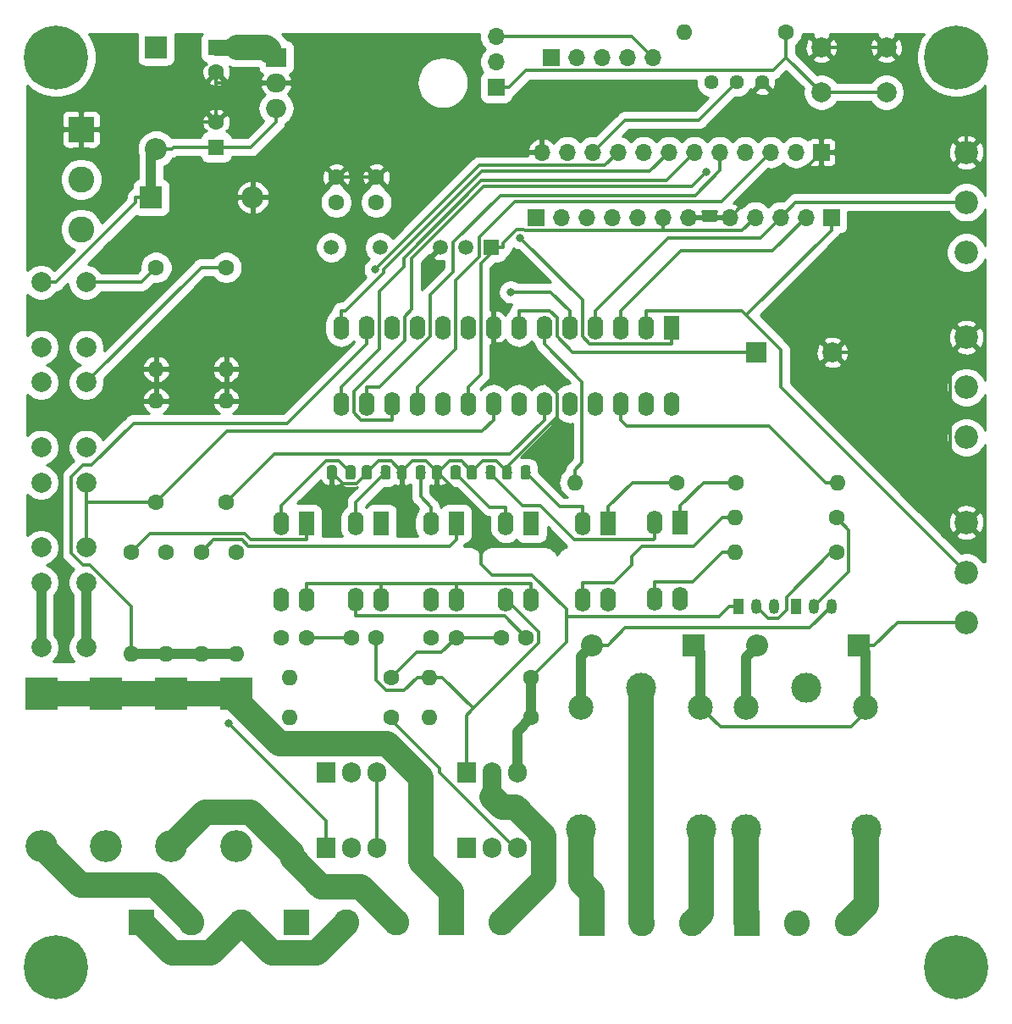
<source format=gbr>
G04 #@! TF.GenerationSoftware,KiCad,Pcbnew,(5.1.4)-1*
G04 #@! TF.CreationDate,2021-08-27T17:13:54-03:00*
G04 #@! TF.ProjectId,INYECTORES,494e5945-4354-44f5-9245-532e6b696361,rev?*
G04 #@! TF.SameCoordinates,Original*
G04 #@! TF.FileFunction,Copper,L1,Top*
G04 #@! TF.FilePolarity,Positive*
%FSLAX46Y46*%
G04 Gerber Fmt 4.6, Leading zero omitted, Abs format (unit mm)*
G04 Created by KiCad (PCBNEW (5.1.4)-1) date 2021-08-27 17:13:54*
%MOMM*%
%LPD*%
G04 APERTURE LIST*
%ADD10C,2.000000*%
%ADD11C,3.000000*%
%ADD12C,2.500000*%
%ADD13C,1.600000*%
%ADD14O,1.700000X1.700000*%
%ADD15R,1.700000X1.700000*%
%ADD16C,6.400000*%
%ADD17R,1.050000X1.500000*%
%ADD18O,1.050000X1.500000*%
%ADD19O,1.905000X2.000000*%
%ADD20R,1.905000X2.000000*%
%ADD21O,1.600000X2.400000*%
%ADD22R,1.600000X2.400000*%
%ADD23O,1.600000X1.600000*%
%ADD24C,2.600000*%
%ADD25R,2.600000X2.600000*%
%ADD26O,2.200000X2.200000*%
%ADD27R,2.200000X2.200000*%
%ADD28C,0.100000*%
%ADD29C,0.975000*%
%ADD30C,1.500000*%
%ADD31R,1.500000X1.500000*%
%ADD32O,2.000000X1.905000*%
%ADD33R,2.000000X1.905000*%
%ADD34C,2.340000*%
%ADD35C,1.440000*%
%ADD36O,3.200000X3.200000*%
%ADD37R,3.200000X3.200000*%
%ADD38R,1.600000X1.600000*%
%ADD39R,2.000000X2.000000*%
%ADD40C,0.800000*%
%ADD41C,0.300000*%
%ADD42C,1.000000*%
%ADD43C,2.500000*%
%ADD44C,1.904800*%
%ADD45C,1.599800*%
%ADD46C,0.254000*%
G04 APERTURE END LIST*
D10*
X108000000Y-103500000D03*
X103500000Y-103500000D03*
X108000000Y-97000000D03*
X103500000Y-97000000D03*
D11*
X180000000Y-117500000D03*
D12*
X185950000Y-119450000D03*
D11*
X186000000Y-131700000D03*
X173950000Y-131650000D03*
D12*
X173950000Y-119450000D03*
D13*
X149500000Y-112500000D03*
X152000000Y-112500000D03*
X134500000Y-112500000D03*
X137000000Y-112500000D03*
X130000000Y-112500000D03*
X127500000Y-112500000D03*
X145000000Y-112500000D03*
X142500000Y-112500000D03*
D14*
X168240000Y-70500000D03*
X165700000Y-70500000D03*
X163160000Y-70500000D03*
X160620000Y-70500000D03*
X158080000Y-70500000D03*
X155540000Y-70500000D03*
D15*
X153000000Y-70500000D03*
D14*
X172340000Y-70500000D03*
X174880000Y-70500000D03*
X177420000Y-70500000D03*
X179960000Y-70500000D03*
D15*
X182500000Y-70500000D03*
D16*
X195000000Y-145500000D03*
X105000000Y-145500000D03*
X195000000Y-54500000D03*
X105000000Y-54500000D03*
D17*
X179000000Y-109400000D03*
D18*
X182500000Y-109400000D03*
X180750000Y-109400000D03*
D17*
X173250000Y-109405000D03*
D18*
X176750000Y-109405000D03*
X175000000Y-109405000D03*
D19*
X151080000Y-126000000D03*
X148540000Y-126000000D03*
D20*
X146000000Y-126000000D03*
D19*
X151080000Y-133500000D03*
X148540000Y-133500000D03*
D20*
X146000000Y-133500000D03*
D19*
X137080000Y-126000000D03*
X134540000Y-126000000D03*
D20*
X132000000Y-126000000D03*
D19*
X137080000Y-133500000D03*
X134540000Y-133500000D03*
D20*
X132000000Y-133500000D03*
D21*
X160195000Y-108700000D03*
X157655000Y-101080000D03*
X157655000Y-108700000D03*
D22*
X160195000Y-101080000D03*
D21*
X167400000Y-108620000D03*
X164860000Y-101000000D03*
X164860000Y-108620000D03*
D22*
X167400000Y-101000000D03*
D23*
X172840000Y-100500000D03*
D13*
X183000000Y-100500000D03*
D23*
X172840000Y-104000000D03*
D13*
X183000000Y-104000000D03*
D23*
X156840000Y-97000000D03*
D13*
X167000000Y-97000000D03*
D23*
X183160000Y-97000000D03*
D13*
X173000000Y-97000000D03*
D11*
X163500000Y-117500000D03*
D12*
X169450000Y-119450000D03*
D11*
X169500000Y-131700000D03*
X157450000Y-131650000D03*
D12*
X157450000Y-119450000D03*
D24*
X184100000Y-141100000D03*
X179100000Y-141100000D03*
D25*
X174100000Y-141100000D03*
D24*
X123500000Y-141000000D03*
X118500000Y-141000000D03*
D25*
X113500000Y-141000000D03*
D24*
X149500000Y-141000000D03*
D25*
X144500000Y-141000000D03*
D24*
X107500000Y-71700000D03*
X107500000Y-66700000D03*
D25*
X107500000Y-61700000D03*
D24*
X168570000Y-141055000D03*
X163570000Y-141055000D03*
D25*
X158570000Y-141055000D03*
D24*
X139000000Y-141000000D03*
X134000000Y-141000000D03*
D25*
X129000000Y-141000000D03*
D26*
X158590000Y-113250000D03*
D27*
X168750000Y-113250000D03*
D26*
X175090000Y-113300000D03*
D27*
X185250000Y-113300000D03*
D28*
G36*
X152205142Y-95301174D02*
G01*
X152228803Y-95304684D01*
X152252007Y-95310496D01*
X152274529Y-95318554D01*
X152296153Y-95328782D01*
X152316670Y-95341079D01*
X152335883Y-95355329D01*
X152353607Y-95371393D01*
X152369671Y-95389117D01*
X152383921Y-95408330D01*
X152396218Y-95428847D01*
X152406446Y-95450471D01*
X152414504Y-95472993D01*
X152420316Y-95496197D01*
X152423826Y-95519858D01*
X152425000Y-95543750D01*
X152425000Y-96456250D01*
X152423826Y-96480142D01*
X152420316Y-96503803D01*
X152414504Y-96527007D01*
X152406446Y-96549529D01*
X152396218Y-96571153D01*
X152383921Y-96591670D01*
X152369671Y-96610883D01*
X152353607Y-96628607D01*
X152335883Y-96644671D01*
X152316670Y-96658921D01*
X152296153Y-96671218D01*
X152274529Y-96681446D01*
X152252007Y-96689504D01*
X152228803Y-96695316D01*
X152205142Y-96698826D01*
X152181250Y-96700000D01*
X151693750Y-96700000D01*
X151669858Y-96698826D01*
X151646197Y-96695316D01*
X151622993Y-96689504D01*
X151600471Y-96681446D01*
X151578847Y-96671218D01*
X151558330Y-96658921D01*
X151539117Y-96644671D01*
X151521393Y-96628607D01*
X151505329Y-96610883D01*
X151491079Y-96591670D01*
X151478782Y-96571153D01*
X151468554Y-96549529D01*
X151460496Y-96527007D01*
X151454684Y-96503803D01*
X151451174Y-96480142D01*
X151450000Y-96456250D01*
X151450000Y-95543750D01*
X151451174Y-95519858D01*
X151454684Y-95496197D01*
X151460496Y-95472993D01*
X151468554Y-95450471D01*
X151478782Y-95428847D01*
X151491079Y-95408330D01*
X151505329Y-95389117D01*
X151521393Y-95371393D01*
X151539117Y-95355329D01*
X151558330Y-95341079D01*
X151578847Y-95328782D01*
X151600471Y-95318554D01*
X151622993Y-95310496D01*
X151646197Y-95304684D01*
X151669858Y-95301174D01*
X151693750Y-95300000D01*
X152181250Y-95300000D01*
X152205142Y-95301174D01*
X152205142Y-95301174D01*
G37*
D29*
X151937500Y-96000000D03*
D28*
G36*
X150330142Y-95301174D02*
G01*
X150353803Y-95304684D01*
X150377007Y-95310496D01*
X150399529Y-95318554D01*
X150421153Y-95328782D01*
X150441670Y-95341079D01*
X150460883Y-95355329D01*
X150478607Y-95371393D01*
X150494671Y-95389117D01*
X150508921Y-95408330D01*
X150521218Y-95428847D01*
X150531446Y-95450471D01*
X150539504Y-95472993D01*
X150545316Y-95496197D01*
X150548826Y-95519858D01*
X150550000Y-95543750D01*
X150550000Y-96456250D01*
X150548826Y-96480142D01*
X150545316Y-96503803D01*
X150539504Y-96527007D01*
X150531446Y-96549529D01*
X150521218Y-96571153D01*
X150508921Y-96591670D01*
X150494671Y-96610883D01*
X150478607Y-96628607D01*
X150460883Y-96644671D01*
X150441670Y-96658921D01*
X150421153Y-96671218D01*
X150399529Y-96681446D01*
X150377007Y-96689504D01*
X150353803Y-96695316D01*
X150330142Y-96698826D01*
X150306250Y-96700000D01*
X149818750Y-96700000D01*
X149794858Y-96698826D01*
X149771197Y-96695316D01*
X149747993Y-96689504D01*
X149725471Y-96681446D01*
X149703847Y-96671218D01*
X149683330Y-96658921D01*
X149664117Y-96644671D01*
X149646393Y-96628607D01*
X149630329Y-96610883D01*
X149616079Y-96591670D01*
X149603782Y-96571153D01*
X149593554Y-96549529D01*
X149585496Y-96527007D01*
X149579684Y-96503803D01*
X149576174Y-96480142D01*
X149575000Y-96456250D01*
X149575000Y-95543750D01*
X149576174Y-95519858D01*
X149579684Y-95496197D01*
X149585496Y-95472993D01*
X149593554Y-95450471D01*
X149603782Y-95428847D01*
X149616079Y-95408330D01*
X149630329Y-95389117D01*
X149646393Y-95371393D01*
X149664117Y-95355329D01*
X149683330Y-95341079D01*
X149703847Y-95328782D01*
X149725471Y-95318554D01*
X149747993Y-95310496D01*
X149771197Y-95304684D01*
X149794858Y-95301174D01*
X149818750Y-95300000D01*
X150306250Y-95300000D01*
X150330142Y-95301174D01*
X150330142Y-95301174D01*
G37*
D29*
X150062500Y-96000000D03*
D28*
G36*
X148705142Y-95301174D02*
G01*
X148728803Y-95304684D01*
X148752007Y-95310496D01*
X148774529Y-95318554D01*
X148796153Y-95328782D01*
X148816670Y-95341079D01*
X148835883Y-95355329D01*
X148853607Y-95371393D01*
X148869671Y-95389117D01*
X148883921Y-95408330D01*
X148896218Y-95428847D01*
X148906446Y-95450471D01*
X148914504Y-95472993D01*
X148920316Y-95496197D01*
X148923826Y-95519858D01*
X148925000Y-95543750D01*
X148925000Y-96456250D01*
X148923826Y-96480142D01*
X148920316Y-96503803D01*
X148914504Y-96527007D01*
X148906446Y-96549529D01*
X148896218Y-96571153D01*
X148883921Y-96591670D01*
X148869671Y-96610883D01*
X148853607Y-96628607D01*
X148835883Y-96644671D01*
X148816670Y-96658921D01*
X148796153Y-96671218D01*
X148774529Y-96681446D01*
X148752007Y-96689504D01*
X148728803Y-96695316D01*
X148705142Y-96698826D01*
X148681250Y-96700000D01*
X148193750Y-96700000D01*
X148169858Y-96698826D01*
X148146197Y-96695316D01*
X148122993Y-96689504D01*
X148100471Y-96681446D01*
X148078847Y-96671218D01*
X148058330Y-96658921D01*
X148039117Y-96644671D01*
X148021393Y-96628607D01*
X148005329Y-96610883D01*
X147991079Y-96591670D01*
X147978782Y-96571153D01*
X147968554Y-96549529D01*
X147960496Y-96527007D01*
X147954684Y-96503803D01*
X147951174Y-96480142D01*
X147950000Y-96456250D01*
X147950000Y-95543750D01*
X147951174Y-95519858D01*
X147954684Y-95496197D01*
X147960496Y-95472993D01*
X147968554Y-95450471D01*
X147978782Y-95428847D01*
X147991079Y-95408330D01*
X148005329Y-95389117D01*
X148021393Y-95371393D01*
X148039117Y-95355329D01*
X148058330Y-95341079D01*
X148078847Y-95328782D01*
X148100471Y-95318554D01*
X148122993Y-95310496D01*
X148146197Y-95304684D01*
X148169858Y-95301174D01*
X148193750Y-95300000D01*
X148681250Y-95300000D01*
X148705142Y-95301174D01*
X148705142Y-95301174D01*
G37*
D29*
X148437500Y-96000000D03*
D28*
G36*
X146830142Y-95301174D02*
G01*
X146853803Y-95304684D01*
X146877007Y-95310496D01*
X146899529Y-95318554D01*
X146921153Y-95328782D01*
X146941670Y-95341079D01*
X146960883Y-95355329D01*
X146978607Y-95371393D01*
X146994671Y-95389117D01*
X147008921Y-95408330D01*
X147021218Y-95428847D01*
X147031446Y-95450471D01*
X147039504Y-95472993D01*
X147045316Y-95496197D01*
X147048826Y-95519858D01*
X147050000Y-95543750D01*
X147050000Y-96456250D01*
X147048826Y-96480142D01*
X147045316Y-96503803D01*
X147039504Y-96527007D01*
X147031446Y-96549529D01*
X147021218Y-96571153D01*
X147008921Y-96591670D01*
X146994671Y-96610883D01*
X146978607Y-96628607D01*
X146960883Y-96644671D01*
X146941670Y-96658921D01*
X146921153Y-96671218D01*
X146899529Y-96681446D01*
X146877007Y-96689504D01*
X146853803Y-96695316D01*
X146830142Y-96698826D01*
X146806250Y-96700000D01*
X146318750Y-96700000D01*
X146294858Y-96698826D01*
X146271197Y-96695316D01*
X146247993Y-96689504D01*
X146225471Y-96681446D01*
X146203847Y-96671218D01*
X146183330Y-96658921D01*
X146164117Y-96644671D01*
X146146393Y-96628607D01*
X146130329Y-96610883D01*
X146116079Y-96591670D01*
X146103782Y-96571153D01*
X146093554Y-96549529D01*
X146085496Y-96527007D01*
X146079684Y-96503803D01*
X146076174Y-96480142D01*
X146075000Y-96456250D01*
X146075000Y-95543750D01*
X146076174Y-95519858D01*
X146079684Y-95496197D01*
X146085496Y-95472993D01*
X146093554Y-95450471D01*
X146103782Y-95428847D01*
X146116079Y-95408330D01*
X146130329Y-95389117D01*
X146146393Y-95371393D01*
X146164117Y-95355329D01*
X146183330Y-95341079D01*
X146203847Y-95328782D01*
X146225471Y-95318554D01*
X146247993Y-95310496D01*
X146271197Y-95304684D01*
X146294858Y-95301174D01*
X146318750Y-95300000D01*
X146806250Y-95300000D01*
X146830142Y-95301174D01*
X146830142Y-95301174D01*
G37*
D29*
X146562500Y-96000000D03*
D28*
G36*
X138205142Y-95301174D02*
G01*
X138228803Y-95304684D01*
X138252007Y-95310496D01*
X138274529Y-95318554D01*
X138296153Y-95328782D01*
X138316670Y-95341079D01*
X138335883Y-95355329D01*
X138353607Y-95371393D01*
X138369671Y-95389117D01*
X138383921Y-95408330D01*
X138396218Y-95428847D01*
X138406446Y-95450471D01*
X138414504Y-95472993D01*
X138420316Y-95496197D01*
X138423826Y-95519858D01*
X138425000Y-95543750D01*
X138425000Y-96456250D01*
X138423826Y-96480142D01*
X138420316Y-96503803D01*
X138414504Y-96527007D01*
X138406446Y-96549529D01*
X138396218Y-96571153D01*
X138383921Y-96591670D01*
X138369671Y-96610883D01*
X138353607Y-96628607D01*
X138335883Y-96644671D01*
X138316670Y-96658921D01*
X138296153Y-96671218D01*
X138274529Y-96681446D01*
X138252007Y-96689504D01*
X138228803Y-96695316D01*
X138205142Y-96698826D01*
X138181250Y-96700000D01*
X137693750Y-96700000D01*
X137669858Y-96698826D01*
X137646197Y-96695316D01*
X137622993Y-96689504D01*
X137600471Y-96681446D01*
X137578847Y-96671218D01*
X137558330Y-96658921D01*
X137539117Y-96644671D01*
X137521393Y-96628607D01*
X137505329Y-96610883D01*
X137491079Y-96591670D01*
X137478782Y-96571153D01*
X137468554Y-96549529D01*
X137460496Y-96527007D01*
X137454684Y-96503803D01*
X137451174Y-96480142D01*
X137450000Y-96456250D01*
X137450000Y-95543750D01*
X137451174Y-95519858D01*
X137454684Y-95496197D01*
X137460496Y-95472993D01*
X137468554Y-95450471D01*
X137478782Y-95428847D01*
X137491079Y-95408330D01*
X137505329Y-95389117D01*
X137521393Y-95371393D01*
X137539117Y-95355329D01*
X137558330Y-95341079D01*
X137578847Y-95328782D01*
X137600471Y-95318554D01*
X137622993Y-95310496D01*
X137646197Y-95304684D01*
X137669858Y-95301174D01*
X137693750Y-95300000D01*
X138181250Y-95300000D01*
X138205142Y-95301174D01*
X138205142Y-95301174D01*
G37*
D29*
X137937500Y-96000000D03*
D28*
G36*
X136330142Y-95301174D02*
G01*
X136353803Y-95304684D01*
X136377007Y-95310496D01*
X136399529Y-95318554D01*
X136421153Y-95328782D01*
X136441670Y-95341079D01*
X136460883Y-95355329D01*
X136478607Y-95371393D01*
X136494671Y-95389117D01*
X136508921Y-95408330D01*
X136521218Y-95428847D01*
X136531446Y-95450471D01*
X136539504Y-95472993D01*
X136545316Y-95496197D01*
X136548826Y-95519858D01*
X136550000Y-95543750D01*
X136550000Y-96456250D01*
X136548826Y-96480142D01*
X136545316Y-96503803D01*
X136539504Y-96527007D01*
X136531446Y-96549529D01*
X136521218Y-96571153D01*
X136508921Y-96591670D01*
X136494671Y-96610883D01*
X136478607Y-96628607D01*
X136460883Y-96644671D01*
X136441670Y-96658921D01*
X136421153Y-96671218D01*
X136399529Y-96681446D01*
X136377007Y-96689504D01*
X136353803Y-96695316D01*
X136330142Y-96698826D01*
X136306250Y-96700000D01*
X135818750Y-96700000D01*
X135794858Y-96698826D01*
X135771197Y-96695316D01*
X135747993Y-96689504D01*
X135725471Y-96681446D01*
X135703847Y-96671218D01*
X135683330Y-96658921D01*
X135664117Y-96644671D01*
X135646393Y-96628607D01*
X135630329Y-96610883D01*
X135616079Y-96591670D01*
X135603782Y-96571153D01*
X135593554Y-96549529D01*
X135585496Y-96527007D01*
X135579684Y-96503803D01*
X135576174Y-96480142D01*
X135575000Y-96456250D01*
X135575000Y-95543750D01*
X135576174Y-95519858D01*
X135579684Y-95496197D01*
X135585496Y-95472993D01*
X135593554Y-95450471D01*
X135603782Y-95428847D01*
X135616079Y-95408330D01*
X135630329Y-95389117D01*
X135646393Y-95371393D01*
X135664117Y-95355329D01*
X135683330Y-95341079D01*
X135703847Y-95328782D01*
X135725471Y-95318554D01*
X135747993Y-95310496D01*
X135771197Y-95304684D01*
X135794858Y-95301174D01*
X135818750Y-95300000D01*
X136306250Y-95300000D01*
X136330142Y-95301174D01*
X136330142Y-95301174D01*
G37*
D29*
X136062500Y-96000000D03*
D28*
G36*
X145205142Y-95301174D02*
G01*
X145228803Y-95304684D01*
X145252007Y-95310496D01*
X145274529Y-95318554D01*
X145296153Y-95328782D01*
X145316670Y-95341079D01*
X145335883Y-95355329D01*
X145353607Y-95371393D01*
X145369671Y-95389117D01*
X145383921Y-95408330D01*
X145396218Y-95428847D01*
X145406446Y-95450471D01*
X145414504Y-95472993D01*
X145420316Y-95496197D01*
X145423826Y-95519858D01*
X145425000Y-95543750D01*
X145425000Y-96456250D01*
X145423826Y-96480142D01*
X145420316Y-96503803D01*
X145414504Y-96527007D01*
X145406446Y-96549529D01*
X145396218Y-96571153D01*
X145383921Y-96591670D01*
X145369671Y-96610883D01*
X145353607Y-96628607D01*
X145335883Y-96644671D01*
X145316670Y-96658921D01*
X145296153Y-96671218D01*
X145274529Y-96681446D01*
X145252007Y-96689504D01*
X145228803Y-96695316D01*
X145205142Y-96698826D01*
X145181250Y-96700000D01*
X144693750Y-96700000D01*
X144669858Y-96698826D01*
X144646197Y-96695316D01*
X144622993Y-96689504D01*
X144600471Y-96681446D01*
X144578847Y-96671218D01*
X144558330Y-96658921D01*
X144539117Y-96644671D01*
X144521393Y-96628607D01*
X144505329Y-96610883D01*
X144491079Y-96591670D01*
X144478782Y-96571153D01*
X144468554Y-96549529D01*
X144460496Y-96527007D01*
X144454684Y-96503803D01*
X144451174Y-96480142D01*
X144450000Y-96456250D01*
X144450000Y-95543750D01*
X144451174Y-95519858D01*
X144454684Y-95496197D01*
X144460496Y-95472993D01*
X144468554Y-95450471D01*
X144478782Y-95428847D01*
X144491079Y-95408330D01*
X144505329Y-95389117D01*
X144521393Y-95371393D01*
X144539117Y-95355329D01*
X144558330Y-95341079D01*
X144578847Y-95328782D01*
X144600471Y-95318554D01*
X144622993Y-95310496D01*
X144646197Y-95304684D01*
X144669858Y-95301174D01*
X144693750Y-95300000D01*
X145181250Y-95300000D01*
X145205142Y-95301174D01*
X145205142Y-95301174D01*
G37*
D29*
X144937500Y-96000000D03*
D28*
G36*
X143330142Y-95301174D02*
G01*
X143353803Y-95304684D01*
X143377007Y-95310496D01*
X143399529Y-95318554D01*
X143421153Y-95328782D01*
X143441670Y-95341079D01*
X143460883Y-95355329D01*
X143478607Y-95371393D01*
X143494671Y-95389117D01*
X143508921Y-95408330D01*
X143521218Y-95428847D01*
X143531446Y-95450471D01*
X143539504Y-95472993D01*
X143545316Y-95496197D01*
X143548826Y-95519858D01*
X143550000Y-95543750D01*
X143550000Y-96456250D01*
X143548826Y-96480142D01*
X143545316Y-96503803D01*
X143539504Y-96527007D01*
X143531446Y-96549529D01*
X143521218Y-96571153D01*
X143508921Y-96591670D01*
X143494671Y-96610883D01*
X143478607Y-96628607D01*
X143460883Y-96644671D01*
X143441670Y-96658921D01*
X143421153Y-96671218D01*
X143399529Y-96681446D01*
X143377007Y-96689504D01*
X143353803Y-96695316D01*
X143330142Y-96698826D01*
X143306250Y-96700000D01*
X142818750Y-96700000D01*
X142794858Y-96698826D01*
X142771197Y-96695316D01*
X142747993Y-96689504D01*
X142725471Y-96681446D01*
X142703847Y-96671218D01*
X142683330Y-96658921D01*
X142664117Y-96644671D01*
X142646393Y-96628607D01*
X142630329Y-96610883D01*
X142616079Y-96591670D01*
X142603782Y-96571153D01*
X142593554Y-96549529D01*
X142585496Y-96527007D01*
X142579684Y-96503803D01*
X142576174Y-96480142D01*
X142575000Y-96456250D01*
X142575000Y-95543750D01*
X142576174Y-95519858D01*
X142579684Y-95496197D01*
X142585496Y-95472993D01*
X142593554Y-95450471D01*
X142603782Y-95428847D01*
X142616079Y-95408330D01*
X142630329Y-95389117D01*
X142646393Y-95371393D01*
X142664117Y-95355329D01*
X142683330Y-95341079D01*
X142703847Y-95328782D01*
X142725471Y-95318554D01*
X142747993Y-95310496D01*
X142771197Y-95304684D01*
X142794858Y-95301174D01*
X142818750Y-95300000D01*
X143306250Y-95300000D01*
X143330142Y-95301174D01*
X143330142Y-95301174D01*
G37*
D29*
X143062500Y-96000000D03*
D28*
G36*
X134705142Y-95301174D02*
G01*
X134728803Y-95304684D01*
X134752007Y-95310496D01*
X134774529Y-95318554D01*
X134796153Y-95328782D01*
X134816670Y-95341079D01*
X134835883Y-95355329D01*
X134853607Y-95371393D01*
X134869671Y-95389117D01*
X134883921Y-95408330D01*
X134896218Y-95428847D01*
X134906446Y-95450471D01*
X134914504Y-95472993D01*
X134920316Y-95496197D01*
X134923826Y-95519858D01*
X134925000Y-95543750D01*
X134925000Y-96456250D01*
X134923826Y-96480142D01*
X134920316Y-96503803D01*
X134914504Y-96527007D01*
X134906446Y-96549529D01*
X134896218Y-96571153D01*
X134883921Y-96591670D01*
X134869671Y-96610883D01*
X134853607Y-96628607D01*
X134835883Y-96644671D01*
X134816670Y-96658921D01*
X134796153Y-96671218D01*
X134774529Y-96681446D01*
X134752007Y-96689504D01*
X134728803Y-96695316D01*
X134705142Y-96698826D01*
X134681250Y-96700000D01*
X134193750Y-96700000D01*
X134169858Y-96698826D01*
X134146197Y-96695316D01*
X134122993Y-96689504D01*
X134100471Y-96681446D01*
X134078847Y-96671218D01*
X134058330Y-96658921D01*
X134039117Y-96644671D01*
X134021393Y-96628607D01*
X134005329Y-96610883D01*
X133991079Y-96591670D01*
X133978782Y-96571153D01*
X133968554Y-96549529D01*
X133960496Y-96527007D01*
X133954684Y-96503803D01*
X133951174Y-96480142D01*
X133950000Y-96456250D01*
X133950000Y-95543750D01*
X133951174Y-95519858D01*
X133954684Y-95496197D01*
X133960496Y-95472993D01*
X133968554Y-95450471D01*
X133978782Y-95428847D01*
X133991079Y-95408330D01*
X134005329Y-95389117D01*
X134021393Y-95371393D01*
X134039117Y-95355329D01*
X134058330Y-95341079D01*
X134078847Y-95328782D01*
X134100471Y-95318554D01*
X134122993Y-95310496D01*
X134146197Y-95304684D01*
X134169858Y-95301174D01*
X134193750Y-95300000D01*
X134681250Y-95300000D01*
X134705142Y-95301174D01*
X134705142Y-95301174D01*
G37*
D29*
X134437500Y-96000000D03*
D28*
G36*
X132830142Y-95301174D02*
G01*
X132853803Y-95304684D01*
X132877007Y-95310496D01*
X132899529Y-95318554D01*
X132921153Y-95328782D01*
X132941670Y-95341079D01*
X132960883Y-95355329D01*
X132978607Y-95371393D01*
X132994671Y-95389117D01*
X133008921Y-95408330D01*
X133021218Y-95428847D01*
X133031446Y-95450471D01*
X133039504Y-95472993D01*
X133045316Y-95496197D01*
X133048826Y-95519858D01*
X133050000Y-95543750D01*
X133050000Y-96456250D01*
X133048826Y-96480142D01*
X133045316Y-96503803D01*
X133039504Y-96527007D01*
X133031446Y-96549529D01*
X133021218Y-96571153D01*
X133008921Y-96591670D01*
X132994671Y-96610883D01*
X132978607Y-96628607D01*
X132960883Y-96644671D01*
X132941670Y-96658921D01*
X132921153Y-96671218D01*
X132899529Y-96681446D01*
X132877007Y-96689504D01*
X132853803Y-96695316D01*
X132830142Y-96698826D01*
X132806250Y-96700000D01*
X132318750Y-96700000D01*
X132294858Y-96698826D01*
X132271197Y-96695316D01*
X132247993Y-96689504D01*
X132225471Y-96681446D01*
X132203847Y-96671218D01*
X132183330Y-96658921D01*
X132164117Y-96644671D01*
X132146393Y-96628607D01*
X132130329Y-96610883D01*
X132116079Y-96591670D01*
X132103782Y-96571153D01*
X132093554Y-96549529D01*
X132085496Y-96527007D01*
X132079684Y-96503803D01*
X132076174Y-96480142D01*
X132075000Y-96456250D01*
X132075000Y-95543750D01*
X132076174Y-95519858D01*
X132079684Y-95496197D01*
X132085496Y-95472993D01*
X132093554Y-95450471D01*
X132103782Y-95428847D01*
X132116079Y-95408330D01*
X132130329Y-95389117D01*
X132146393Y-95371393D01*
X132164117Y-95355329D01*
X132183330Y-95341079D01*
X132203847Y-95328782D01*
X132225471Y-95318554D01*
X132247993Y-95310496D01*
X132271197Y-95304684D01*
X132294858Y-95301174D01*
X132318750Y-95300000D01*
X132806250Y-95300000D01*
X132830142Y-95301174D01*
X132830142Y-95301174D01*
G37*
D29*
X132562500Y-96000000D03*
D28*
G36*
X141705142Y-95301174D02*
G01*
X141728803Y-95304684D01*
X141752007Y-95310496D01*
X141774529Y-95318554D01*
X141796153Y-95328782D01*
X141816670Y-95341079D01*
X141835883Y-95355329D01*
X141853607Y-95371393D01*
X141869671Y-95389117D01*
X141883921Y-95408330D01*
X141896218Y-95428847D01*
X141906446Y-95450471D01*
X141914504Y-95472993D01*
X141920316Y-95496197D01*
X141923826Y-95519858D01*
X141925000Y-95543750D01*
X141925000Y-96456250D01*
X141923826Y-96480142D01*
X141920316Y-96503803D01*
X141914504Y-96527007D01*
X141906446Y-96549529D01*
X141896218Y-96571153D01*
X141883921Y-96591670D01*
X141869671Y-96610883D01*
X141853607Y-96628607D01*
X141835883Y-96644671D01*
X141816670Y-96658921D01*
X141796153Y-96671218D01*
X141774529Y-96681446D01*
X141752007Y-96689504D01*
X141728803Y-96695316D01*
X141705142Y-96698826D01*
X141681250Y-96700000D01*
X141193750Y-96700000D01*
X141169858Y-96698826D01*
X141146197Y-96695316D01*
X141122993Y-96689504D01*
X141100471Y-96681446D01*
X141078847Y-96671218D01*
X141058330Y-96658921D01*
X141039117Y-96644671D01*
X141021393Y-96628607D01*
X141005329Y-96610883D01*
X140991079Y-96591670D01*
X140978782Y-96571153D01*
X140968554Y-96549529D01*
X140960496Y-96527007D01*
X140954684Y-96503803D01*
X140951174Y-96480142D01*
X140950000Y-96456250D01*
X140950000Y-95543750D01*
X140951174Y-95519858D01*
X140954684Y-95496197D01*
X140960496Y-95472993D01*
X140968554Y-95450471D01*
X140978782Y-95428847D01*
X140991079Y-95408330D01*
X141005329Y-95389117D01*
X141021393Y-95371393D01*
X141039117Y-95355329D01*
X141058330Y-95341079D01*
X141078847Y-95328782D01*
X141100471Y-95318554D01*
X141122993Y-95310496D01*
X141146197Y-95304684D01*
X141169858Y-95301174D01*
X141193750Y-95300000D01*
X141681250Y-95300000D01*
X141705142Y-95301174D01*
X141705142Y-95301174D01*
G37*
D29*
X141437500Y-96000000D03*
D28*
G36*
X139830142Y-95301174D02*
G01*
X139853803Y-95304684D01*
X139877007Y-95310496D01*
X139899529Y-95318554D01*
X139921153Y-95328782D01*
X139941670Y-95341079D01*
X139960883Y-95355329D01*
X139978607Y-95371393D01*
X139994671Y-95389117D01*
X140008921Y-95408330D01*
X140021218Y-95428847D01*
X140031446Y-95450471D01*
X140039504Y-95472993D01*
X140045316Y-95496197D01*
X140048826Y-95519858D01*
X140050000Y-95543750D01*
X140050000Y-96456250D01*
X140048826Y-96480142D01*
X140045316Y-96503803D01*
X140039504Y-96527007D01*
X140031446Y-96549529D01*
X140021218Y-96571153D01*
X140008921Y-96591670D01*
X139994671Y-96610883D01*
X139978607Y-96628607D01*
X139960883Y-96644671D01*
X139941670Y-96658921D01*
X139921153Y-96671218D01*
X139899529Y-96681446D01*
X139877007Y-96689504D01*
X139853803Y-96695316D01*
X139830142Y-96698826D01*
X139806250Y-96700000D01*
X139318750Y-96700000D01*
X139294858Y-96698826D01*
X139271197Y-96695316D01*
X139247993Y-96689504D01*
X139225471Y-96681446D01*
X139203847Y-96671218D01*
X139183330Y-96658921D01*
X139164117Y-96644671D01*
X139146393Y-96628607D01*
X139130329Y-96610883D01*
X139116079Y-96591670D01*
X139103782Y-96571153D01*
X139093554Y-96549529D01*
X139085496Y-96527007D01*
X139079684Y-96503803D01*
X139076174Y-96480142D01*
X139075000Y-96456250D01*
X139075000Y-95543750D01*
X139076174Y-95519858D01*
X139079684Y-95496197D01*
X139085496Y-95472993D01*
X139093554Y-95450471D01*
X139103782Y-95428847D01*
X139116079Y-95408330D01*
X139130329Y-95389117D01*
X139146393Y-95371393D01*
X139164117Y-95355329D01*
X139183330Y-95341079D01*
X139203847Y-95328782D01*
X139225471Y-95318554D01*
X139247993Y-95310496D01*
X139271197Y-95304684D01*
X139294858Y-95301174D01*
X139318750Y-95300000D01*
X139806250Y-95300000D01*
X139830142Y-95301174D01*
X139830142Y-95301174D01*
G37*
D29*
X139562500Y-96000000D03*
D21*
X130000000Y-108720000D03*
X127460000Y-101100000D03*
X127460000Y-108720000D03*
D22*
X130000000Y-101100000D03*
D14*
X149000000Y-52420000D03*
X149000000Y-54960000D03*
D15*
X149000000Y-57500000D03*
D30*
X137400000Y-73500000D03*
X132500000Y-73500000D03*
D31*
X148500000Y-73500000D03*
D30*
X143420000Y-73500000D03*
X145960000Y-73500000D03*
D21*
X152500000Y-108720000D03*
X149960000Y-101100000D03*
X149960000Y-108720000D03*
D22*
X152500000Y-101100000D03*
D21*
X145000000Y-108720000D03*
X142460000Y-101100000D03*
X142460000Y-108720000D03*
D22*
X145000000Y-101100000D03*
D21*
X137500000Y-108720000D03*
X134960000Y-101100000D03*
X134960000Y-108720000D03*
D22*
X137500000Y-101100000D03*
D21*
X166500000Y-89120000D03*
X133480000Y-81500000D03*
X163960000Y-89120000D03*
X136020000Y-81500000D03*
X161420000Y-89120000D03*
X138560000Y-81500000D03*
X158880000Y-89120000D03*
X141100000Y-81500000D03*
X156340000Y-89120000D03*
X143640000Y-81500000D03*
X153800000Y-89120000D03*
X146180000Y-81500000D03*
X151260000Y-89120000D03*
X148720000Y-81500000D03*
X148720000Y-89120000D03*
X151260000Y-81500000D03*
X146180000Y-89120000D03*
X153800000Y-81500000D03*
X143640000Y-89120000D03*
X156340000Y-81500000D03*
X141100000Y-89120000D03*
X158880000Y-81500000D03*
X138560000Y-89120000D03*
X161420000Y-81500000D03*
X136020000Y-89120000D03*
X163960000Y-81500000D03*
X133480000Y-89120000D03*
D22*
X166500000Y-81500000D03*
D32*
X127000000Y-59580000D03*
X127000000Y-57040000D03*
D33*
X127000000Y-54500000D03*
D34*
X196000000Y-111000000D03*
X196000000Y-106000000D03*
X196000000Y-101000000D03*
D10*
X188000000Y-53500000D03*
X188000000Y-58000000D03*
X181500000Y-53500000D03*
X181500000Y-58000000D03*
D23*
X167840000Y-52000000D03*
D13*
X178000000Y-52000000D03*
D23*
X142340000Y-120500000D03*
D13*
X152500000Y-120500000D03*
D23*
X142340000Y-116500000D03*
D13*
X152500000Y-116500000D03*
D23*
X123000000Y-114160000D03*
D13*
X123000000Y-104000000D03*
D23*
X119500000Y-114160000D03*
D13*
X119500000Y-104000000D03*
D23*
X116000000Y-114160000D03*
D13*
X116000000Y-104000000D03*
D23*
X112500000Y-114160000D03*
D13*
X112500000Y-104000000D03*
D23*
X128340000Y-116500000D03*
D13*
X138500000Y-116500000D03*
D23*
X128340000Y-120500000D03*
D13*
X138500000Y-120500000D03*
D34*
X196000000Y-92500000D03*
X196000000Y-87500000D03*
X196000000Y-82500000D03*
D14*
X164660000Y-54500000D03*
X162120000Y-54500000D03*
X159580000Y-54500000D03*
X157040000Y-54500000D03*
D15*
X154500000Y-54500000D03*
D10*
X108000000Y-83500000D03*
X103500000Y-83500000D03*
X108000000Y-77000000D03*
X103500000Y-77000000D03*
D23*
X115000000Y-85660000D03*
D13*
X115000000Y-75500000D03*
D34*
X196000000Y-74000000D03*
X196000000Y-69000000D03*
X196000000Y-64000000D03*
D14*
X153560000Y-64000000D03*
X156100000Y-64000000D03*
X158640000Y-64000000D03*
X161180000Y-64000000D03*
X163720000Y-64000000D03*
X166260000Y-64000000D03*
X168800000Y-64000000D03*
X171340000Y-64000000D03*
X173880000Y-64000000D03*
X176420000Y-64000000D03*
X178960000Y-64000000D03*
D15*
X181500000Y-64000000D03*
D35*
X175580000Y-57000000D03*
X173040000Y-57000000D03*
X170500000Y-57000000D03*
D10*
X108000000Y-93500000D03*
X103500000Y-93500000D03*
X108000000Y-87000000D03*
X103500000Y-87000000D03*
D23*
X122000000Y-85660000D03*
D13*
X122000000Y-75500000D03*
D23*
X115000000Y-88840000D03*
D13*
X115000000Y-99000000D03*
D10*
X108000000Y-113500000D03*
X103500000Y-113500000D03*
X108000000Y-107000000D03*
X103500000Y-107000000D03*
D23*
X122000000Y-88840000D03*
D13*
X122000000Y-99000000D03*
D36*
X123000000Y-133340000D03*
D37*
X123000000Y-118100000D03*
D36*
X116500000Y-133330000D03*
D37*
X116500000Y-118090000D03*
D36*
X110000000Y-133330000D03*
D37*
X110000000Y-118090000D03*
D36*
X103500000Y-133330000D03*
D37*
X103500000Y-118090000D03*
D26*
X124660000Y-68500000D03*
D27*
X114500000Y-68500000D03*
D26*
X115000000Y-63660000D03*
D27*
X115000000Y-53500000D03*
D13*
X137000000Y-69000000D03*
X137000000Y-66500000D03*
X133000000Y-69000000D03*
X133000000Y-66500000D03*
X121000000Y-61000000D03*
D38*
X121000000Y-63500000D03*
D13*
X121000000Y-56000000D03*
D38*
X121000000Y-53500000D03*
D10*
X182600000Y-84000000D03*
D39*
X175000000Y-84000000D03*
D40*
X151400000Y-72548200D03*
X136915300Y-75682400D03*
X169961600Y-66005600D03*
X150423700Y-77963700D03*
X122231200Y-121079900D03*
D41*
X149834900Y-95665900D02*
X148992300Y-94823400D01*
X148992300Y-94823400D02*
X147649400Y-94823400D01*
X147649400Y-94823400D02*
X146562500Y-95910300D01*
X150062500Y-96000000D02*
X150062500Y-95893600D01*
X150062500Y-95893600D02*
X149834900Y-95665900D01*
X148720000Y-83150300D02*
X150060900Y-83150300D01*
X150060900Y-83150300D02*
X155070000Y-88159400D01*
X155070000Y-88159400D02*
X155070000Y-90430800D01*
X155070000Y-90430800D02*
X149834900Y-95665900D01*
X146562500Y-95910300D02*
X146562500Y-96000000D01*
X143187500Y-96045100D02*
X144383900Y-94848700D01*
X144383900Y-94848700D02*
X145500900Y-94848700D01*
X145500900Y-94848700D02*
X146562500Y-95910300D01*
X148720000Y-81500000D02*
X148720000Y-83150300D01*
X143062500Y-96000000D02*
X143062500Y-95920100D01*
X143062500Y-95920100D02*
X141965800Y-94823400D01*
X141965800Y-94823400D02*
X140649400Y-94823400D01*
X140649400Y-94823400D02*
X139562500Y-95910300D01*
X143187500Y-96045100D02*
X143107600Y-96045100D01*
X143107600Y-96045100D02*
X143062500Y-96000000D01*
X139562500Y-95910300D02*
X139562500Y-96000000D01*
X136062500Y-96000000D02*
X137213800Y-94848700D01*
X137213800Y-94848700D02*
X138500900Y-94848700D01*
X138500900Y-94848700D02*
X139562500Y-95910300D01*
X156041800Y-110380300D02*
X156041800Y-109683800D01*
X156041800Y-109683800D02*
X152580600Y-106222600D01*
X152580600Y-106222600D02*
X148568500Y-106222600D01*
X148568500Y-106222600D02*
X147512600Y-105166700D01*
X147512600Y-105166700D02*
X147512600Y-100370200D01*
X147512600Y-100370200D02*
X143187500Y-96045100D01*
X152500000Y-116500000D02*
X156041800Y-112958200D01*
X156041800Y-112958200D02*
X156041800Y-110380300D01*
X172274700Y-109405000D02*
X171299400Y-110380300D01*
X171299400Y-110380300D02*
X156041800Y-110380300D01*
X153560000Y-64000000D02*
X139500000Y-64000000D01*
X139500000Y-64000000D02*
X137000000Y-66500000D01*
X173250000Y-109405000D02*
X172274700Y-109405000D01*
X194352700Y-84000000D02*
X194500000Y-84000000D01*
X194500000Y-84000000D02*
X196000000Y-82500000D01*
X182600000Y-84000000D02*
X194352700Y-84000000D01*
X194352700Y-84000000D02*
X194352700Y-99352700D01*
X194352700Y-99352700D02*
X196000000Y-101000000D01*
X121000000Y-57040000D02*
X121000000Y-56000000D01*
X121000000Y-61000000D02*
X121000000Y-57040000D01*
X121000000Y-57040000D02*
X125549700Y-57040000D01*
X127000000Y-57040000D02*
X125549700Y-57040000D01*
X109250300Y-61700000D02*
X109950300Y-61000000D01*
X109950300Y-61000000D02*
X121000000Y-61000000D01*
X122000000Y-85660000D02*
X122000000Y-84409700D01*
X124660000Y-68500000D02*
X124660000Y-81749700D01*
X124660000Y-81749700D02*
X122000000Y-84409700D01*
X188000000Y-53500000D02*
X196000000Y-61500000D01*
X196000000Y-61500000D02*
X196000000Y-64000000D01*
X181500000Y-53500000D02*
X188000000Y-53500000D01*
X132562500Y-96000000D02*
X133713800Y-97151300D01*
X133713800Y-97151300D02*
X135017600Y-97151300D01*
X135017600Y-97151300D02*
X136062500Y-96106400D01*
X136062500Y-96106400D02*
X136062500Y-96000000D01*
X137000000Y-66500000D02*
X133000000Y-66500000D01*
X115000000Y-88840000D02*
X115000000Y-86910300D01*
X115000000Y-85660000D02*
X115000000Y-86910300D01*
X138500000Y-120500000D02*
X138500000Y-120751900D01*
X138500000Y-120751900D02*
X143350100Y-125602000D01*
X143350100Y-125602000D02*
X143350100Y-125995800D01*
X143350100Y-125995800D02*
X150854300Y-133500000D01*
X150854300Y-133500000D02*
X151080000Y-133500000D01*
X169540300Y-70500000D02*
X172340000Y-70500000D01*
X138500000Y-116500000D02*
X141033100Y-113966900D01*
X141033100Y-113966900D02*
X143533100Y-113966900D01*
X143533100Y-113966900D02*
X145000000Y-112500000D01*
X130000000Y-112500000D02*
X134500000Y-112500000D01*
X145000000Y-112500000D02*
X149500000Y-112500000D01*
X181500000Y-64000000D02*
X179104700Y-66395300D01*
X179104700Y-66395300D02*
X176444700Y-66395300D01*
X176444700Y-66395300D02*
X172340000Y-70500000D01*
X168240000Y-70500000D02*
X169540300Y-70500000D01*
X137080000Y-133500000D02*
X137080000Y-126000000D01*
X107500000Y-61700000D02*
X109250300Y-61700000D01*
D42*
X152500000Y-120500000D02*
X152500000Y-116500000D01*
X151080000Y-121920000D02*
X152500000Y-120500000D01*
X151080000Y-126000000D02*
X151080000Y-121920000D01*
D43*
X134000000Y-141000000D02*
X134000000Y-141095500D01*
X134000000Y-141095500D02*
X131045100Y-144050400D01*
X131045100Y-144050400D02*
X126550400Y-144050400D01*
X126550400Y-144050400D02*
X123500000Y-141000000D01*
X116500000Y-118090000D02*
X110000000Y-118090000D01*
X119649700Y-118100000D02*
X119639700Y-118090000D01*
X119639700Y-118090000D02*
X116500000Y-118090000D01*
X110000000Y-118090000D02*
X103500000Y-118090000D01*
X144500000Y-141000000D02*
X144500000Y-137949700D01*
X144500000Y-137949700D02*
X141449700Y-134899400D01*
X141449700Y-134899400D02*
X141449700Y-126489600D01*
X141449700Y-126489600D02*
X138043800Y-123083700D01*
X138043800Y-123083700D02*
X127303300Y-123083700D01*
X127303300Y-123083700D02*
X123000000Y-118780400D01*
X123000000Y-118780400D02*
X123000000Y-118100000D01*
X113500000Y-141000000D02*
X116550400Y-144050400D01*
X116550400Y-144050400D02*
X120449600Y-144050400D01*
X120449600Y-144050400D02*
X123500000Y-141000000D01*
X123000000Y-118100000D02*
X119649700Y-118100000D01*
D44*
X126335000Y-53835000D02*
X127000000Y-54500000D01*
D43*
X123132100Y-53500000D02*
X126000000Y-53500000D01*
X126000000Y-53500000D02*
X126335000Y-53835000D01*
D45*
X123132100Y-53500000D02*
X121000000Y-53500000D01*
D41*
X165700000Y-71800300D02*
X151854600Y-71800300D01*
X151854600Y-71800300D02*
X151752200Y-71697900D01*
X151752200Y-71697900D02*
X151047900Y-71697900D01*
X151047900Y-71697900D02*
X149700300Y-73045500D01*
X149700300Y-73045500D02*
X149700300Y-73500000D01*
X185250000Y-113300000D02*
X186800300Y-113300000D01*
X196000000Y-111000000D02*
X189100300Y-111000000D01*
X189100300Y-111000000D02*
X186800300Y-113300000D01*
X145000000Y-107069700D02*
X152500000Y-107069700D01*
X127000000Y-59580000D02*
X127000000Y-60982800D01*
X121000000Y-63500000D02*
X124482800Y-63500000D01*
X124482800Y-63500000D02*
X127000000Y-60982800D01*
X116550300Y-63660000D02*
X116710300Y-63500000D01*
X116710300Y-63500000D02*
X121000000Y-63500000D01*
X146180000Y-89120000D02*
X146180000Y-87469700D01*
X149100200Y-73500000D02*
X147469600Y-75130600D01*
X147469600Y-75130600D02*
X147469600Y-86180100D01*
X147469600Y-86180100D02*
X146180000Y-87469700D01*
X149100200Y-73500000D02*
X149700300Y-73500000D01*
X148500000Y-73500000D02*
X149100200Y-73500000D01*
X169450000Y-119450000D02*
X171452200Y-121452200D01*
X171452200Y-121452200D02*
X184454800Y-121452200D01*
X184454800Y-121452200D02*
X185950000Y-119957000D01*
X185950000Y-119957000D02*
X185950000Y-119450000D01*
X174880000Y-70500000D02*
X173579700Y-71800300D01*
X173579700Y-71800300D02*
X165700000Y-71800300D01*
X165700000Y-70500000D02*
X165700000Y-71800300D01*
X130000000Y-108720000D02*
X130000000Y-107069700D01*
X137500000Y-107069700D02*
X130000000Y-107069700D01*
X145000000Y-107069700D02*
X137500000Y-107069700D01*
X152500000Y-108720000D02*
X152500000Y-107069700D01*
X145000000Y-108720000D02*
X145000000Y-107069700D01*
X137500000Y-108720000D02*
X137500000Y-107069700D01*
X114500000Y-68500000D02*
X112949700Y-68500000D01*
X103500000Y-77000000D02*
X104958400Y-77000000D01*
X104958400Y-77000000D02*
X112949700Y-69008700D01*
X112949700Y-69008700D02*
X112949700Y-68500000D01*
X115000000Y-63660000D02*
X116550300Y-63660000D01*
D42*
X169450000Y-113950000D02*
X168750000Y-113250000D01*
X169450000Y-119450000D02*
X169450000Y-113950000D01*
X185950000Y-114000000D02*
X185250000Y-113300000D01*
X185950000Y-119450000D02*
X185950000Y-114000000D01*
X103500000Y-113500000D02*
X103500000Y-107000000D01*
X114500000Y-64160000D02*
X115000000Y-63660000D01*
X114500000Y-68500000D02*
X114500000Y-64160000D01*
D41*
X122000000Y-99000000D02*
X126802300Y-94197700D01*
X126802300Y-94197700D02*
X150372600Y-94197700D01*
X150372600Y-94197700D02*
X153800000Y-90770300D01*
X153800000Y-89120000D02*
X153800000Y-90770300D01*
D42*
X108000000Y-113500000D02*
X108000000Y-107000000D01*
D41*
X115000000Y-99000000D02*
X122094400Y-91905600D01*
X122094400Y-91905600D02*
X147584700Y-91905600D01*
X147584700Y-91905600D02*
X148720000Y-90770300D01*
X108000000Y-99000000D02*
X115000000Y-99000000D01*
X148720000Y-89120000D02*
X148720000Y-90770300D01*
X108000000Y-99000000D02*
X108000000Y-103500000D01*
X108000000Y-97000000D02*
X108000000Y-99000000D01*
X108000000Y-87000000D02*
X119500000Y-75500000D01*
X119500000Y-75500000D02*
X122000000Y-75500000D01*
X166500000Y-81500000D02*
X166500000Y-83150300D01*
X166500000Y-83150300D02*
X158329700Y-83150300D01*
X158329700Y-83150300D02*
X157610000Y-82430600D01*
X157610000Y-82430600D02*
X157610000Y-78758200D01*
X157610000Y-78758200D02*
X151400000Y-72548200D01*
X164660000Y-54500000D02*
X162580000Y-52420000D01*
X162580000Y-52420000D02*
X149000000Y-52420000D01*
X173040000Y-57000000D02*
X169280700Y-60759300D01*
X169280700Y-60759300D02*
X161880700Y-60759300D01*
X161880700Y-60759300D02*
X158640000Y-64000000D01*
X161180000Y-64000000D02*
X159879700Y-65300300D01*
X159879700Y-65300300D02*
X147297400Y-65300300D01*
X147297400Y-65300300D02*
X136915300Y-75682400D01*
X133480000Y-81500000D02*
X133480000Y-79849700D01*
X166260000Y-64000000D02*
X164359300Y-65900700D01*
X164359300Y-65900700D02*
X147551400Y-65900700D01*
X147551400Y-65900700D02*
X137768200Y-75683900D01*
X137768200Y-75683900D02*
X137768200Y-76054500D01*
X137768200Y-76054500D02*
X133973000Y-79849700D01*
X133973000Y-79849700D02*
X133480000Y-79849700D01*
X168800000Y-64000000D02*
X165998900Y-66801100D01*
X165998900Y-66801100D02*
X147500100Y-66801100D01*
X147500100Y-66801100D02*
X139742000Y-74559200D01*
X139742000Y-74559200D02*
X139742000Y-75408100D01*
X139742000Y-75408100D02*
X137290000Y-77860100D01*
X137290000Y-77860100D02*
X137290000Y-83659700D01*
X137290000Y-83659700D02*
X133480000Y-87469700D01*
X133480000Y-89120000D02*
X133480000Y-87469700D01*
X136020000Y-87469700D02*
X137316500Y-87469700D01*
X137316500Y-87469700D02*
X142370000Y-82416200D01*
X142370000Y-82416200D02*
X142370000Y-78273700D01*
X142370000Y-78273700D02*
X144690000Y-75953700D01*
X144690000Y-75953700D02*
X144690000Y-73014800D01*
X144690000Y-73014800D02*
X149403000Y-68301800D01*
X149403000Y-68301800D02*
X168867900Y-68301800D01*
X168867900Y-68301800D02*
X171340000Y-65829700D01*
X171340000Y-65829700D02*
X171340000Y-65300300D01*
X171340000Y-64000000D02*
X171340000Y-65300300D01*
X136020000Y-89120000D02*
X136020000Y-87469700D01*
X138560000Y-89120000D02*
X138560000Y-90770300D01*
X169961600Y-66005600D02*
X168565700Y-67401500D01*
X168565700Y-67401500D02*
X147748600Y-67401500D01*
X147748600Y-67401500D02*
X140554700Y-74595400D01*
X140554700Y-74595400D02*
X140554700Y-79703800D01*
X140554700Y-79703800D02*
X139830000Y-80428500D01*
X139830000Y-80428500D02*
X139830000Y-82802800D01*
X139830000Y-82802800D02*
X134750000Y-87882800D01*
X134750000Y-87882800D02*
X134750000Y-90045600D01*
X134750000Y-90045600D02*
X135474700Y-90770300D01*
X135474700Y-90770300D02*
X138560000Y-90770300D01*
X141100000Y-89120000D02*
X141100000Y-87469700D01*
X176420000Y-64000000D02*
X171517800Y-68902200D01*
X171517800Y-68902200D02*
X150896400Y-68902200D01*
X150896400Y-68902200D02*
X147299600Y-72499000D01*
X147299600Y-72499000D02*
X147299600Y-74451500D01*
X147299600Y-74451500D02*
X144910000Y-76841100D01*
X144910000Y-76841100D02*
X144910000Y-83659700D01*
X144910000Y-83659700D02*
X141100000Y-87469700D01*
X196000000Y-69000000D02*
X178920000Y-69000000D01*
X178920000Y-69000000D02*
X177420000Y-70500000D01*
X158880000Y-79849700D02*
X166194900Y-72534800D01*
X166194900Y-72534800D02*
X175385200Y-72534800D01*
X175385200Y-72534800D02*
X177420000Y-70500000D01*
X158880000Y-81500000D02*
X158880000Y-79849700D01*
X108000000Y-77000000D02*
X113500000Y-77000000D01*
X113500000Y-77000000D02*
X115000000Y-75500000D01*
X161420000Y-81500000D02*
X161420000Y-79849700D01*
X161420000Y-79849700D02*
X167438800Y-73830900D01*
X167438800Y-73830900D02*
X176629100Y-73830900D01*
X176629100Y-73830900D02*
X179960000Y-70500000D01*
X174002200Y-80298100D02*
X173553800Y-79849700D01*
X173553800Y-79849700D02*
X163960000Y-79849700D01*
X196000000Y-106000000D02*
X177464100Y-87464100D01*
X177464100Y-87464100D02*
X177464100Y-83760000D01*
X177464100Y-83760000D02*
X174002200Y-80298100D01*
X174002200Y-80298100D02*
X182500000Y-71800300D01*
X182500000Y-70500000D02*
X182500000Y-71800300D01*
X163960000Y-81500000D02*
X163960000Y-79849700D01*
X178000000Y-54500000D02*
X178000000Y-52000000D01*
X181500000Y-58000000D02*
X178000000Y-54500000D01*
X150300300Y-57500000D02*
X151970700Y-55829600D01*
X151970700Y-55829600D02*
X176670400Y-55829600D01*
X176670400Y-55829600D02*
X178000000Y-54500000D01*
X149000000Y-57500000D02*
X150300300Y-57500000D01*
X188000000Y-58000000D02*
X181500000Y-58000000D01*
X136020000Y-83150300D02*
X128099900Y-91070400D01*
X128099900Y-91070400D02*
X112729800Y-91070400D01*
X112729800Y-91070400D02*
X108550200Y-95250000D01*
X108550200Y-95250000D02*
X107691600Y-95250000D01*
X107691600Y-95250000D02*
X106509900Y-96431700D01*
X106509900Y-96431700D02*
X106509900Y-104073900D01*
X106509900Y-104073900D02*
X107686400Y-105250400D01*
X107686400Y-105250400D02*
X108347900Y-105250400D01*
X108347900Y-105250400D02*
X112500000Y-109402500D01*
X112500000Y-109402500D02*
X112500000Y-114160000D01*
X136020000Y-81500000D02*
X136020000Y-83150300D01*
D42*
X112500000Y-114160000D02*
X116000000Y-114160000D01*
X116000000Y-114160000D02*
X119500000Y-114160000D01*
X119500000Y-114160000D02*
X123000000Y-114160000D01*
D41*
X130000000Y-102750300D02*
X124425700Y-102750300D01*
X124425700Y-102750300D02*
X123823400Y-102148000D01*
X123823400Y-102148000D02*
X114352000Y-102148000D01*
X114352000Y-102148000D02*
X112500000Y-104000000D01*
X130000000Y-101100000D02*
X130000000Y-102750300D01*
X145000000Y-101100000D02*
X145000000Y-102750300D01*
X119500000Y-104000000D02*
X120751700Y-102748300D01*
X120751700Y-102748300D02*
X123574800Y-102748300D01*
X123574800Y-102748300D02*
X124210500Y-103384000D01*
X124210500Y-103384000D02*
X144366300Y-103384000D01*
X144366300Y-103384000D02*
X145000000Y-102750300D01*
X156340000Y-79849700D02*
X154454000Y-77963700D01*
X154454000Y-77963700D02*
X150423700Y-77963700D01*
X156340000Y-81500000D02*
X156340000Y-79849700D01*
D43*
X103500000Y-133330000D02*
X107399500Y-137229500D01*
X107399500Y-137229500D02*
X114843300Y-137229500D01*
X114843300Y-137229500D02*
X118500000Y-140886200D01*
X118500000Y-140886200D02*
X118500000Y-141000000D01*
X116500000Y-133330000D02*
X119842900Y-129987100D01*
X119842900Y-129987100D02*
X124428900Y-129987100D01*
X124428900Y-129987100D02*
X128569400Y-134127600D01*
X128569400Y-134127600D02*
X128569400Y-134499300D01*
X128569400Y-134499300D02*
X131495100Y-137425000D01*
X131495100Y-137425000D02*
X135425000Y-137425000D01*
X135425000Y-137425000D02*
X139000000Y-141000000D01*
D44*
X148540000Y-128480000D02*
X148540000Y-126000000D01*
D43*
X149500000Y-141000000D02*
X153785300Y-136714700D01*
X153785300Y-136714700D02*
X153785300Y-132306300D01*
X153785300Y-132306300D02*
X150981700Y-129502700D01*
X150981700Y-129502700D02*
X149562700Y-129502700D01*
X149562700Y-129502700D02*
X148540000Y-128480000D01*
D41*
X142460000Y-101100000D02*
X142460000Y-99449700D01*
X141437500Y-96000000D02*
X141437500Y-98427200D01*
X141437500Y-98427200D02*
X142460000Y-99449700D01*
X127460000Y-99449700D02*
X127460000Y-99347900D01*
X127460000Y-99347900D02*
X132009800Y-94798100D01*
X132009800Y-94798100D02*
X133235600Y-94798100D01*
X133235600Y-94798100D02*
X134437500Y-96000000D01*
X127460000Y-101100000D02*
X127460000Y-99449700D01*
X149960000Y-101100000D02*
X149960000Y-99449700D01*
X144937500Y-96000000D02*
X144937500Y-96077500D01*
X144937500Y-96077500D02*
X148309700Y-99449700D01*
X148309700Y-99449700D02*
X149960000Y-99449700D01*
X137937500Y-96000000D02*
X134960000Y-98977500D01*
X134960000Y-98977500D02*
X134960000Y-101100000D01*
X164860000Y-101000000D02*
X164860000Y-102650300D01*
X148437500Y-96000000D02*
X148437500Y-96134800D01*
X148437500Y-96134800D02*
X151646500Y-99343800D01*
X151646500Y-99343800D02*
X153397400Y-99343800D01*
X153397400Y-99343800D02*
X156784000Y-102730400D01*
X156784000Y-102730400D02*
X164779900Y-102730400D01*
X164779900Y-102730400D02*
X164860000Y-102650300D01*
X157655000Y-101080000D02*
X157655000Y-99429700D01*
X151937500Y-96000000D02*
X155367200Y-99429700D01*
X155367200Y-99429700D02*
X157655000Y-99429700D01*
D42*
X173950000Y-114440000D02*
X175090000Y-113300000D01*
X173950000Y-119450000D02*
X173950000Y-114440000D01*
D41*
X158590000Y-113250000D02*
X160140300Y-113250000D01*
X182500000Y-109400000D02*
X180362300Y-111537700D01*
X180362300Y-111537700D02*
X161852600Y-111537700D01*
X161852600Y-111537700D02*
X160140300Y-113250000D01*
D42*
X157450000Y-114390000D02*
X158590000Y-113250000D01*
X157450000Y-119450000D02*
X157450000Y-114390000D01*
D43*
X169500000Y-140125000D02*
X168570000Y-141055000D01*
X169500000Y-131700000D02*
X169500000Y-140125000D01*
X163570000Y-141055000D02*
X163500000Y-140985000D01*
X163500000Y-140985000D02*
X163500000Y-117500000D01*
X158570000Y-141055000D02*
X158570000Y-138004700D01*
X158570000Y-138004700D02*
X157450000Y-136884700D01*
X157450000Y-136884700D02*
X157450000Y-131650000D01*
X186000000Y-139200000D02*
X184100000Y-141100000D01*
X186000000Y-131700000D02*
X186000000Y-139200000D01*
X173950000Y-140950000D02*
X174100000Y-141100000D01*
X173950000Y-131650000D02*
X173950000Y-140950000D01*
D41*
X183000000Y-104000000D02*
X182471400Y-104000000D01*
X182471400Y-104000000D02*
X178024600Y-108446800D01*
X178024600Y-108446800D02*
X178024600Y-109763700D01*
X178024600Y-109763700D02*
X177176500Y-110611800D01*
X177176500Y-110611800D02*
X176206800Y-110611800D01*
X176206800Y-110611800D02*
X175000000Y-109405000D01*
X183000000Y-100500000D02*
X184250400Y-101750400D01*
X184250400Y-101750400D02*
X184250400Y-105899600D01*
X184250400Y-105899600D02*
X180750000Y-109400000D01*
X161420000Y-90770300D02*
X162020300Y-91370600D01*
X162020300Y-91370600D02*
X176280300Y-91370600D01*
X176280300Y-91370600D02*
X181909700Y-97000000D01*
X183160000Y-97000000D02*
X181909700Y-97000000D01*
X161420000Y-89120000D02*
X161420000Y-90770300D01*
X167400000Y-101000000D02*
X167400000Y-99349700D01*
X173000000Y-97000000D02*
X169749700Y-97000000D01*
X169749700Y-97000000D02*
X167400000Y-99349700D01*
X153800000Y-81500000D02*
X153800000Y-83150300D01*
X156840000Y-97000000D02*
X156840000Y-95749700D01*
X156840000Y-95749700D02*
X157590400Y-94999300D01*
X157590400Y-94999300D02*
X157590400Y-86940700D01*
X157590400Y-86940700D02*
X153800000Y-83150300D01*
X160195000Y-101080000D02*
X160195000Y-99429700D01*
X167000000Y-97000000D02*
X162624700Y-97000000D01*
X162624700Y-97000000D02*
X160195000Y-99429700D01*
X164860000Y-108620000D02*
X164860000Y-106969700D01*
X172840000Y-104000000D02*
X171589700Y-104000000D01*
X171589700Y-104000000D02*
X168620000Y-106969700D01*
X168620000Y-106969700D02*
X164860000Y-106969700D01*
X157655000Y-108700000D02*
X157655000Y-107049700D01*
X172840000Y-100500000D02*
X171589700Y-100500000D01*
X171589700Y-100500000D02*
X168720700Y-103369000D01*
X168720700Y-103369000D02*
X163581300Y-103369000D01*
X163581300Y-103369000D02*
X162512500Y-104437800D01*
X162512500Y-104437800D02*
X162512500Y-105269600D01*
X162512500Y-105269600D02*
X160732400Y-107049700D01*
X160732400Y-107049700D02*
X157655000Y-107049700D01*
X151260000Y-81500000D02*
X151260000Y-79849700D01*
X175000000Y-84000000D02*
X156648800Y-84000000D01*
X156648800Y-84000000D02*
X155070000Y-82421200D01*
X155070000Y-82421200D02*
X155070000Y-80561200D01*
X155070000Y-80561200D02*
X154358500Y-79849700D01*
X154358500Y-79849700D02*
X151260000Y-79849700D01*
X132000000Y-133500000D02*
X132000000Y-130848700D01*
X132000000Y-130848700D02*
X122231200Y-121079900D01*
X134960000Y-108720000D02*
X134960000Y-110370300D01*
X134960000Y-110370300D02*
X149870300Y-110370300D01*
X149870300Y-110370300D02*
X152000000Y-112500000D01*
X142340000Y-116500000D02*
X141089700Y-116500000D01*
X141089700Y-116500000D02*
X139809200Y-117780500D01*
X139809200Y-117780500D02*
X137977100Y-117780500D01*
X137977100Y-117780500D02*
X137000000Y-116803400D01*
X137000000Y-116803400D02*
X137000000Y-112500000D01*
X142965200Y-116500000D02*
X142340000Y-116500000D01*
X142965200Y-116500000D02*
X143590300Y-116500000D01*
X146682700Y-119592300D02*
X146502900Y-119772100D01*
X146502900Y-119772100D02*
X146502900Y-119844600D01*
X146502900Y-119844600D02*
X146000000Y-120347500D01*
X146000000Y-120347500D02*
X146000000Y-124549700D01*
X149960000Y-108720000D02*
X150052900Y-108720000D01*
X150052900Y-108720000D02*
X153260200Y-111927300D01*
X153260200Y-111927300D02*
X153260200Y-113014800D01*
X153260200Y-113014800D02*
X146682700Y-119592300D01*
X143590300Y-116500000D02*
X146682700Y-119592300D01*
X146000000Y-126000000D02*
X146000000Y-124549700D01*
D46*
G36*
X113084966Y-52237880D02*
G01*
X113068999Y-52400000D01*
X113068999Y-54600000D01*
X113084966Y-54762120D01*
X113132255Y-54918010D01*
X113209048Y-55061679D01*
X113312394Y-55187606D01*
X113438321Y-55290952D01*
X113581990Y-55367745D01*
X113737880Y-55415034D01*
X113900000Y-55431001D01*
X116100000Y-55431001D01*
X116262120Y-55415034D01*
X116418010Y-55367745D01*
X116561679Y-55290952D01*
X116687606Y-55187606D01*
X116790952Y-55061679D01*
X116867745Y-54918010D01*
X116915034Y-54762120D01*
X116931001Y-54600000D01*
X116931001Y-52400000D01*
X116915034Y-52237880D01*
X116881399Y-52127000D01*
X119600407Y-52127000D01*
X119509048Y-52238321D01*
X119432255Y-52381990D01*
X119384966Y-52537880D01*
X119368999Y-52700000D01*
X119368999Y-53461723D01*
X119365229Y-53500000D01*
X119368999Y-53538277D01*
X119368999Y-54300000D01*
X119384966Y-54462120D01*
X119432255Y-54618010D01*
X119509048Y-54761679D01*
X119612394Y-54887606D01*
X119738321Y-54990952D01*
X119881990Y-55067745D01*
X119891134Y-55070519D01*
X119891023Y-55070630D01*
X120007296Y-55186903D01*
X119763329Y-55258486D01*
X119642429Y-55513996D01*
X119573700Y-55788184D01*
X119559783Y-56070512D01*
X119601213Y-56350130D01*
X119696397Y-56616292D01*
X119763329Y-56741514D01*
X120007298Y-56813097D01*
X120820395Y-56000000D01*
X120806253Y-55985858D01*
X120985858Y-55806253D01*
X121000000Y-55820395D01*
X121014143Y-55806253D01*
X121193748Y-55985858D01*
X121179605Y-56000000D01*
X121992702Y-56813097D01*
X122236671Y-56741514D01*
X122357571Y-56486004D01*
X122426300Y-56211816D01*
X122440217Y-55929488D01*
X122398787Y-55649870D01*
X122316220Y-55418988D01*
X122333421Y-55428182D01*
X122724937Y-55546947D01*
X123030071Y-55577000D01*
X125181261Y-55577000D01*
X125184966Y-55614620D01*
X125232255Y-55770510D01*
X125309048Y-55914179D01*
X125412394Y-56040106D01*
X125538321Y-56143452D01*
X125617438Y-56185741D01*
X125480429Y-56448906D01*
X125409437Y-56667020D01*
X125529406Y-56913000D01*
X126873000Y-56913000D01*
X126873000Y-56893000D01*
X127127000Y-56893000D01*
X127127000Y-56913000D01*
X128470594Y-56913000D01*
X128590563Y-56667020D01*
X128519571Y-56448906D01*
X128382562Y-56185741D01*
X128461679Y-56143452D01*
X128587606Y-56040106D01*
X128690952Y-55914179D01*
X128767745Y-55770510D01*
X128815034Y-55614620D01*
X128831001Y-55452500D01*
X128831001Y-53547500D01*
X128815034Y-53385380D01*
X128767745Y-53229490D01*
X128690952Y-53085821D01*
X128587606Y-52959894D01*
X128461679Y-52856548D01*
X128318010Y-52779755D01*
X128162120Y-52732466D01*
X128097359Y-52726088D01*
X128070318Y-52675498D01*
X127875806Y-52438485D01*
X127564321Y-52127000D01*
X147343744Y-52127000D01*
X147314886Y-52420000D01*
X147347265Y-52748749D01*
X147443158Y-53064865D01*
X147598879Y-53356199D01*
X147808444Y-53611556D01*
X147904029Y-53690000D01*
X147808444Y-53768444D01*
X147598879Y-54023801D01*
X147443158Y-54315135D01*
X147347265Y-54631251D01*
X147314886Y-54960000D01*
X147347265Y-55288749D01*
X147443158Y-55604865D01*
X147598879Y-55896199D01*
X147665696Y-55977616D01*
X147562394Y-56062394D01*
X147459048Y-56188321D01*
X147382255Y-56331990D01*
X147334966Y-56487880D01*
X147318999Y-56650000D01*
X147318999Y-58350000D01*
X147334966Y-58512120D01*
X147382255Y-58668010D01*
X147459048Y-58811679D01*
X147562394Y-58937606D01*
X147688321Y-59040952D01*
X147831990Y-59117745D01*
X147987880Y-59165034D01*
X148150000Y-59181001D01*
X149850000Y-59181001D01*
X150012120Y-59165034D01*
X150168010Y-59117745D01*
X150311679Y-59040952D01*
X150437606Y-58937606D01*
X150540952Y-58811679D01*
X150617745Y-58668010D01*
X150665034Y-58512120D01*
X150675369Y-58407186D01*
X150675991Y-58406997D01*
X150845718Y-58316276D01*
X150994486Y-58194186D01*
X151025084Y-58156902D01*
X152375387Y-56806600D01*
X168961162Y-56806600D01*
X168953000Y-56847634D01*
X168953000Y-57152366D01*
X169012451Y-57451243D01*
X169129067Y-57732779D01*
X169298367Y-57986155D01*
X169513845Y-58201633D01*
X169767221Y-58370933D01*
X170048757Y-58487549D01*
X170150522Y-58507792D01*
X168876014Y-59782300D01*
X161928693Y-59782300D01*
X161880700Y-59777573D01*
X161689174Y-59796437D01*
X161597092Y-59824370D01*
X161505009Y-59852303D01*
X161335282Y-59943024D01*
X161186514Y-60065114D01*
X161155920Y-60102393D01*
X158916222Y-62342092D01*
X158722383Y-62323000D01*
X158557617Y-62323000D01*
X158311251Y-62347265D01*
X157995135Y-62443158D01*
X157703801Y-62598879D01*
X157448444Y-62808444D01*
X157370000Y-62904029D01*
X157291556Y-62808444D01*
X157036199Y-62598879D01*
X156744865Y-62443158D01*
X156428749Y-62347265D01*
X156182383Y-62323000D01*
X156017617Y-62323000D01*
X155771251Y-62347265D01*
X155455135Y-62443158D01*
X155163801Y-62598879D01*
X154908444Y-62808444D01*
X154702150Y-63059815D01*
X154560269Y-62902412D01*
X154326920Y-62728359D01*
X154064099Y-62603175D01*
X153916890Y-62558524D01*
X153687000Y-62679845D01*
X153687000Y-63873000D01*
X153707000Y-63873000D01*
X153707000Y-64127000D01*
X153687000Y-64127000D01*
X153687000Y-64147000D01*
X153433000Y-64147000D01*
X153433000Y-64127000D01*
X152239186Y-64127000D01*
X152136151Y-64323300D01*
X147345393Y-64323300D01*
X147297400Y-64318573D01*
X147105874Y-64337437D01*
X147013792Y-64365370D01*
X146921709Y-64393303D01*
X146751982Y-64484024D01*
X146603214Y-64606114D01*
X146572616Y-64643398D01*
X138663531Y-72552483D01*
X138624936Y-72494721D01*
X138405279Y-72275064D01*
X138146989Y-72102481D01*
X137859994Y-71983604D01*
X137555321Y-71923000D01*
X137244679Y-71923000D01*
X136940006Y-71983604D01*
X136653011Y-72102481D01*
X136394721Y-72275064D01*
X136175064Y-72494721D01*
X136002481Y-72753011D01*
X135883604Y-73040006D01*
X135823000Y-73344679D01*
X135823000Y-73655321D01*
X135883604Y-73959994D01*
X136002481Y-74246989D01*
X136175064Y-74505279D01*
X136292576Y-74622791D01*
X136133133Y-74729327D01*
X135962227Y-74900233D01*
X135827947Y-75101198D01*
X135735453Y-75324497D01*
X135688300Y-75561551D01*
X135688300Y-75803249D01*
X135735453Y-76040303D01*
X135827947Y-76263602D01*
X135962227Y-76464567D01*
X135969337Y-76471677D01*
X133568314Y-78872700D01*
X133527993Y-78872700D01*
X133480000Y-78867973D01*
X133432007Y-78872700D01*
X133288475Y-78886837D01*
X133104309Y-78942703D01*
X132934582Y-79033424D01*
X132785814Y-79155514D01*
X132663724Y-79304282D01*
X132573003Y-79474009D01*
X132517137Y-79658175D01*
X132503499Y-79796637D01*
X132323972Y-79943971D01*
X132120654Y-80191714D01*
X131969575Y-80474362D01*
X131876542Y-80781052D01*
X131853000Y-81020075D01*
X131853000Y-81979924D01*
X131876542Y-82218947D01*
X131969575Y-82525637D01*
X132120654Y-82808285D01*
X132323971Y-83056029D01*
X132571714Y-83259346D01*
X132854362Y-83410425D01*
X133161052Y-83503458D01*
X133480000Y-83534872D01*
X133798947Y-83503458D01*
X134105637Y-83410425D01*
X134388285Y-83259346D01*
X134636029Y-83056029D01*
X134750000Y-82917154D01*
X134804748Y-82983865D01*
X127695214Y-90093400D01*
X122690105Y-90093400D01*
X122737420Y-90071037D01*
X122963414Y-89903519D01*
X123152385Y-89695131D01*
X123297070Y-89453881D01*
X123391909Y-89189040D01*
X123270624Y-88967000D01*
X122127000Y-88967000D01*
X122127000Y-88987000D01*
X121873000Y-88987000D01*
X121873000Y-88967000D01*
X120729376Y-88967000D01*
X120608091Y-89189040D01*
X120702930Y-89453881D01*
X120847615Y-89695131D01*
X121036586Y-89903519D01*
X121262580Y-90071037D01*
X121309895Y-90093400D01*
X115690105Y-90093400D01*
X115737420Y-90071037D01*
X115963414Y-89903519D01*
X116152385Y-89695131D01*
X116297070Y-89453881D01*
X116391909Y-89189040D01*
X116270624Y-88967000D01*
X115127000Y-88967000D01*
X115127000Y-88987000D01*
X114873000Y-88987000D01*
X114873000Y-88967000D01*
X113729376Y-88967000D01*
X113608091Y-89189040D01*
X113702930Y-89453881D01*
X113847615Y-89695131D01*
X114036586Y-89903519D01*
X114262580Y-90071037D01*
X114309895Y-90093400D01*
X112777792Y-90093400D01*
X112729799Y-90088673D01*
X112538274Y-90107537D01*
X112354109Y-90163403D01*
X112184382Y-90254124D01*
X112035614Y-90376214D01*
X112005020Y-90413493D01*
X109667351Y-92751162D01*
X109619066Y-92634591D01*
X109419124Y-92335355D01*
X109164645Y-92080876D01*
X108865409Y-91880934D01*
X108532916Y-91743211D01*
X108179944Y-91673000D01*
X107820056Y-91673000D01*
X107467084Y-91743211D01*
X107134591Y-91880934D01*
X106835355Y-92080876D01*
X106580876Y-92335355D01*
X106380934Y-92634591D01*
X106243211Y-92967084D01*
X106173000Y-93320056D01*
X106173000Y-93679944D01*
X106243211Y-94032916D01*
X106380934Y-94365409D01*
X106580876Y-94664645D01*
X106738072Y-94821841D01*
X105852998Y-95706916D01*
X105815714Y-95737514D01*
X105693624Y-95886282D01*
X105632841Y-96000000D01*
X105602903Y-96056010D01*
X105547037Y-96240175D01*
X105528173Y-96431700D01*
X105532900Y-96479693D01*
X105532901Y-104025897D01*
X105528173Y-104073900D01*
X105547037Y-104265425D01*
X105602903Y-104449590D01*
X105693625Y-104619318D01*
X105761116Y-104701556D01*
X105815715Y-104768086D01*
X105852993Y-104798679D01*
X106735272Y-105680959D01*
X106580876Y-105835355D01*
X106380934Y-106134591D01*
X106243211Y-106467084D01*
X106173000Y-106820056D01*
X106173000Y-107179944D01*
X106243211Y-107532916D01*
X106380934Y-107865409D01*
X106580876Y-108164645D01*
X106673001Y-108256770D01*
X106673000Y-112243231D01*
X106580876Y-112335355D01*
X106380934Y-112634591D01*
X106243211Y-112967084D01*
X106173000Y-113320056D01*
X106173000Y-113679944D01*
X106243211Y-114032916D01*
X106380934Y-114365409D01*
X106580876Y-114664645D01*
X106789231Y-114873000D01*
X104710769Y-114873000D01*
X104919124Y-114664645D01*
X105119066Y-114365409D01*
X105256789Y-114032916D01*
X105327000Y-113679944D01*
X105327000Y-113320056D01*
X105256789Y-112967084D01*
X105119066Y-112634591D01*
X104919124Y-112335355D01*
X104827000Y-112243231D01*
X104827000Y-108256769D01*
X104919124Y-108164645D01*
X105119066Y-107865409D01*
X105256789Y-107532916D01*
X105327000Y-107179944D01*
X105327000Y-106820056D01*
X105256789Y-106467084D01*
X105119066Y-106134591D01*
X104919124Y-105835355D01*
X104664645Y-105580876D01*
X104365409Y-105380934D01*
X104049306Y-105250000D01*
X104365409Y-105119066D01*
X104664645Y-104919124D01*
X104919124Y-104664645D01*
X105119066Y-104365409D01*
X105256789Y-104032916D01*
X105327000Y-103679944D01*
X105327000Y-103320056D01*
X105256789Y-102967084D01*
X105119066Y-102634591D01*
X104919124Y-102335355D01*
X104664645Y-102080876D01*
X104365409Y-101880934D01*
X104032916Y-101743211D01*
X103679944Y-101673000D01*
X103320056Y-101673000D01*
X102967084Y-101743211D01*
X102634591Y-101880934D01*
X102335355Y-102080876D01*
X102127000Y-102289231D01*
X102127000Y-98210769D01*
X102335355Y-98419124D01*
X102634591Y-98619066D01*
X102967084Y-98756789D01*
X103320056Y-98827000D01*
X103679944Y-98827000D01*
X104032916Y-98756789D01*
X104365409Y-98619066D01*
X104664645Y-98419124D01*
X104919124Y-98164645D01*
X105119066Y-97865409D01*
X105256789Y-97532916D01*
X105327000Y-97179944D01*
X105327000Y-96820056D01*
X105256789Y-96467084D01*
X105119066Y-96134591D01*
X104919124Y-95835355D01*
X104664645Y-95580876D01*
X104365409Y-95380934D01*
X104049306Y-95250000D01*
X104365409Y-95119066D01*
X104664645Y-94919124D01*
X104919124Y-94664645D01*
X105119066Y-94365409D01*
X105256789Y-94032916D01*
X105327000Y-93679944D01*
X105327000Y-93320056D01*
X105256789Y-92967084D01*
X105119066Y-92634591D01*
X104919124Y-92335355D01*
X104664645Y-92080876D01*
X104365409Y-91880934D01*
X104032916Y-91743211D01*
X103679944Y-91673000D01*
X103320056Y-91673000D01*
X102967084Y-91743211D01*
X102634591Y-91880934D01*
X102335355Y-92080876D01*
X102127000Y-92289231D01*
X102127000Y-88210769D01*
X102335355Y-88419124D01*
X102634591Y-88619066D01*
X102967084Y-88756789D01*
X103320056Y-88827000D01*
X103679944Y-88827000D01*
X104032916Y-88756789D01*
X104365409Y-88619066D01*
X104664645Y-88419124D01*
X104919124Y-88164645D01*
X105119066Y-87865409D01*
X105256789Y-87532916D01*
X105327000Y-87179944D01*
X105327000Y-86820056D01*
X105256789Y-86467084D01*
X105119066Y-86134591D01*
X104919124Y-85835355D01*
X104664645Y-85580876D01*
X104365409Y-85380934D01*
X104049306Y-85250000D01*
X104365409Y-85119066D01*
X104664645Y-84919124D01*
X104919124Y-84664645D01*
X105119066Y-84365409D01*
X105256789Y-84032916D01*
X105327000Y-83679944D01*
X105327000Y-83320056D01*
X106173000Y-83320056D01*
X106173000Y-83679944D01*
X106243211Y-84032916D01*
X106380934Y-84365409D01*
X106580876Y-84664645D01*
X106835355Y-84919124D01*
X107134591Y-85119066D01*
X107450694Y-85250000D01*
X107134591Y-85380934D01*
X106835355Y-85580876D01*
X106580876Y-85835355D01*
X106380934Y-86134591D01*
X106243211Y-86467084D01*
X106173000Y-86820056D01*
X106173000Y-87179944D01*
X106243211Y-87532916D01*
X106380934Y-87865409D01*
X106580876Y-88164645D01*
X106835355Y-88419124D01*
X107134591Y-88619066D01*
X107467084Y-88756789D01*
X107820056Y-88827000D01*
X108179944Y-88827000D01*
X108532916Y-88756789D01*
X108865409Y-88619066D01*
X109057134Y-88490960D01*
X113608091Y-88490960D01*
X113729376Y-88713000D01*
X114873000Y-88713000D01*
X114873000Y-87570085D01*
X115127000Y-87570085D01*
X115127000Y-88713000D01*
X116270624Y-88713000D01*
X116391909Y-88490960D01*
X120608091Y-88490960D01*
X120729376Y-88713000D01*
X121873000Y-88713000D01*
X121873000Y-87570085D01*
X122127000Y-87570085D01*
X122127000Y-88713000D01*
X123270624Y-88713000D01*
X123391909Y-88490960D01*
X123297070Y-88226119D01*
X123152385Y-87984869D01*
X122963414Y-87776481D01*
X122737420Y-87608963D01*
X122483087Y-87488754D01*
X122349039Y-87448096D01*
X122127000Y-87570085D01*
X121873000Y-87570085D01*
X121650961Y-87448096D01*
X121516913Y-87488754D01*
X121262580Y-87608963D01*
X121036586Y-87776481D01*
X120847615Y-87984869D01*
X120702930Y-88226119D01*
X120608091Y-88490960D01*
X116391909Y-88490960D01*
X116297070Y-88226119D01*
X116152385Y-87984869D01*
X115963414Y-87776481D01*
X115737420Y-87608963D01*
X115483087Y-87488754D01*
X115349039Y-87448096D01*
X115127000Y-87570085D01*
X114873000Y-87570085D01*
X114650961Y-87448096D01*
X114516913Y-87488754D01*
X114262580Y-87608963D01*
X114036586Y-87776481D01*
X113847615Y-87984869D01*
X113702930Y-88226119D01*
X113608091Y-88490960D01*
X109057134Y-88490960D01*
X109164645Y-88419124D01*
X109419124Y-88164645D01*
X109619066Y-87865409D01*
X109756789Y-87532916D01*
X109827000Y-87179944D01*
X109827000Y-86820056D01*
X109782972Y-86598714D01*
X110372646Y-86009040D01*
X113608091Y-86009040D01*
X113702930Y-86273881D01*
X113847615Y-86515131D01*
X114036586Y-86723519D01*
X114262580Y-86891037D01*
X114516913Y-87011246D01*
X114650961Y-87051904D01*
X114873000Y-86929915D01*
X114873000Y-85787000D01*
X115127000Y-85787000D01*
X115127000Y-86929915D01*
X115349039Y-87051904D01*
X115483087Y-87011246D01*
X115737420Y-86891037D01*
X115963414Y-86723519D01*
X116152385Y-86515131D01*
X116297070Y-86273881D01*
X116391909Y-86009040D01*
X120608091Y-86009040D01*
X120702930Y-86273881D01*
X120847615Y-86515131D01*
X121036586Y-86723519D01*
X121262580Y-86891037D01*
X121516913Y-87011246D01*
X121650961Y-87051904D01*
X121873000Y-86929915D01*
X121873000Y-85787000D01*
X122127000Y-85787000D01*
X122127000Y-86929915D01*
X122349039Y-87051904D01*
X122483087Y-87011246D01*
X122737420Y-86891037D01*
X122963414Y-86723519D01*
X123152385Y-86515131D01*
X123297070Y-86273881D01*
X123391909Y-86009040D01*
X123270624Y-85787000D01*
X122127000Y-85787000D01*
X121873000Y-85787000D01*
X120729376Y-85787000D01*
X120608091Y-86009040D01*
X116391909Y-86009040D01*
X116270624Y-85787000D01*
X115127000Y-85787000D01*
X114873000Y-85787000D01*
X113729376Y-85787000D01*
X113608091Y-86009040D01*
X110372646Y-86009040D01*
X111070726Y-85310960D01*
X113608091Y-85310960D01*
X113729376Y-85533000D01*
X114873000Y-85533000D01*
X114873000Y-84390085D01*
X115127000Y-84390085D01*
X115127000Y-85533000D01*
X116270624Y-85533000D01*
X116391909Y-85310960D01*
X120608091Y-85310960D01*
X120729376Y-85533000D01*
X121873000Y-85533000D01*
X121873000Y-84390085D01*
X122127000Y-84390085D01*
X122127000Y-85533000D01*
X123270624Y-85533000D01*
X123391909Y-85310960D01*
X123297070Y-85046119D01*
X123152385Y-84804869D01*
X122963414Y-84596481D01*
X122737420Y-84428963D01*
X122483087Y-84308754D01*
X122349039Y-84268096D01*
X122127000Y-84390085D01*
X121873000Y-84390085D01*
X121650961Y-84268096D01*
X121516913Y-84308754D01*
X121262580Y-84428963D01*
X121036586Y-84596481D01*
X120847615Y-84804869D01*
X120702930Y-85046119D01*
X120608091Y-85310960D01*
X116391909Y-85310960D01*
X116297070Y-85046119D01*
X116152385Y-84804869D01*
X115963414Y-84596481D01*
X115737420Y-84428963D01*
X115483087Y-84308754D01*
X115349039Y-84268096D01*
X115127000Y-84390085D01*
X114873000Y-84390085D01*
X114650961Y-84268096D01*
X114516913Y-84308754D01*
X114262580Y-84428963D01*
X114036586Y-84596481D01*
X113847615Y-84804869D01*
X113702930Y-85046119D01*
X113608091Y-85310960D01*
X111070726Y-85310960D01*
X119904687Y-76477000D01*
X120696035Y-76477000D01*
X120736227Y-76537152D01*
X120962848Y-76763773D01*
X121229327Y-76941828D01*
X121525422Y-77064475D01*
X121839755Y-77127000D01*
X122160245Y-77127000D01*
X122474578Y-77064475D01*
X122770673Y-76941828D01*
X123037152Y-76763773D01*
X123263773Y-76537152D01*
X123441828Y-76270673D01*
X123564475Y-75974578D01*
X123627000Y-75660245D01*
X123627000Y-75339755D01*
X123564475Y-75025422D01*
X123441828Y-74729327D01*
X123263773Y-74462848D01*
X123037152Y-74236227D01*
X122770673Y-74058172D01*
X122474578Y-73935525D01*
X122160245Y-73873000D01*
X121839755Y-73873000D01*
X121525422Y-73935525D01*
X121229327Y-74058172D01*
X120962848Y-74236227D01*
X120736227Y-74462848D01*
X120696035Y-74523000D01*
X119547993Y-74523000D01*
X119500000Y-74518273D01*
X119308474Y-74537137D01*
X119150091Y-74585182D01*
X119124309Y-74593003D01*
X118954582Y-74683724D01*
X118805814Y-74805814D01*
X118775221Y-74843092D01*
X109799346Y-83818967D01*
X109827000Y-83679944D01*
X109827000Y-83320056D01*
X109756789Y-82967084D01*
X109619066Y-82634591D01*
X109419124Y-82335355D01*
X109164645Y-82080876D01*
X108865409Y-81880934D01*
X108532916Y-81743211D01*
X108179944Y-81673000D01*
X107820056Y-81673000D01*
X107467084Y-81743211D01*
X107134591Y-81880934D01*
X106835355Y-82080876D01*
X106580876Y-82335355D01*
X106380934Y-82634591D01*
X106243211Y-82967084D01*
X106173000Y-83320056D01*
X105327000Y-83320056D01*
X105256789Y-82967084D01*
X105119066Y-82634591D01*
X104919124Y-82335355D01*
X104664645Y-82080876D01*
X104365409Y-81880934D01*
X104032916Y-81743211D01*
X103679944Y-81673000D01*
X103320056Y-81673000D01*
X102967084Y-81743211D01*
X102634591Y-81880934D01*
X102335355Y-82080876D01*
X102127000Y-82289231D01*
X102127000Y-78210769D01*
X102335355Y-78419124D01*
X102634591Y-78619066D01*
X102967084Y-78756789D01*
X103320056Y-78827000D01*
X103679944Y-78827000D01*
X104032916Y-78756789D01*
X104365409Y-78619066D01*
X104664645Y-78419124D01*
X104919124Y-78164645D01*
X105047188Y-77972982D01*
X105149925Y-77962863D01*
X105334091Y-77906997D01*
X105503818Y-77816276D01*
X105652586Y-77694186D01*
X105683184Y-77656902D01*
X106173000Y-77167086D01*
X106173000Y-77179944D01*
X106243211Y-77532916D01*
X106380934Y-77865409D01*
X106580876Y-78164645D01*
X106835355Y-78419124D01*
X107134591Y-78619066D01*
X107467084Y-78756789D01*
X107820056Y-78827000D01*
X108179944Y-78827000D01*
X108532916Y-78756789D01*
X108865409Y-78619066D01*
X109164645Y-78419124D01*
X109419124Y-78164645D01*
X109544504Y-77977000D01*
X113452007Y-77977000D01*
X113500000Y-77981727D01*
X113691525Y-77962863D01*
X113875691Y-77906997D01*
X114045418Y-77816276D01*
X114194186Y-77694186D01*
X114224784Y-77656902D01*
X114768800Y-77112886D01*
X114839755Y-77127000D01*
X115160245Y-77127000D01*
X115474578Y-77064475D01*
X115770673Y-76941828D01*
X116037152Y-76763773D01*
X116263773Y-76537152D01*
X116441828Y-76270673D01*
X116564475Y-75974578D01*
X116627000Y-75660245D01*
X116627000Y-75339755D01*
X116564475Y-75025422D01*
X116441828Y-74729327D01*
X116263773Y-74462848D01*
X116037152Y-74236227D01*
X115770673Y-74058172D01*
X115474578Y-73935525D01*
X115160245Y-73873000D01*
X114839755Y-73873000D01*
X114525422Y-73935525D01*
X114229327Y-74058172D01*
X113962848Y-74236227D01*
X113736227Y-74462848D01*
X113558172Y-74729327D01*
X113435525Y-75025422D01*
X113373000Y-75339755D01*
X113373000Y-75660245D01*
X113387114Y-75731200D01*
X113095314Y-76023000D01*
X109544504Y-76023000D01*
X109419124Y-75835355D01*
X109164645Y-75580876D01*
X108865409Y-75380934D01*
X108532916Y-75243211D01*
X108179944Y-75173000D01*
X108167086Y-75173000D01*
X109995407Y-73344679D01*
X130923000Y-73344679D01*
X130923000Y-73655321D01*
X130983604Y-73959994D01*
X131102481Y-74246989D01*
X131275064Y-74505279D01*
X131494721Y-74724936D01*
X131753011Y-74897519D01*
X132040006Y-75016396D01*
X132344679Y-75077000D01*
X132655321Y-75077000D01*
X132959994Y-75016396D01*
X133246989Y-74897519D01*
X133505279Y-74724936D01*
X133724936Y-74505279D01*
X133897519Y-74246989D01*
X134016396Y-73959994D01*
X134077000Y-73655321D01*
X134077000Y-73344679D01*
X134016396Y-73040006D01*
X133897519Y-72753011D01*
X133724936Y-72494721D01*
X133505279Y-72275064D01*
X133246989Y-72102481D01*
X132959994Y-71983604D01*
X132655321Y-71923000D01*
X132344679Y-71923000D01*
X132040006Y-71983604D01*
X131753011Y-72102481D01*
X131494721Y-72275064D01*
X131275064Y-72494721D01*
X131102481Y-72753011D01*
X130983604Y-73040006D01*
X130923000Y-73344679D01*
X109995407Y-73344679D01*
X113010535Y-70329552D01*
X113081990Y-70367745D01*
X113237880Y-70415034D01*
X113400000Y-70431001D01*
X115600000Y-70431001D01*
X115762120Y-70415034D01*
X115918010Y-70367745D01*
X116061679Y-70290952D01*
X116187606Y-70187606D01*
X116290952Y-70061679D01*
X116367745Y-69918010D01*
X116415034Y-69762120D01*
X116431001Y-69600000D01*
X116431001Y-68896122D01*
X122970825Y-68896122D01*
X123035425Y-69109094D01*
X123185469Y-69414329D01*
X123392178Y-69684427D01*
X123647609Y-69909008D01*
X123941946Y-70079442D01*
X124263877Y-70189179D01*
X124533000Y-70071600D01*
X124533000Y-68627000D01*
X124787000Y-68627000D01*
X124787000Y-70071600D01*
X125056123Y-70189179D01*
X125378054Y-70079442D01*
X125672391Y-69909008D01*
X125927822Y-69684427D01*
X126134531Y-69414329D01*
X126284575Y-69109094D01*
X126349175Y-68896122D01*
X126324450Y-68839755D01*
X131373000Y-68839755D01*
X131373000Y-69160245D01*
X131435525Y-69474578D01*
X131558172Y-69770673D01*
X131736227Y-70037152D01*
X131962848Y-70263773D01*
X132229327Y-70441828D01*
X132525422Y-70564475D01*
X132839755Y-70627000D01*
X133160245Y-70627000D01*
X133474578Y-70564475D01*
X133770673Y-70441828D01*
X134037152Y-70263773D01*
X134263773Y-70037152D01*
X134441828Y-69770673D01*
X134564475Y-69474578D01*
X134627000Y-69160245D01*
X134627000Y-68839755D01*
X135373000Y-68839755D01*
X135373000Y-69160245D01*
X135435525Y-69474578D01*
X135558172Y-69770673D01*
X135736227Y-70037152D01*
X135962848Y-70263773D01*
X136229327Y-70441828D01*
X136525422Y-70564475D01*
X136839755Y-70627000D01*
X137160245Y-70627000D01*
X137474578Y-70564475D01*
X137770673Y-70441828D01*
X138037152Y-70263773D01*
X138263773Y-70037152D01*
X138441828Y-69770673D01*
X138564475Y-69474578D01*
X138627000Y-69160245D01*
X138627000Y-68839755D01*
X138564475Y-68525422D01*
X138441828Y-68229327D01*
X138263773Y-67962848D01*
X138037152Y-67736227D01*
X137790082Y-67571141D01*
X137813097Y-67492702D01*
X137000000Y-66679605D01*
X136186903Y-67492702D01*
X136209918Y-67571141D01*
X135962848Y-67736227D01*
X135736227Y-67962848D01*
X135558172Y-68229327D01*
X135435525Y-68525422D01*
X135373000Y-68839755D01*
X134627000Y-68839755D01*
X134564475Y-68525422D01*
X134441828Y-68229327D01*
X134263773Y-67962848D01*
X134037152Y-67736227D01*
X133790082Y-67571141D01*
X133813097Y-67492702D01*
X133000000Y-66679605D01*
X132186903Y-67492702D01*
X132209918Y-67571141D01*
X131962848Y-67736227D01*
X131736227Y-67962848D01*
X131558172Y-68229327D01*
X131435525Y-68525422D01*
X131373000Y-68839755D01*
X126324450Y-68839755D01*
X126231125Y-68627000D01*
X124787000Y-68627000D01*
X124533000Y-68627000D01*
X123088875Y-68627000D01*
X122970825Y-68896122D01*
X116431001Y-68896122D01*
X116431001Y-68103878D01*
X122970825Y-68103878D01*
X123088875Y-68373000D01*
X124533000Y-68373000D01*
X124533000Y-66928400D01*
X124787000Y-66928400D01*
X124787000Y-68373000D01*
X126231125Y-68373000D01*
X126349175Y-68103878D01*
X126284575Y-67890906D01*
X126134531Y-67585671D01*
X125927822Y-67315573D01*
X125672391Y-67090992D01*
X125378054Y-66920558D01*
X125056123Y-66810821D01*
X124787000Y-66928400D01*
X124533000Y-66928400D01*
X124263877Y-66810821D01*
X123941946Y-66920558D01*
X123647609Y-67090992D01*
X123392178Y-67315573D01*
X123185469Y-67585671D01*
X123035425Y-67890906D01*
X122970825Y-68103878D01*
X116431001Y-68103878D01*
X116431001Y-67400000D01*
X116415034Y-67237880D01*
X116367745Y-67081990D01*
X116290952Y-66938321D01*
X116187606Y-66812394D01*
X116061679Y-66709048D01*
X115918010Y-66632255D01*
X115827000Y-66604647D01*
X115827000Y-66570512D01*
X131559783Y-66570512D01*
X131601213Y-66850130D01*
X131696397Y-67116292D01*
X131763329Y-67241514D01*
X132007298Y-67313097D01*
X132820395Y-66500000D01*
X133179605Y-66500000D01*
X133992702Y-67313097D01*
X134236671Y-67241514D01*
X134357571Y-66986004D01*
X134426300Y-66711816D01*
X134433265Y-66570512D01*
X135559783Y-66570512D01*
X135601213Y-66850130D01*
X135696397Y-67116292D01*
X135763329Y-67241514D01*
X136007298Y-67313097D01*
X136820395Y-66500000D01*
X137179605Y-66500000D01*
X137992702Y-67313097D01*
X138236671Y-67241514D01*
X138357571Y-66986004D01*
X138426300Y-66711816D01*
X138440217Y-66429488D01*
X138398787Y-66149870D01*
X138303603Y-65883708D01*
X138236671Y-65758486D01*
X137992702Y-65686903D01*
X137179605Y-66500000D01*
X136820395Y-66500000D01*
X136007298Y-65686903D01*
X135763329Y-65758486D01*
X135642429Y-66013996D01*
X135573700Y-66288184D01*
X135559783Y-66570512D01*
X134433265Y-66570512D01*
X134440217Y-66429488D01*
X134398787Y-66149870D01*
X134303603Y-65883708D01*
X134236671Y-65758486D01*
X133992702Y-65686903D01*
X133179605Y-66500000D01*
X132820395Y-66500000D01*
X132007298Y-65686903D01*
X131763329Y-65758486D01*
X131642429Y-66013996D01*
X131573700Y-66288184D01*
X131559783Y-66570512D01*
X115827000Y-66570512D01*
X115827000Y-65507298D01*
X132186903Y-65507298D01*
X133000000Y-66320395D01*
X133813097Y-65507298D01*
X136186903Y-65507298D01*
X137000000Y-66320395D01*
X137813097Y-65507298D01*
X137741514Y-65263329D01*
X137486004Y-65142429D01*
X137211816Y-65073700D01*
X136929488Y-65059783D01*
X136649870Y-65101213D01*
X136383708Y-65196397D01*
X136258486Y-65263329D01*
X136186903Y-65507298D01*
X133813097Y-65507298D01*
X133741514Y-65263329D01*
X133486004Y-65142429D01*
X133211816Y-65073700D01*
X132929488Y-65059783D01*
X132649870Y-65101213D01*
X132383708Y-65196397D01*
X132258486Y-65263329D01*
X132186903Y-65507298D01*
X115827000Y-65507298D01*
X115827000Y-65402961D01*
X116075763Y-65269994D01*
X116369187Y-65029187D01*
X116609994Y-64735763D01*
X116666368Y-64630295D01*
X116741825Y-64622863D01*
X116797039Y-64606114D01*
X116925991Y-64566997D01*
X117094363Y-64477000D01*
X119389480Y-64477000D01*
X119432255Y-64618010D01*
X119509048Y-64761679D01*
X119612394Y-64887606D01*
X119738321Y-64990952D01*
X119881990Y-65067745D01*
X120037880Y-65115034D01*
X120200000Y-65131001D01*
X121800000Y-65131001D01*
X121962120Y-65115034D01*
X122118010Y-65067745D01*
X122261679Y-64990952D01*
X122387606Y-64887606D01*
X122490952Y-64761679D01*
X122567745Y-64618010D01*
X122610520Y-64477000D01*
X124434807Y-64477000D01*
X124482800Y-64481727D01*
X124674325Y-64462863D01*
X124676774Y-64462120D01*
X124858491Y-64406997D01*
X125028218Y-64316276D01*
X125176986Y-64194186D01*
X125207584Y-64156902D01*
X125721377Y-63643109D01*
X152118519Y-63643109D01*
X152239186Y-63873000D01*
X153433000Y-63873000D01*
X153433000Y-62679845D01*
X153203110Y-62558524D01*
X153055901Y-62603175D01*
X152793080Y-62728359D01*
X152559731Y-62902412D01*
X152364822Y-63118645D01*
X152215843Y-63368748D01*
X152118519Y-63643109D01*
X125721377Y-63643109D01*
X127656907Y-61707580D01*
X127694186Y-61676986D01*
X127816276Y-61528218D01*
X127906997Y-61358491D01*
X127962863Y-61174325D01*
X127969709Y-61104823D01*
X128040921Y-61066759D01*
X128311885Y-60844385D01*
X128534259Y-60573421D01*
X128699498Y-60264280D01*
X128801252Y-59928843D01*
X128835610Y-59580000D01*
X128801252Y-59231157D01*
X128699498Y-58895720D01*
X128534259Y-58586579D01*
X128311885Y-58315615D01*
X128145753Y-58179274D01*
X128181315Y-58149437D01*
X128375969Y-57906923D01*
X128519571Y-57631094D01*
X128590563Y-57412980D01*
X128470594Y-57167000D01*
X127127000Y-57167000D01*
X127127000Y-57187000D01*
X126873000Y-57187000D01*
X126873000Y-57167000D01*
X125529406Y-57167000D01*
X125409437Y-57412980D01*
X125480429Y-57631094D01*
X125624031Y-57906923D01*
X125818685Y-58149437D01*
X125854247Y-58179274D01*
X125688115Y-58315615D01*
X125465741Y-58586579D01*
X125300502Y-58895720D01*
X125198748Y-59231157D01*
X125164390Y-59580000D01*
X125198748Y-59928843D01*
X125300502Y-60264280D01*
X125465741Y-60573421D01*
X125688115Y-60844385D01*
X125725801Y-60875313D01*
X124078114Y-62523000D01*
X122610520Y-62523000D01*
X122567745Y-62381990D01*
X122490952Y-62238321D01*
X122387606Y-62112394D01*
X122261679Y-62009048D01*
X122118010Y-61932255D01*
X122108866Y-61929481D01*
X122108977Y-61929370D01*
X121992704Y-61813097D01*
X122236671Y-61741514D01*
X122357571Y-61486004D01*
X122426300Y-61211816D01*
X122440217Y-60929488D01*
X122398787Y-60649870D01*
X122303603Y-60383708D01*
X122236671Y-60258486D01*
X121992702Y-60186903D01*
X121179605Y-61000000D01*
X121193748Y-61014143D01*
X121014143Y-61193748D01*
X121000000Y-61179605D01*
X120985858Y-61193748D01*
X120806253Y-61014143D01*
X120820395Y-61000000D01*
X120007298Y-60186903D01*
X119763329Y-60258486D01*
X119642429Y-60513996D01*
X119573700Y-60788184D01*
X119559783Y-61070512D01*
X119601213Y-61350130D01*
X119696397Y-61616292D01*
X119763329Y-61741514D01*
X120007296Y-61813097D01*
X119891023Y-61929370D01*
X119891134Y-61929481D01*
X119881990Y-61932255D01*
X119738321Y-62009048D01*
X119612394Y-62112394D01*
X119509048Y-62238321D01*
X119432255Y-62381990D01*
X119389480Y-62523000D01*
X116758290Y-62523000D01*
X116710299Y-62518273D01*
X116662309Y-62523000D01*
X116662307Y-62523000D01*
X116567409Y-62532347D01*
X116369187Y-62290813D01*
X116075763Y-62050006D01*
X115740999Y-61871071D01*
X115377758Y-61760883D01*
X115094658Y-61733000D01*
X114905342Y-61733000D01*
X114622242Y-61760883D01*
X114259001Y-61871071D01*
X113924237Y-62050006D01*
X113630813Y-62290813D01*
X113390006Y-62584237D01*
X113211071Y-62919001D01*
X113100883Y-63282242D01*
X113063677Y-63660000D01*
X113100883Y-64037758D01*
X113173001Y-64275499D01*
X113173000Y-66604647D01*
X113081990Y-66632255D01*
X112938321Y-66709048D01*
X112812394Y-66812394D01*
X112709048Y-66938321D01*
X112632255Y-67081990D01*
X112584966Y-67237880D01*
X112568999Y-67400000D01*
X112568999Y-67595681D01*
X112404282Y-67683724D01*
X112255514Y-67805814D01*
X112133424Y-67954582D01*
X112042703Y-68124309D01*
X111986837Y-68308475D01*
X111967973Y-68500000D01*
X111972700Y-68547993D01*
X111972700Y-68604013D01*
X109531166Y-71045548D01*
X109384923Y-70692488D01*
X109152149Y-70344116D01*
X108855884Y-70047851D01*
X108507512Y-69815077D01*
X108120423Y-69654739D01*
X107709491Y-69573000D01*
X107290509Y-69573000D01*
X106879577Y-69654739D01*
X106492488Y-69815077D01*
X106144116Y-70047851D01*
X105847851Y-70344116D01*
X105615077Y-70692488D01*
X105454739Y-71079577D01*
X105373000Y-71490509D01*
X105373000Y-71909491D01*
X105454739Y-72320423D01*
X105615077Y-72707512D01*
X105847851Y-73055884D01*
X106144116Y-73352149D01*
X106492488Y-73584923D01*
X106845548Y-73731166D01*
X104830241Y-75746472D01*
X104664645Y-75580876D01*
X104365409Y-75380934D01*
X104032916Y-75243211D01*
X103679944Y-75173000D01*
X103320056Y-75173000D01*
X102967084Y-75243211D01*
X102634591Y-75380934D01*
X102335355Y-75580876D01*
X102127000Y-75789231D01*
X102127000Y-66490509D01*
X105373000Y-66490509D01*
X105373000Y-66909491D01*
X105454739Y-67320423D01*
X105615077Y-67707512D01*
X105847851Y-68055884D01*
X106144116Y-68352149D01*
X106492488Y-68584923D01*
X106879577Y-68745261D01*
X107290509Y-68827000D01*
X107709491Y-68827000D01*
X108120423Y-68745261D01*
X108507512Y-68584923D01*
X108855884Y-68352149D01*
X109152149Y-68055884D01*
X109384923Y-67707512D01*
X109545261Y-67320423D01*
X109627000Y-66909491D01*
X109627000Y-66490509D01*
X109545261Y-66079577D01*
X109384923Y-65692488D01*
X109152149Y-65344116D01*
X108855884Y-65047851D01*
X108507512Y-64815077D01*
X108120423Y-64654739D01*
X107709491Y-64573000D01*
X107290509Y-64573000D01*
X106879577Y-64654739D01*
X106492488Y-64815077D01*
X106144116Y-65047851D01*
X105847851Y-65344116D01*
X105615077Y-65692488D01*
X105454739Y-66079577D01*
X105373000Y-66490509D01*
X102127000Y-66490509D01*
X102127000Y-63000000D01*
X105561928Y-63000000D01*
X105574188Y-63124482D01*
X105610498Y-63244180D01*
X105669463Y-63354494D01*
X105748815Y-63451185D01*
X105845506Y-63530537D01*
X105955820Y-63589502D01*
X106075518Y-63625812D01*
X106200000Y-63638072D01*
X107214250Y-63635000D01*
X107373000Y-63476250D01*
X107373000Y-61827000D01*
X107627000Y-61827000D01*
X107627000Y-63476250D01*
X107785750Y-63635000D01*
X108800000Y-63638072D01*
X108924482Y-63625812D01*
X109044180Y-63589502D01*
X109154494Y-63530537D01*
X109251185Y-63451185D01*
X109330537Y-63354494D01*
X109389502Y-63244180D01*
X109425812Y-63124482D01*
X109438072Y-63000000D01*
X109435000Y-61985750D01*
X109276250Y-61827000D01*
X107627000Y-61827000D01*
X107373000Y-61827000D01*
X105723750Y-61827000D01*
X105565000Y-61985750D01*
X105561928Y-63000000D01*
X102127000Y-63000000D01*
X102127000Y-60400000D01*
X105561928Y-60400000D01*
X105565000Y-61414250D01*
X105723750Y-61573000D01*
X107373000Y-61573000D01*
X107373000Y-59923750D01*
X107627000Y-59923750D01*
X107627000Y-61573000D01*
X109276250Y-61573000D01*
X109435000Y-61414250D01*
X109438072Y-60400000D01*
X109425812Y-60275518D01*
X109389502Y-60155820D01*
X109330537Y-60045506D01*
X109299181Y-60007298D01*
X120186903Y-60007298D01*
X121000000Y-60820395D01*
X121813097Y-60007298D01*
X121741514Y-59763329D01*
X121486004Y-59642429D01*
X121211816Y-59573700D01*
X120929488Y-59559783D01*
X120649870Y-59601213D01*
X120383708Y-59696397D01*
X120258486Y-59763329D01*
X120186903Y-60007298D01*
X109299181Y-60007298D01*
X109251185Y-59948815D01*
X109154494Y-59869463D01*
X109044180Y-59810498D01*
X108924482Y-59774188D01*
X108800000Y-59761928D01*
X107785750Y-59765000D01*
X107627000Y-59923750D01*
X107373000Y-59923750D01*
X107214250Y-59765000D01*
X106200000Y-59761928D01*
X106075518Y-59774188D01*
X105955820Y-59810498D01*
X105845506Y-59869463D01*
X105748815Y-59948815D01*
X105669463Y-60045506D01*
X105610498Y-60155820D01*
X105574188Y-60275518D01*
X105561928Y-60400000D01*
X102127000Y-60400000D01*
X102127000Y-57322038D01*
X102432937Y-57627975D01*
X103092500Y-58068681D01*
X103825367Y-58372245D01*
X104603375Y-58527000D01*
X105396625Y-58527000D01*
X106174633Y-58372245D01*
X106907500Y-58068681D01*
X107567063Y-57627975D01*
X108127975Y-57067063D01*
X108177661Y-56992702D01*
X120186903Y-56992702D01*
X120258486Y-57236671D01*
X120513996Y-57357571D01*
X120788184Y-57426300D01*
X121070512Y-57440217D01*
X121350130Y-57398787D01*
X121616292Y-57303603D01*
X121741514Y-57236671D01*
X121799219Y-57040000D01*
X141070531Y-57040000D01*
X141120287Y-57545180D01*
X141267643Y-58030947D01*
X141506935Y-58478632D01*
X141828969Y-58871031D01*
X142221368Y-59193065D01*
X142669053Y-59432357D01*
X143154820Y-59579713D01*
X143533400Y-59617000D01*
X143786600Y-59617000D01*
X144165180Y-59579713D01*
X144650947Y-59432357D01*
X145098632Y-59193065D01*
X145491031Y-58871031D01*
X145813065Y-58478632D01*
X146052357Y-58030947D01*
X146199713Y-57545180D01*
X146249469Y-57040000D01*
X146199713Y-56534820D01*
X146052357Y-56049053D01*
X145813065Y-55601368D01*
X145491031Y-55208969D01*
X145098632Y-54886935D01*
X144650947Y-54647643D01*
X144165180Y-54500287D01*
X143786600Y-54463000D01*
X143533400Y-54463000D01*
X143154820Y-54500287D01*
X142669053Y-54647643D01*
X142221368Y-54886935D01*
X141828969Y-55208969D01*
X141506935Y-55601368D01*
X141267643Y-56049053D01*
X141120287Y-56534820D01*
X141070531Y-57040000D01*
X121799219Y-57040000D01*
X121813097Y-56992702D01*
X121000000Y-56179605D01*
X120186903Y-56992702D01*
X108177661Y-56992702D01*
X108568681Y-56407500D01*
X108872245Y-55674633D01*
X109027000Y-54896625D01*
X109027000Y-54103375D01*
X108872245Y-53325367D01*
X108568681Y-52592500D01*
X108257644Y-52127000D01*
X113118601Y-52127000D01*
X113084966Y-52237880D01*
X113084966Y-52237880D01*
G37*
X113084966Y-52237880D02*
X113068999Y-52400000D01*
X113068999Y-54600000D01*
X113084966Y-54762120D01*
X113132255Y-54918010D01*
X113209048Y-55061679D01*
X113312394Y-55187606D01*
X113438321Y-55290952D01*
X113581990Y-55367745D01*
X113737880Y-55415034D01*
X113900000Y-55431001D01*
X116100000Y-55431001D01*
X116262120Y-55415034D01*
X116418010Y-55367745D01*
X116561679Y-55290952D01*
X116687606Y-55187606D01*
X116790952Y-55061679D01*
X116867745Y-54918010D01*
X116915034Y-54762120D01*
X116931001Y-54600000D01*
X116931001Y-52400000D01*
X116915034Y-52237880D01*
X116881399Y-52127000D01*
X119600407Y-52127000D01*
X119509048Y-52238321D01*
X119432255Y-52381990D01*
X119384966Y-52537880D01*
X119368999Y-52700000D01*
X119368999Y-53461723D01*
X119365229Y-53500000D01*
X119368999Y-53538277D01*
X119368999Y-54300000D01*
X119384966Y-54462120D01*
X119432255Y-54618010D01*
X119509048Y-54761679D01*
X119612394Y-54887606D01*
X119738321Y-54990952D01*
X119881990Y-55067745D01*
X119891134Y-55070519D01*
X119891023Y-55070630D01*
X120007296Y-55186903D01*
X119763329Y-55258486D01*
X119642429Y-55513996D01*
X119573700Y-55788184D01*
X119559783Y-56070512D01*
X119601213Y-56350130D01*
X119696397Y-56616292D01*
X119763329Y-56741514D01*
X120007298Y-56813097D01*
X120820395Y-56000000D01*
X120806253Y-55985858D01*
X120985858Y-55806253D01*
X121000000Y-55820395D01*
X121014143Y-55806253D01*
X121193748Y-55985858D01*
X121179605Y-56000000D01*
X121992702Y-56813097D01*
X122236671Y-56741514D01*
X122357571Y-56486004D01*
X122426300Y-56211816D01*
X122440217Y-55929488D01*
X122398787Y-55649870D01*
X122316220Y-55418988D01*
X122333421Y-55428182D01*
X122724937Y-55546947D01*
X123030071Y-55577000D01*
X125181261Y-55577000D01*
X125184966Y-55614620D01*
X125232255Y-55770510D01*
X125309048Y-55914179D01*
X125412394Y-56040106D01*
X125538321Y-56143452D01*
X125617438Y-56185741D01*
X125480429Y-56448906D01*
X125409437Y-56667020D01*
X125529406Y-56913000D01*
X126873000Y-56913000D01*
X126873000Y-56893000D01*
X127127000Y-56893000D01*
X127127000Y-56913000D01*
X128470594Y-56913000D01*
X128590563Y-56667020D01*
X128519571Y-56448906D01*
X128382562Y-56185741D01*
X128461679Y-56143452D01*
X128587606Y-56040106D01*
X128690952Y-55914179D01*
X128767745Y-55770510D01*
X128815034Y-55614620D01*
X128831001Y-55452500D01*
X128831001Y-53547500D01*
X128815034Y-53385380D01*
X128767745Y-53229490D01*
X128690952Y-53085821D01*
X128587606Y-52959894D01*
X128461679Y-52856548D01*
X128318010Y-52779755D01*
X128162120Y-52732466D01*
X128097359Y-52726088D01*
X128070318Y-52675498D01*
X127875806Y-52438485D01*
X127564321Y-52127000D01*
X147343744Y-52127000D01*
X147314886Y-52420000D01*
X147347265Y-52748749D01*
X147443158Y-53064865D01*
X147598879Y-53356199D01*
X147808444Y-53611556D01*
X147904029Y-53690000D01*
X147808444Y-53768444D01*
X147598879Y-54023801D01*
X147443158Y-54315135D01*
X147347265Y-54631251D01*
X147314886Y-54960000D01*
X147347265Y-55288749D01*
X147443158Y-55604865D01*
X147598879Y-55896199D01*
X147665696Y-55977616D01*
X147562394Y-56062394D01*
X147459048Y-56188321D01*
X147382255Y-56331990D01*
X147334966Y-56487880D01*
X147318999Y-56650000D01*
X147318999Y-58350000D01*
X147334966Y-58512120D01*
X147382255Y-58668010D01*
X147459048Y-58811679D01*
X147562394Y-58937606D01*
X147688321Y-59040952D01*
X147831990Y-59117745D01*
X147987880Y-59165034D01*
X148150000Y-59181001D01*
X149850000Y-59181001D01*
X150012120Y-59165034D01*
X150168010Y-59117745D01*
X150311679Y-59040952D01*
X150437606Y-58937606D01*
X150540952Y-58811679D01*
X150617745Y-58668010D01*
X150665034Y-58512120D01*
X150675369Y-58407186D01*
X150675991Y-58406997D01*
X150845718Y-58316276D01*
X150994486Y-58194186D01*
X151025084Y-58156902D01*
X152375387Y-56806600D01*
X168961162Y-56806600D01*
X168953000Y-56847634D01*
X168953000Y-57152366D01*
X169012451Y-57451243D01*
X169129067Y-57732779D01*
X169298367Y-57986155D01*
X169513845Y-58201633D01*
X169767221Y-58370933D01*
X170048757Y-58487549D01*
X170150522Y-58507792D01*
X168876014Y-59782300D01*
X161928693Y-59782300D01*
X161880700Y-59777573D01*
X161689174Y-59796437D01*
X161597092Y-59824370D01*
X161505009Y-59852303D01*
X161335282Y-59943024D01*
X161186514Y-60065114D01*
X161155920Y-60102393D01*
X158916222Y-62342092D01*
X158722383Y-62323000D01*
X158557617Y-62323000D01*
X158311251Y-62347265D01*
X157995135Y-62443158D01*
X157703801Y-62598879D01*
X157448444Y-62808444D01*
X157370000Y-62904029D01*
X157291556Y-62808444D01*
X157036199Y-62598879D01*
X156744865Y-62443158D01*
X156428749Y-62347265D01*
X156182383Y-62323000D01*
X156017617Y-62323000D01*
X155771251Y-62347265D01*
X155455135Y-62443158D01*
X155163801Y-62598879D01*
X154908444Y-62808444D01*
X154702150Y-63059815D01*
X154560269Y-62902412D01*
X154326920Y-62728359D01*
X154064099Y-62603175D01*
X153916890Y-62558524D01*
X153687000Y-62679845D01*
X153687000Y-63873000D01*
X153707000Y-63873000D01*
X153707000Y-64127000D01*
X153687000Y-64127000D01*
X153687000Y-64147000D01*
X153433000Y-64147000D01*
X153433000Y-64127000D01*
X152239186Y-64127000D01*
X152136151Y-64323300D01*
X147345393Y-64323300D01*
X147297400Y-64318573D01*
X147105874Y-64337437D01*
X147013792Y-64365370D01*
X146921709Y-64393303D01*
X146751982Y-64484024D01*
X146603214Y-64606114D01*
X146572616Y-64643398D01*
X138663531Y-72552483D01*
X138624936Y-72494721D01*
X138405279Y-72275064D01*
X138146989Y-72102481D01*
X137859994Y-71983604D01*
X137555321Y-71923000D01*
X137244679Y-71923000D01*
X136940006Y-71983604D01*
X136653011Y-72102481D01*
X136394721Y-72275064D01*
X136175064Y-72494721D01*
X136002481Y-72753011D01*
X135883604Y-73040006D01*
X135823000Y-73344679D01*
X135823000Y-73655321D01*
X135883604Y-73959994D01*
X136002481Y-74246989D01*
X136175064Y-74505279D01*
X136292576Y-74622791D01*
X136133133Y-74729327D01*
X135962227Y-74900233D01*
X135827947Y-75101198D01*
X135735453Y-75324497D01*
X135688300Y-75561551D01*
X135688300Y-75803249D01*
X135735453Y-76040303D01*
X135827947Y-76263602D01*
X135962227Y-76464567D01*
X135969337Y-76471677D01*
X133568314Y-78872700D01*
X133527993Y-78872700D01*
X133480000Y-78867973D01*
X133432007Y-78872700D01*
X133288475Y-78886837D01*
X133104309Y-78942703D01*
X132934582Y-79033424D01*
X132785814Y-79155514D01*
X132663724Y-79304282D01*
X132573003Y-79474009D01*
X132517137Y-79658175D01*
X132503499Y-79796637D01*
X132323972Y-79943971D01*
X132120654Y-80191714D01*
X131969575Y-80474362D01*
X131876542Y-80781052D01*
X131853000Y-81020075D01*
X131853000Y-81979924D01*
X131876542Y-82218947D01*
X131969575Y-82525637D01*
X132120654Y-82808285D01*
X132323971Y-83056029D01*
X132571714Y-83259346D01*
X132854362Y-83410425D01*
X133161052Y-83503458D01*
X133480000Y-83534872D01*
X133798947Y-83503458D01*
X134105637Y-83410425D01*
X134388285Y-83259346D01*
X134636029Y-83056029D01*
X134750000Y-82917154D01*
X134804748Y-82983865D01*
X127695214Y-90093400D01*
X122690105Y-90093400D01*
X122737420Y-90071037D01*
X122963414Y-89903519D01*
X123152385Y-89695131D01*
X123297070Y-89453881D01*
X123391909Y-89189040D01*
X123270624Y-88967000D01*
X122127000Y-88967000D01*
X122127000Y-88987000D01*
X121873000Y-88987000D01*
X121873000Y-88967000D01*
X120729376Y-88967000D01*
X120608091Y-89189040D01*
X120702930Y-89453881D01*
X120847615Y-89695131D01*
X121036586Y-89903519D01*
X121262580Y-90071037D01*
X121309895Y-90093400D01*
X115690105Y-90093400D01*
X115737420Y-90071037D01*
X115963414Y-89903519D01*
X116152385Y-89695131D01*
X116297070Y-89453881D01*
X116391909Y-89189040D01*
X116270624Y-88967000D01*
X115127000Y-88967000D01*
X115127000Y-88987000D01*
X114873000Y-88987000D01*
X114873000Y-88967000D01*
X113729376Y-88967000D01*
X113608091Y-89189040D01*
X113702930Y-89453881D01*
X113847615Y-89695131D01*
X114036586Y-89903519D01*
X114262580Y-90071037D01*
X114309895Y-90093400D01*
X112777792Y-90093400D01*
X112729799Y-90088673D01*
X112538274Y-90107537D01*
X112354109Y-90163403D01*
X112184382Y-90254124D01*
X112035614Y-90376214D01*
X112005020Y-90413493D01*
X109667351Y-92751162D01*
X109619066Y-92634591D01*
X109419124Y-92335355D01*
X109164645Y-92080876D01*
X108865409Y-91880934D01*
X108532916Y-91743211D01*
X108179944Y-91673000D01*
X107820056Y-91673000D01*
X107467084Y-91743211D01*
X107134591Y-91880934D01*
X106835355Y-92080876D01*
X106580876Y-92335355D01*
X106380934Y-92634591D01*
X106243211Y-92967084D01*
X106173000Y-93320056D01*
X106173000Y-93679944D01*
X106243211Y-94032916D01*
X106380934Y-94365409D01*
X106580876Y-94664645D01*
X106738072Y-94821841D01*
X105852998Y-95706916D01*
X105815714Y-95737514D01*
X105693624Y-95886282D01*
X105632841Y-96000000D01*
X105602903Y-96056010D01*
X105547037Y-96240175D01*
X105528173Y-96431700D01*
X105532900Y-96479693D01*
X105532901Y-104025897D01*
X105528173Y-104073900D01*
X105547037Y-104265425D01*
X105602903Y-104449590D01*
X105693625Y-104619318D01*
X105761116Y-104701556D01*
X105815715Y-104768086D01*
X105852993Y-104798679D01*
X106735272Y-105680959D01*
X106580876Y-105835355D01*
X106380934Y-106134591D01*
X106243211Y-106467084D01*
X106173000Y-106820056D01*
X106173000Y-107179944D01*
X106243211Y-107532916D01*
X106380934Y-107865409D01*
X106580876Y-108164645D01*
X106673001Y-108256770D01*
X106673000Y-112243231D01*
X106580876Y-112335355D01*
X106380934Y-112634591D01*
X106243211Y-112967084D01*
X106173000Y-113320056D01*
X106173000Y-113679944D01*
X106243211Y-114032916D01*
X106380934Y-114365409D01*
X106580876Y-114664645D01*
X106789231Y-114873000D01*
X104710769Y-114873000D01*
X104919124Y-114664645D01*
X105119066Y-114365409D01*
X105256789Y-114032916D01*
X105327000Y-113679944D01*
X105327000Y-113320056D01*
X105256789Y-112967084D01*
X105119066Y-112634591D01*
X104919124Y-112335355D01*
X104827000Y-112243231D01*
X104827000Y-108256769D01*
X104919124Y-108164645D01*
X105119066Y-107865409D01*
X105256789Y-107532916D01*
X105327000Y-107179944D01*
X105327000Y-106820056D01*
X105256789Y-106467084D01*
X105119066Y-106134591D01*
X104919124Y-105835355D01*
X104664645Y-105580876D01*
X104365409Y-105380934D01*
X104049306Y-105250000D01*
X104365409Y-105119066D01*
X104664645Y-104919124D01*
X104919124Y-104664645D01*
X105119066Y-104365409D01*
X105256789Y-104032916D01*
X105327000Y-103679944D01*
X105327000Y-103320056D01*
X105256789Y-102967084D01*
X105119066Y-102634591D01*
X104919124Y-102335355D01*
X104664645Y-102080876D01*
X104365409Y-101880934D01*
X104032916Y-101743211D01*
X103679944Y-101673000D01*
X103320056Y-101673000D01*
X102967084Y-101743211D01*
X102634591Y-101880934D01*
X102335355Y-102080876D01*
X102127000Y-102289231D01*
X102127000Y-98210769D01*
X102335355Y-98419124D01*
X102634591Y-98619066D01*
X102967084Y-98756789D01*
X103320056Y-98827000D01*
X103679944Y-98827000D01*
X104032916Y-98756789D01*
X104365409Y-98619066D01*
X104664645Y-98419124D01*
X104919124Y-98164645D01*
X105119066Y-97865409D01*
X105256789Y-97532916D01*
X105327000Y-97179944D01*
X105327000Y-96820056D01*
X105256789Y-96467084D01*
X105119066Y-96134591D01*
X104919124Y-95835355D01*
X104664645Y-95580876D01*
X104365409Y-95380934D01*
X104049306Y-95250000D01*
X104365409Y-95119066D01*
X104664645Y-94919124D01*
X104919124Y-94664645D01*
X105119066Y-94365409D01*
X105256789Y-94032916D01*
X105327000Y-93679944D01*
X105327000Y-93320056D01*
X105256789Y-92967084D01*
X105119066Y-92634591D01*
X104919124Y-92335355D01*
X104664645Y-92080876D01*
X104365409Y-91880934D01*
X104032916Y-91743211D01*
X103679944Y-91673000D01*
X103320056Y-91673000D01*
X102967084Y-91743211D01*
X102634591Y-91880934D01*
X102335355Y-92080876D01*
X102127000Y-92289231D01*
X102127000Y-88210769D01*
X102335355Y-88419124D01*
X102634591Y-88619066D01*
X102967084Y-88756789D01*
X103320056Y-88827000D01*
X103679944Y-88827000D01*
X104032916Y-88756789D01*
X104365409Y-88619066D01*
X104664645Y-88419124D01*
X104919124Y-88164645D01*
X105119066Y-87865409D01*
X105256789Y-87532916D01*
X105327000Y-87179944D01*
X105327000Y-86820056D01*
X105256789Y-86467084D01*
X105119066Y-86134591D01*
X104919124Y-85835355D01*
X104664645Y-85580876D01*
X104365409Y-85380934D01*
X104049306Y-85250000D01*
X104365409Y-85119066D01*
X104664645Y-84919124D01*
X104919124Y-84664645D01*
X105119066Y-84365409D01*
X105256789Y-84032916D01*
X105327000Y-83679944D01*
X105327000Y-83320056D01*
X106173000Y-83320056D01*
X106173000Y-83679944D01*
X106243211Y-84032916D01*
X106380934Y-84365409D01*
X106580876Y-84664645D01*
X106835355Y-84919124D01*
X107134591Y-85119066D01*
X107450694Y-85250000D01*
X107134591Y-85380934D01*
X106835355Y-85580876D01*
X106580876Y-85835355D01*
X106380934Y-86134591D01*
X106243211Y-86467084D01*
X106173000Y-86820056D01*
X106173000Y-87179944D01*
X106243211Y-87532916D01*
X106380934Y-87865409D01*
X106580876Y-88164645D01*
X106835355Y-88419124D01*
X107134591Y-88619066D01*
X107467084Y-88756789D01*
X107820056Y-88827000D01*
X108179944Y-88827000D01*
X108532916Y-88756789D01*
X108865409Y-88619066D01*
X109057134Y-88490960D01*
X113608091Y-88490960D01*
X113729376Y-88713000D01*
X114873000Y-88713000D01*
X114873000Y-87570085D01*
X115127000Y-87570085D01*
X115127000Y-88713000D01*
X116270624Y-88713000D01*
X116391909Y-88490960D01*
X120608091Y-88490960D01*
X120729376Y-88713000D01*
X121873000Y-88713000D01*
X121873000Y-87570085D01*
X122127000Y-87570085D01*
X122127000Y-88713000D01*
X123270624Y-88713000D01*
X123391909Y-88490960D01*
X123297070Y-88226119D01*
X123152385Y-87984869D01*
X122963414Y-87776481D01*
X122737420Y-87608963D01*
X122483087Y-87488754D01*
X122349039Y-87448096D01*
X122127000Y-87570085D01*
X121873000Y-87570085D01*
X121650961Y-87448096D01*
X121516913Y-87488754D01*
X121262580Y-87608963D01*
X121036586Y-87776481D01*
X120847615Y-87984869D01*
X120702930Y-88226119D01*
X120608091Y-88490960D01*
X116391909Y-88490960D01*
X116297070Y-88226119D01*
X116152385Y-87984869D01*
X115963414Y-87776481D01*
X115737420Y-87608963D01*
X115483087Y-87488754D01*
X115349039Y-87448096D01*
X115127000Y-87570085D01*
X114873000Y-87570085D01*
X114650961Y-87448096D01*
X114516913Y-87488754D01*
X114262580Y-87608963D01*
X114036586Y-87776481D01*
X113847615Y-87984869D01*
X113702930Y-88226119D01*
X113608091Y-88490960D01*
X109057134Y-88490960D01*
X109164645Y-88419124D01*
X109419124Y-88164645D01*
X109619066Y-87865409D01*
X109756789Y-87532916D01*
X109827000Y-87179944D01*
X109827000Y-86820056D01*
X109782972Y-86598714D01*
X110372646Y-86009040D01*
X113608091Y-86009040D01*
X113702930Y-86273881D01*
X113847615Y-86515131D01*
X114036586Y-86723519D01*
X114262580Y-86891037D01*
X114516913Y-87011246D01*
X114650961Y-87051904D01*
X114873000Y-86929915D01*
X114873000Y-85787000D01*
X115127000Y-85787000D01*
X115127000Y-86929915D01*
X115349039Y-87051904D01*
X115483087Y-87011246D01*
X115737420Y-86891037D01*
X115963414Y-86723519D01*
X116152385Y-86515131D01*
X116297070Y-86273881D01*
X116391909Y-86009040D01*
X120608091Y-86009040D01*
X120702930Y-86273881D01*
X120847615Y-86515131D01*
X121036586Y-86723519D01*
X121262580Y-86891037D01*
X121516913Y-87011246D01*
X121650961Y-87051904D01*
X121873000Y-86929915D01*
X121873000Y-85787000D01*
X122127000Y-85787000D01*
X122127000Y-86929915D01*
X122349039Y-87051904D01*
X122483087Y-87011246D01*
X122737420Y-86891037D01*
X122963414Y-86723519D01*
X123152385Y-86515131D01*
X123297070Y-86273881D01*
X123391909Y-86009040D01*
X123270624Y-85787000D01*
X122127000Y-85787000D01*
X121873000Y-85787000D01*
X120729376Y-85787000D01*
X120608091Y-86009040D01*
X116391909Y-86009040D01*
X116270624Y-85787000D01*
X115127000Y-85787000D01*
X114873000Y-85787000D01*
X113729376Y-85787000D01*
X113608091Y-86009040D01*
X110372646Y-86009040D01*
X111070726Y-85310960D01*
X113608091Y-85310960D01*
X113729376Y-85533000D01*
X114873000Y-85533000D01*
X114873000Y-84390085D01*
X115127000Y-84390085D01*
X115127000Y-85533000D01*
X116270624Y-85533000D01*
X116391909Y-85310960D01*
X120608091Y-85310960D01*
X120729376Y-85533000D01*
X121873000Y-85533000D01*
X121873000Y-84390085D01*
X122127000Y-84390085D01*
X122127000Y-85533000D01*
X123270624Y-85533000D01*
X123391909Y-85310960D01*
X123297070Y-85046119D01*
X123152385Y-84804869D01*
X122963414Y-84596481D01*
X122737420Y-84428963D01*
X122483087Y-84308754D01*
X122349039Y-84268096D01*
X122127000Y-84390085D01*
X121873000Y-84390085D01*
X121650961Y-84268096D01*
X121516913Y-84308754D01*
X121262580Y-84428963D01*
X121036586Y-84596481D01*
X120847615Y-84804869D01*
X120702930Y-85046119D01*
X120608091Y-85310960D01*
X116391909Y-85310960D01*
X116297070Y-85046119D01*
X116152385Y-84804869D01*
X115963414Y-84596481D01*
X115737420Y-84428963D01*
X115483087Y-84308754D01*
X115349039Y-84268096D01*
X115127000Y-84390085D01*
X114873000Y-84390085D01*
X114650961Y-84268096D01*
X114516913Y-84308754D01*
X114262580Y-84428963D01*
X114036586Y-84596481D01*
X113847615Y-84804869D01*
X113702930Y-85046119D01*
X113608091Y-85310960D01*
X111070726Y-85310960D01*
X119904687Y-76477000D01*
X120696035Y-76477000D01*
X120736227Y-76537152D01*
X120962848Y-76763773D01*
X121229327Y-76941828D01*
X121525422Y-77064475D01*
X121839755Y-77127000D01*
X122160245Y-77127000D01*
X122474578Y-77064475D01*
X122770673Y-76941828D01*
X123037152Y-76763773D01*
X123263773Y-76537152D01*
X123441828Y-76270673D01*
X123564475Y-75974578D01*
X123627000Y-75660245D01*
X123627000Y-75339755D01*
X123564475Y-75025422D01*
X123441828Y-74729327D01*
X123263773Y-74462848D01*
X123037152Y-74236227D01*
X122770673Y-74058172D01*
X122474578Y-73935525D01*
X122160245Y-73873000D01*
X121839755Y-73873000D01*
X121525422Y-73935525D01*
X121229327Y-74058172D01*
X120962848Y-74236227D01*
X120736227Y-74462848D01*
X120696035Y-74523000D01*
X119547993Y-74523000D01*
X119500000Y-74518273D01*
X119308474Y-74537137D01*
X119150091Y-74585182D01*
X119124309Y-74593003D01*
X118954582Y-74683724D01*
X118805814Y-74805814D01*
X118775221Y-74843092D01*
X109799346Y-83818967D01*
X109827000Y-83679944D01*
X109827000Y-83320056D01*
X109756789Y-82967084D01*
X109619066Y-82634591D01*
X109419124Y-82335355D01*
X109164645Y-82080876D01*
X108865409Y-81880934D01*
X108532916Y-81743211D01*
X108179944Y-81673000D01*
X107820056Y-81673000D01*
X107467084Y-81743211D01*
X107134591Y-81880934D01*
X106835355Y-82080876D01*
X106580876Y-82335355D01*
X106380934Y-82634591D01*
X106243211Y-82967084D01*
X106173000Y-83320056D01*
X105327000Y-83320056D01*
X105256789Y-82967084D01*
X105119066Y-82634591D01*
X104919124Y-82335355D01*
X104664645Y-82080876D01*
X104365409Y-81880934D01*
X104032916Y-81743211D01*
X103679944Y-81673000D01*
X103320056Y-81673000D01*
X102967084Y-81743211D01*
X102634591Y-81880934D01*
X102335355Y-82080876D01*
X102127000Y-82289231D01*
X102127000Y-78210769D01*
X102335355Y-78419124D01*
X102634591Y-78619066D01*
X102967084Y-78756789D01*
X103320056Y-78827000D01*
X103679944Y-78827000D01*
X104032916Y-78756789D01*
X104365409Y-78619066D01*
X104664645Y-78419124D01*
X104919124Y-78164645D01*
X105047188Y-77972982D01*
X105149925Y-77962863D01*
X105334091Y-77906997D01*
X105503818Y-77816276D01*
X105652586Y-77694186D01*
X105683184Y-77656902D01*
X106173000Y-77167086D01*
X106173000Y-77179944D01*
X106243211Y-77532916D01*
X106380934Y-77865409D01*
X106580876Y-78164645D01*
X106835355Y-78419124D01*
X107134591Y-78619066D01*
X107467084Y-78756789D01*
X107820056Y-78827000D01*
X108179944Y-78827000D01*
X108532916Y-78756789D01*
X108865409Y-78619066D01*
X109164645Y-78419124D01*
X109419124Y-78164645D01*
X109544504Y-77977000D01*
X113452007Y-77977000D01*
X113500000Y-77981727D01*
X113691525Y-77962863D01*
X113875691Y-77906997D01*
X114045418Y-77816276D01*
X114194186Y-77694186D01*
X114224784Y-77656902D01*
X114768800Y-77112886D01*
X114839755Y-77127000D01*
X115160245Y-77127000D01*
X115474578Y-77064475D01*
X115770673Y-76941828D01*
X116037152Y-76763773D01*
X116263773Y-76537152D01*
X116441828Y-76270673D01*
X116564475Y-75974578D01*
X116627000Y-75660245D01*
X116627000Y-75339755D01*
X116564475Y-75025422D01*
X116441828Y-74729327D01*
X116263773Y-74462848D01*
X116037152Y-74236227D01*
X115770673Y-74058172D01*
X115474578Y-73935525D01*
X115160245Y-73873000D01*
X114839755Y-73873000D01*
X114525422Y-73935525D01*
X114229327Y-74058172D01*
X113962848Y-74236227D01*
X113736227Y-74462848D01*
X113558172Y-74729327D01*
X113435525Y-75025422D01*
X113373000Y-75339755D01*
X113373000Y-75660245D01*
X113387114Y-75731200D01*
X113095314Y-76023000D01*
X109544504Y-76023000D01*
X109419124Y-75835355D01*
X109164645Y-75580876D01*
X108865409Y-75380934D01*
X108532916Y-75243211D01*
X108179944Y-75173000D01*
X108167086Y-75173000D01*
X109995407Y-73344679D01*
X130923000Y-73344679D01*
X130923000Y-73655321D01*
X130983604Y-73959994D01*
X131102481Y-74246989D01*
X131275064Y-74505279D01*
X131494721Y-74724936D01*
X131753011Y-74897519D01*
X132040006Y-75016396D01*
X132344679Y-75077000D01*
X132655321Y-75077000D01*
X132959994Y-75016396D01*
X133246989Y-74897519D01*
X133505279Y-74724936D01*
X133724936Y-74505279D01*
X133897519Y-74246989D01*
X134016396Y-73959994D01*
X134077000Y-73655321D01*
X134077000Y-73344679D01*
X134016396Y-73040006D01*
X133897519Y-72753011D01*
X133724936Y-72494721D01*
X133505279Y-72275064D01*
X133246989Y-72102481D01*
X132959994Y-71983604D01*
X132655321Y-71923000D01*
X132344679Y-71923000D01*
X132040006Y-71983604D01*
X131753011Y-72102481D01*
X131494721Y-72275064D01*
X131275064Y-72494721D01*
X131102481Y-72753011D01*
X130983604Y-73040006D01*
X130923000Y-73344679D01*
X109995407Y-73344679D01*
X113010535Y-70329552D01*
X113081990Y-70367745D01*
X113237880Y-70415034D01*
X113400000Y-70431001D01*
X115600000Y-70431001D01*
X115762120Y-70415034D01*
X115918010Y-70367745D01*
X116061679Y-70290952D01*
X116187606Y-70187606D01*
X116290952Y-70061679D01*
X116367745Y-69918010D01*
X116415034Y-69762120D01*
X116431001Y-69600000D01*
X116431001Y-68896122D01*
X122970825Y-68896122D01*
X123035425Y-69109094D01*
X123185469Y-69414329D01*
X123392178Y-69684427D01*
X123647609Y-69909008D01*
X123941946Y-70079442D01*
X124263877Y-70189179D01*
X124533000Y-70071600D01*
X124533000Y-68627000D01*
X124787000Y-68627000D01*
X124787000Y-70071600D01*
X125056123Y-70189179D01*
X125378054Y-70079442D01*
X125672391Y-69909008D01*
X125927822Y-69684427D01*
X126134531Y-69414329D01*
X126284575Y-69109094D01*
X126349175Y-68896122D01*
X126324450Y-68839755D01*
X131373000Y-68839755D01*
X131373000Y-69160245D01*
X131435525Y-69474578D01*
X131558172Y-69770673D01*
X131736227Y-70037152D01*
X131962848Y-70263773D01*
X132229327Y-70441828D01*
X132525422Y-70564475D01*
X132839755Y-70627000D01*
X133160245Y-70627000D01*
X133474578Y-70564475D01*
X133770673Y-70441828D01*
X134037152Y-70263773D01*
X134263773Y-70037152D01*
X134441828Y-69770673D01*
X134564475Y-69474578D01*
X134627000Y-69160245D01*
X134627000Y-68839755D01*
X135373000Y-68839755D01*
X135373000Y-69160245D01*
X135435525Y-69474578D01*
X135558172Y-69770673D01*
X135736227Y-70037152D01*
X135962848Y-70263773D01*
X136229327Y-70441828D01*
X136525422Y-70564475D01*
X136839755Y-70627000D01*
X137160245Y-70627000D01*
X137474578Y-70564475D01*
X137770673Y-70441828D01*
X138037152Y-70263773D01*
X138263773Y-70037152D01*
X138441828Y-69770673D01*
X138564475Y-69474578D01*
X138627000Y-69160245D01*
X138627000Y-68839755D01*
X138564475Y-68525422D01*
X138441828Y-68229327D01*
X138263773Y-67962848D01*
X138037152Y-67736227D01*
X137790082Y-67571141D01*
X137813097Y-67492702D01*
X137000000Y-66679605D01*
X136186903Y-67492702D01*
X136209918Y-67571141D01*
X135962848Y-67736227D01*
X135736227Y-67962848D01*
X135558172Y-68229327D01*
X135435525Y-68525422D01*
X135373000Y-68839755D01*
X134627000Y-68839755D01*
X134564475Y-68525422D01*
X134441828Y-68229327D01*
X134263773Y-67962848D01*
X134037152Y-67736227D01*
X133790082Y-67571141D01*
X133813097Y-67492702D01*
X133000000Y-66679605D01*
X132186903Y-67492702D01*
X132209918Y-67571141D01*
X131962848Y-67736227D01*
X131736227Y-67962848D01*
X131558172Y-68229327D01*
X131435525Y-68525422D01*
X131373000Y-68839755D01*
X126324450Y-68839755D01*
X126231125Y-68627000D01*
X124787000Y-68627000D01*
X124533000Y-68627000D01*
X123088875Y-68627000D01*
X122970825Y-68896122D01*
X116431001Y-68896122D01*
X116431001Y-68103878D01*
X122970825Y-68103878D01*
X123088875Y-68373000D01*
X124533000Y-68373000D01*
X124533000Y-66928400D01*
X124787000Y-66928400D01*
X124787000Y-68373000D01*
X126231125Y-68373000D01*
X126349175Y-68103878D01*
X126284575Y-67890906D01*
X126134531Y-67585671D01*
X125927822Y-67315573D01*
X125672391Y-67090992D01*
X125378054Y-66920558D01*
X125056123Y-66810821D01*
X124787000Y-66928400D01*
X124533000Y-66928400D01*
X124263877Y-66810821D01*
X123941946Y-66920558D01*
X123647609Y-67090992D01*
X123392178Y-67315573D01*
X123185469Y-67585671D01*
X123035425Y-67890906D01*
X122970825Y-68103878D01*
X116431001Y-68103878D01*
X116431001Y-67400000D01*
X116415034Y-67237880D01*
X116367745Y-67081990D01*
X116290952Y-66938321D01*
X116187606Y-66812394D01*
X116061679Y-66709048D01*
X115918010Y-66632255D01*
X115827000Y-66604647D01*
X115827000Y-66570512D01*
X131559783Y-66570512D01*
X131601213Y-66850130D01*
X131696397Y-67116292D01*
X131763329Y-67241514D01*
X132007298Y-67313097D01*
X132820395Y-66500000D01*
X133179605Y-66500000D01*
X133992702Y-67313097D01*
X134236671Y-67241514D01*
X134357571Y-66986004D01*
X134426300Y-66711816D01*
X134433265Y-66570512D01*
X135559783Y-66570512D01*
X135601213Y-66850130D01*
X135696397Y-67116292D01*
X135763329Y-67241514D01*
X136007298Y-67313097D01*
X136820395Y-66500000D01*
X137179605Y-66500000D01*
X137992702Y-67313097D01*
X138236671Y-67241514D01*
X138357571Y-66986004D01*
X138426300Y-66711816D01*
X138440217Y-66429488D01*
X138398787Y-66149870D01*
X138303603Y-65883708D01*
X138236671Y-65758486D01*
X137992702Y-65686903D01*
X137179605Y-66500000D01*
X136820395Y-66500000D01*
X136007298Y-65686903D01*
X135763329Y-65758486D01*
X135642429Y-66013996D01*
X135573700Y-66288184D01*
X135559783Y-66570512D01*
X134433265Y-66570512D01*
X134440217Y-66429488D01*
X134398787Y-66149870D01*
X134303603Y-65883708D01*
X134236671Y-65758486D01*
X133992702Y-65686903D01*
X133179605Y-66500000D01*
X132820395Y-66500000D01*
X132007298Y-65686903D01*
X131763329Y-65758486D01*
X131642429Y-66013996D01*
X131573700Y-66288184D01*
X131559783Y-66570512D01*
X115827000Y-66570512D01*
X115827000Y-65507298D01*
X132186903Y-65507298D01*
X133000000Y-66320395D01*
X133813097Y-65507298D01*
X136186903Y-65507298D01*
X137000000Y-66320395D01*
X137813097Y-65507298D01*
X137741514Y-65263329D01*
X137486004Y-65142429D01*
X137211816Y-65073700D01*
X136929488Y-65059783D01*
X136649870Y-65101213D01*
X136383708Y-65196397D01*
X136258486Y-65263329D01*
X136186903Y-65507298D01*
X133813097Y-65507298D01*
X133741514Y-65263329D01*
X133486004Y-65142429D01*
X133211816Y-65073700D01*
X132929488Y-65059783D01*
X132649870Y-65101213D01*
X132383708Y-65196397D01*
X132258486Y-65263329D01*
X132186903Y-65507298D01*
X115827000Y-65507298D01*
X115827000Y-65402961D01*
X116075763Y-65269994D01*
X116369187Y-65029187D01*
X116609994Y-64735763D01*
X116666368Y-64630295D01*
X116741825Y-64622863D01*
X116797039Y-64606114D01*
X116925991Y-64566997D01*
X117094363Y-64477000D01*
X119389480Y-64477000D01*
X119432255Y-64618010D01*
X119509048Y-64761679D01*
X119612394Y-64887606D01*
X119738321Y-64990952D01*
X119881990Y-65067745D01*
X120037880Y-65115034D01*
X120200000Y-65131001D01*
X121800000Y-65131001D01*
X121962120Y-65115034D01*
X122118010Y-65067745D01*
X122261679Y-64990952D01*
X122387606Y-64887606D01*
X122490952Y-64761679D01*
X122567745Y-64618010D01*
X122610520Y-64477000D01*
X124434807Y-64477000D01*
X124482800Y-64481727D01*
X124674325Y-64462863D01*
X124676774Y-64462120D01*
X124858491Y-64406997D01*
X125028218Y-64316276D01*
X125176986Y-64194186D01*
X125207584Y-64156902D01*
X125721377Y-63643109D01*
X152118519Y-63643109D01*
X152239186Y-63873000D01*
X153433000Y-63873000D01*
X153433000Y-62679845D01*
X153203110Y-62558524D01*
X153055901Y-62603175D01*
X152793080Y-62728359D01*
X152559731Y-62902412D01*
X152364822Y-63118645D01*
X152215843Y-63368748D01*
X152118519Y-63643109D01*
X125721377Y-63643109D01*
X127656907Y-61707580D01*
X127694186Y-61676986D01*
X127816276Y-61528218D01*
X127906997Y-61358491D01*
X127962863Y-61174325D01*
X127969709Y-61104823D01*
X128040921Y-61066759D01*
X128311885Y-60844385D01*
X128534259Y-60573421D01*
X128699498Y-60264280D01*
X128801252Y-59928843D01*
X128835610Y-59580000D01*
X128801252Y-59231157D01*
X128699498Y-58895720D01*
X128534259Y-58586579D01*
X128311885Y-58315615D01*
X128145753Y-58179274D01*
X128181315Y-58149437D01*
X128375969Y-57906923D01*
X128519571Y-57631094D01*
X128590563Y-57412980D01*
X128470594Y-57167000D01*
X127127000Y-57167000D01*
X127127000Y-57187000D01*
X126873000Y-57187000D01*
X126873000Y-57167000D01*
X125529406Y-57167000D01*
X125409437Y-57412980D01*
X125480429Y-57631094D01*
X125624031Y-57906923D01*
X125818685Y-58149437D01*
X125854247Y-58179274D01*
X125688115Y-58315615D01*
X125465741Y-58586579D01*
X125300502Y-58895720D01*
X125198748Y-59231157D01*
X125164390Y-59580000D01*
X125198748Y-59928843D01*
X125300502Y-60264280D01*
X125465741Y-60573421D01*
X125688115Y-60844385D01*
X125725801Y-60875313D01*
X124078114Y-62523000D01*
X122610520Y-62523000D01*
X122567745Y-62381990D01*
X122490952Y-62238321D01*
X122387606Y-62112394D01*
X122261679Y-62009048D01*
X122118010Y-61932255D01*
X122108866Y-61929481D01*
X122108977Y-61929370D01*
X121992704Y-61813097D01*
X122236671Y-61741514D01*
X122357571Y-61486004D01*
X122426300Y-61211816D01*
X122440217Y-60929488D01*
X122398787Y-60649870D01*
X122303603Y-60383708D01*
X122236671Y-60258486D01*
X121992702Y-60186903D01*
X121179605Y-61000000D01*
X121193748Y-61014143D01*
X121014143Y-61193748D01*
X121000000Y-61179605D01*
X120985858Y-61193748D01*
X120806253Y-61014143D01*
X120820395Y-61000000D01*
X120007298Y-60186903D01*
X119763329Y-60258486D01*
X119642429Y-60513996D01*
X119573700Y-60788184D01*
X119559783Y-61070512D01*
X119601213Y-61350130D01*
X119696397Y-61616292D01*
X119763329Y-61741514D01*
X120007296Y-61813097D01*
X119891023Y-61929370D01*
X119891134Y-61929481D01*
X119881990Y-61932255D01*
X119738321Y-62009048D01*
X119612394Y-62112394D01*
X119509048Y-62238321D01*
X119432255Y-62381990D01*
X119389480Y-62523000D01*
X116758290Y-62523000D01*
X116710299Y-62518273D01*
X116662309Y-62523000D01*
X116662307Y-62523000D01*
X116567409Y-62532347D01*
X116369187Y-62290813D01*
X116075763Y-62050006D01*
X115740999Y-61871071D01*
X115377758Y-61760883D01*
X115094658Y-61733000D01*
X114905342Y-61733000D01*
X114622242Y-61760883D01*
X114259001Y-61871071D01*
X113924237Y-62050006D01*
X113630813Y-62290813D01*
X113390006Y-62584237D01*
X113211071Y-62919001D01*
X113100883Y-63282242D01*
X113063677Y-63660000D01*
X113100883Y-64037758D01*
X113173001Y-64275499D01*
X113173000Y-66604647D01*
X113081990Y-66632255D01*
X112938321Y-66709048D01*
X112812394Y-66812394D01*
X112709048Y-66938321D01*
X112632255Y-67081990D01*
X112584966Y-67237880D01*
X112568999Y-67400000D01*
X112568999Y-67595681D01*
X112404282Y-67683724D01*
X112255514Y-67805814D01*
X112133424Y-67954582D01*
X112042703Y-68124309D01*
X111986837Y-68308475D01*
X111967973Y-68500000D01*
X111972700Y-68547993D01*
X111972700Y-68604013D01*
X109531166Y-71045548D01*
X109384923Y-70692488D01*
X109152149Y-70344116D01*
X108855884Y-70047851D01*
X108507512Y-69815077D01*
X108120423Y-69654739D01*
X107709491Y-69573000D01*
X107290509Y-69573000D01*
X106879577Y-69654739D01*
X106492488Y-69815077D01*
X106144116Y-70047851D01*
X105847851Y-70344116D01*
X105615077Y-70692488D01*
X105454739Y-71079577D01*
X105373000Y-71490509D01*
X105373000Y-71909491D01*
X105454739Y-72320423D01*
X105615077Y-72707512D01*
X105847851Y-73055884D01*
X106144116Y-73352149D01*
X106492488Y-73584923D01*
X106845548Y-73731166D01*
X104830241Y-75746472D01*
X104664645Y-75580876D01*
X104365409Y-75380934D01*
X104032916Y-75243211D01*
X103679944Y-75173000D01*
X103320056Y-75173000D01*
X102967084Y-75243211D01*
X102634591Y-75380934D01*
X102335355Y-75580876D01*
X102127000Y-75789231D01*
X102127000Y-66490509D01*
X105373000Y-66490509D01*
X105373000Y-66909491D01*
X105454739Y-67320423D01*
X105615077Y-67707512D01*
X105847851Y-68055884D01*
X106144116Y-68352149D01*
X106492488Y-68584923D01*
X106879577Y-68745261D01*
X107290509Y-68827000D01*
X107709491Y-68827000D01*
X108120423Y-68745261D01*
X108507512Y-68584923D01*
X108855884Y-68352149D01*
X109152149Y-68055884D01*
X109384923Y-67707512D01*
X109545261Y-67320423D01*
X109627000Y-66909491D01*
X109627000Y-66490509D01*
X109545261Y-66079577D01*
X109384923Y-65692488D01*
X109152149Y-65344116D01*
X108855884Y-65047851D01*
X108507512Y-64815077D01*
X108120423Y-64654739D01*
X107709491Y-64573000D01*
X107290509Y-64573000D01*
X106879577Y-64654739D01*
X106492488Y-64815077D01*
X106144116Y-65047851D01*
X105847851Y-65344116D01*
X105615077Y-65692488D01*
X105454739Y-66079577D01*
X105373000Y-66490509D01*
X102127000Y-66490509D01*
X102127000Y-63000000D01*
X105561928Y-63000000D01*
X105574188Y-63124482D01*
X105610498Y-63244180D01*
X105669463Y-63354494D01*
X105748815Y-63451185D01*
X105845506Y-63530537D01*
X105955820Y-63589502D01*
X106075518Y-63625812D01*
X106200000Y-63638072D01*
X107214250Y-63635000D01*
X107373000Y-63476250D01*
X107373000Y-61827000D01*
X107627000Y-61827000D01*
X107627000Y-63476250D01*
X107785750Y-63635000D01*
X108800000Y-63638072D01*
X108924482Y-63625812D01*
X109044180Y-63589502D01*
X109154494Y-63530537D01*
X109251185Y-63451185D01*
X109330537Y-63354494D01*
X109389502Y-63244180D01*
X109425812Y-63124482D01*
X109438072Y-63000000D01*
X109435000Y-61985750D01*
X109276250Y-61827000D01*
X107627000Y-61827000D01*
X107373000Y-61827000D01*
X105723750Y-61827000D01*
X105565000Y-61985750D01*
X105561928Y-63000000D01*
X102127000Y-63000000D01*
X102127000Y-60400000D01*
X105561928Y-60400000D01*
X105565000Y-61414250D01*
X105723750Y-61573000D01*
X107373000Y-61573000D01*
X107373000Y-59923750D01*
X107627000Y-59923750D01*
X107627000Y-61573000D01*
X109276250Y-61573000D01*
X109435000Y-61414250D01*
X109438072Y-60400000D01*
X109425812Y-60275518D01*
X109389502Y-60155820D01*
X109330537Y-60045506D01*
X109299181Y-60007298D01*
X120186903Y-60007298D01*
X121000000Y-60820395D01*
X121813097Y-60007298D01*
X121741514Y-59763329D01*
X121486004Y-59642429D01*
X121211816Y-59573700D01*
X120929488Y-59559783D01*
X120649870Y-59601213D01*
X120383708Y-59696397D01*
X120258486Y-59763329D01*
X120186903Y-60007298D01*
X109299181Y-60007298D01*
X109251185Y-59948815D01*
X109154494Y-59869463D01*
X109044180Y-59810498D01*
X108924482Y-59774188D01*
X108800000Y-59761928D01*
X107785750Y-59765000D01*
X107627000Y-59923750D01*
X107373000Y-59923750D01*
X107214250Y-59765000D01*
X106200000Y-59761928D01*
X106075518Y-59774188D01*
X105955820Y-59810498D01*
X105845506Y-59869463D01*
X105748815Y-59948815D01*
X105669463Y-60045506D01*
X105610498Y-60155820D01*
X105574188Y-60275518D01*
X105561928Y-60400000D01*
X102127000Y-60400000D01*
X102127000Y-57322038D01*
X102432937Y-57627975D01*
X103092500Y-58068681D01*
X103825367Y-58372245D01*
X104603375Y-58527000D01*
X105396625Y-58527000D01*
X106174633Y-58372245D01*
X106907500Y-58068681D01*
X107567063Y-57627975D01*
X108127975Y-57067063D01*
X108177661Y-56992702D01*
X120186903Y-56992702D01*
X120258486Y-57236671D01*
X120513996Y-57357571D01*
X120788184Y-57426300D01*
X121070512Y-57440217D01*
X121350130Y-57398787D01*
X121616292Y-57303603D01*
X121741514Y-57236671D01*
X121799219Y-57040000D01*
X141070531Y-57040000D01*
X141120287Y-57545180D01*
X141267643Y-58030947D01*
X141506935Y-58478632D01*
X141828969Y-58871031D01*
X142221368Y-59193065D01*
X142669053Y-59432357D01*
X143154820Y-59579713D01*
X143533400Y-59617000D01*
X143786600Y-59617000D01*
X144165180Y-59579713D01*
X144650947Y-59432357D01*
X145098632Y-59193065D01*
X145491031Y-58871031D01*
X145813065Y-58478632D01*
X146052357Y-58030947D01*
X146199713Y-57545180D01*
X146249469Y-57040000D01*
X146199713Y-56534820D01*
X146052357Y-56049053D01*
X145813065Y-55601368D01*
X145491031Y-55208969D01*
X145098632Y-54886935D01*
X144650947Y-54647643D01*
X144165180Y-54500287D01*
X143786600Y-54463000D01*
X143533400Y-54463000D01*
X143154820Y-54500287D01*
X142669053Y-54647643D01*
X142221368Y-54886935D01*
X141828969Y-55208969D01*
X141506935Y-55601368D01*
X141267643Y-56049053D01*
X141120287Y-56534820D01*
X141070531Y-57040000D01*
X121799219Y-57040000D01*
X121813097Y-56992702D01*
X121000000Y-56179605D01*
X120186903Y-56992702D01*
X108177661Y-56992702D01*
X108568681Y-56407500D01*
X108872245Y-55674633D01*
X109027000Y-54896625D01*
X109027000Y-54103375D01*
X108872245Y-53325367D01*
X108568681Y-52592500D01*
X108257644Y-52127000D01*
X113118601Y-52127000D01*
X113084966Y-52237880D01*
G36*
X197873000Y-73303408D02*
G01*
X197769719Y-73054066D01*
X197551171Y-72726986D01*
X197273014Y-72448829D01*
X196945934Y-72230281D01*
X196582504Y-72079743D01*
X196196687Y-72003000D01*
X195803313Y-72003000D01*
X195417496Y-72079743D01*
X195054066Y-72230281D01*
X194726986Y-72448829D01*
X194448829Y-72726986D01*
X194230281Y-73054066D01*
X194079743Y-73417496D01*
X194003000Y-73803313D01*
X194003000Y-74196687D01*
X194079743Y-74582504D01*
X194230281Y-74945934D01*
X194448829Y-75273014D01*
X194726986Y-75551171D01*
X195054066Y-75769719D01*
X195417496Y-75920257D01*
X195803313Y-75997000D01*
X196196687Y-75997000D01*
X196582504Y-75920257D01*
X196945934Y-75769719D01*
X197273014Y-75551171D01*
X197551171Y-75273014D01*
X197769719Y-74945934D01*
X197873000Y-74696592D01*
X197873000Y-86803408D01*
X197769719Y-86554066D01*
X197551171Y-86226986D01*
X197273014Y-85948829D01*
X196945934Y-85730281D01*
X196582504Y-85579743D01*
X196196687Y-85503000D01*
X195803313Y-85503000D01*
X195417496Y-85579743D01*
X195054066Y-85730281D01*
X194726986Y-85948829D01*
X194448829Y-86226986D01*
X194230281Y-86554066D01*
X194079743Y-86917496D01*
X194003000Y-87303313D01*
X194003000Y-87696687D01*
X194079743Y-88082504D01*
X194230281Y-88445934D01*
X194448829Y-88773014D01*
X194726986Y-89051171D01*
X195054066Y-89269719D01*
X195417496Y-89420257D01*
X195803313Y-89497000D01*
X196196687Y-89497000D01*
X196582504Y-89420257D01*
X196945934Y-89269719D01*
X197273014Y-89051171D01*
X197551171Y-88773014D01*
X197769719Y-88445934D01*
X197873000Y-88196592D01*
X197873000Y-91803408D01*
X197769719Y-91554066D01*
X197551171Y-91226986D01*
X197273014Y-90948829D01*
X196945934Y-90730281D01*
X196582504Y-90579743D01*
X196196687Y-90503000D01*
X195803313Y-90503000D01*
X195417496Y-90579743D01*
X195054066Y-90730281D01*
X194726986Y-90948829D01*
X194448829Y-91226986D01*
X194230281Y-91554066D01*
X194079743Y-91917496D01*
X194003000Y-92303313D01*
X194003000Y-92696687D01*
X194079743Y-93082504D01*
X194230281Y-93445934D01*
X194448829Y-93773014D01*
X194726986Y-94051171D01*
X195054066Y-94269719D01*
X195417496Y-94420257D01*
X195803313Y-94497000D01*
X196196687Y-94497000D01*
X196582504Y-94420257D01*
X196945934Y-94269719D01*
X197273014Y-94051171D01*
X197551171Y-93773014D01*
X197769719Y-93445934D01*
X197873000Y-93196592D01*
X197873000Y-104873000D01*
X197648734Y-104873000D01*
X197551171Y-104726986D01*
X197273014Y-104448829D01*
X196945934Y-104230281D01*
X196582504Y-104079743D01*
X196196687Y-104003000D01*
X195803313Y-104003000D01*
X195454141Y-104072454D01*
X193638289Y-102256602D01*
X194923003Y-102256602D01*
X195039275Y-102538389D01*
X195357860Y-102696257D01*
X195701122Y-102788938D01*
X196055869Y-102812873D01*
X196408470Y-102767139D01*
X196745373Y-102653495D01*
X196960725Y-102538389D01*
X197076997Y-102256602D01*
X196000000Y-101179605D01*
X194923003Y-102256602D01*
X193638289Y-102256602D01*
X192437556Y-101055869D01*
X194187127Y-101055869D01*
X194232861Y-101408470D01*
X194346505Y-101745373D01*
X194461611Y-101960725D01*
X194743398Y-102076997D01*
X195820395Y-101000000D01*
X196179605Y-101000000D01*
X197256602Y-102076997D01*
X197538389Y-101960725D01*
X197696257Y-101642140D01*
X197788938Y-101298878D01*
X197812873Y-100944131D01*
X197767139Y-100591530D01*
X197653495Y-100254627D01*
X197538389Y-100039275D01*
X197256602Y-99923003D01*
X196179605Y-101000000D01*
X195820395Y-101000000D01*
X194743398Y-99923003D01*
X194461611Y-100039275D01*
X194303743Y-100357860D01*
X194211062Y-100701122D01*
X194187127Y-101055869D01*
X192437556Y-101055869D01*
X191125085Y-99743398D01*
X194923003Y-99743398D01*
X196000000Y-100820395D01*
X197076997Y-99743398D01*
X196960725Y-99461611D01*
X196642140Y-99303743D01*
X196298878Y-99211062D01*
X195944131Y-99187127D01*
X195591530Y-99232861D01*
X195254627Y-99346505D01*
X195039275Y-99461611D01*
X194923003Y-99743398D01*
X191125085Y-99743398D01*
X178441100Y-87059414D01*
X178441100Y-85135413D01*
X181644192Y-85135413D01*
X181739956Y-85399814D01*
X182029571Y-85540704D01*
X182341108Y-85622384D01*
X182662595Y-85641718D01*
X182981675Y-85597961D01*
X183286088Y-85492795D01*
X183460044Y-85399814D01*
X183555808Y-85135413D01*
X182600000Y-84179605D01*
X181644192Y-85135413D01*
X178441100Y-85135413D01*
X178441100Y-84062595D01*
X180958282Y-84062595D01*
X181002039Y-84381675D01*
X181107205Y-84686088D01*
X181200186Y-84860044D01*
X181464587Y-84955808D01*
X182420395Y-84000000D01*
X182779605Y-84000000D01*
X183735413Y-84955808D01*
X183999814Y-84860044D01*
X184140704Y-84570429D01*
X184222384Y-84258892D01*
X184241718Y-83937405D01*
X184216924Y-83756602D01*
X194923003Y-83756602D01*
X195039275Y-84038389D01*
X195357860Y-84196257D01*
X195701122Y-84288938D01*
X196055869Y-84312873D01*
X196408470Y-84267139D01*
X196745373Y-84153495D01*
X196960725Y-84038389D01*
X197076997Y-83756602D01*
X196000000Y-82679605D01*
X194923003Y-83756602D01*
X184216924Y-83756602D01*
X184197961Y-83618325D01*
X184092795Y-83313912D01*
X183999814Y-83139956D01*
X183735413Y-83044192D01*
X182779605Y-84000000D01*
X182420395Y-84000000D01*
X181464587Y-83044192D01*
X181200186Y-83139956D01*
X181059296Y-83429571D01*
X180977616Y-83741108D01*
X180958282Y-84062595D01*
X178441100Y-84062595D01*
X178441100Y-83807993D01*
X178445827Y-83760000D01*
X178426963Y-83568474D01*
X178371097Y-83384309D01*
X178346129Y-83337597D01*
X178280376Y-83214582D01*
X178158286Y-83065814D01*
X178121007Y-83035220D01*
X177950374Y-82864587D01*
X181644192Y-82864587D01*
X182600000Y-83820395D01*
X183555808Y-82864587D01*
X183460044Y-82600186D01*
X183368946Y-82555869D01*
X194187127Y-82555869D01*
X194232861Y-82908470D01*
X194346505Y-83245373D01*
X194461611Y-83460725D01*
X194743398Y-83576997D01*
X195820395Y-82500000D01*
X196179605Y-82500000D01*
X197256602Y-83576997D01*
X197538389Y-83460725D01*
X197696257Y-83142140D01*
X197788938Y-82798878D01*
X197812873Y-82444131D01*
X197767139Y-82091530D01*
X197653495Y-81754627D01*
X197538389Y-81539275D01*
X197256602Y-81423003D01*
X196179605Y-82500000D01*
X195820395Y-82500000D01*
X194743398Y-81423003D01*
X194461611Y-81539275D01*
X194303743Y-81857860D01*
X194211062Y-82201122D01*
X194187127Y-82555869D01*
X183368946Y-82555869D01*
X183170429Y-82459296D01*
X182858892Y-82377616D01*
X182537405Y-82358282D01*
X182218325Y-82402039D01*
X181913912Y-82507205D01*
X181739956Y-82600186D01*
X181644192Y-82864587D01*
X177950374Y-82864587D01*
X176329185Y-81243398D01*
X194923003Y-81243398D01*
X196000000Y-82320395D01*
X197076997Y-81243398D01*
X196960725Y-80961611D01*
X196642140Y-80803743D01*
X196298878Y-80711062D01*
X195944131Y-80687127D01*
X195591530Y-80732861D01*
X195254627Y-80846505D01*
X195039275Y-80961611D01*
X194923003Y-81243398D01*
X176329185Y-81243398D01*
X175383886Y-80298100D01*
X183156908Y-72525079D01*
X183194186Y-72494486D01*
X183316276Y-72345718D01*
X183406997Y-72175991D01*
X183407186Y-72175369D01*
X183512120Y-72165034D01*
X183668010Y-72117745D01*
X183811679Y-72040952D01*
X183937606Y-71937606D01*
X184040952Y-71811679D01*
X184117745Y-71668010D01*
X184165034Y-71512120D01*
X184181001Y-71350000D01*
X184181001Y-69977000D01*
X194251039Y-69977000D01*
X194448829Y-70273014D01*
X194726986Y-70551171D01*
X195054066Y-70769719D01*
X195417496Y-70920257D01*
X195803313Y-70997000D01*
X196196687Y-70997000D01*
X196582504Y-70920257D01*
X196945934Y-70769719D01*
X197273014Y-70551171D01*
X197551171Y-70273014D01*
X197769719Y-69945934D01*
X197873000Y-69696592D01*
X197873000Y-73303408D01*
X197873000Y-73303408D01*
G37*
X197873000Y-73303408D02*
X197769719Y-73054066D01*
X197551171Y-72726986D01*
X197273014Y-72448829D01*
X196945934Y-72230281D01*
X196582504Y-72079743D01*
X196196687Y-72003000D01*
X195803313Y-72003000D01*
X195417496Y-72079743D01*
X195054066Y-72230281D01*
X194726986Y-72448829D01*
X194448829Y-72726986D01*
X194230281Y-73054066D01*
X194079743Y-73417496D01*
X194003000Y-73803313D01*
X194003000Y-74196687D01*
X194079743Y-74582504D01*
X194230281Y-74945934D01*
X194448829Y-75273014D01*
X194726986Y-75551171D01*
X195054066Y-75769719D01*
X195417496Y-75920257D01*
X195803313Y-75997000D01*
X196196687Y-75997000D01*
X196582504Y-75920257D01*
X196945934Y-75769719D01*
X197273014Y-75551171D01*
X197551171Y-75273014D01*
X197769719Y-74945934D01*
X197873000Y-74696592D01*
X197873000Y-86803408D01*
X197769719Y-86554066D01*
X197551171Y-86226986D01*
X197273014Y-85948829D01*
X196945934Y-85730281D01*
X196582504Y-85579743D01*
X196196687Y-85503000D01*
X195803313Y-85503000D01*
X195417496Y-85579743D01*
X195054066Y-85730281D01*
X194726986Y-85948829D01*
X194448829Y-86226986D01*
X194230281Y-86554066D01*
X194079743Y-86917496D01*
X194003000Y-87303313D01*
X194003000Y-87696687D01*
X194079743Y-88082504D01*
X194230281Y-88445934D01*
X194448829Y-88773014D01*
X194726986Y-89051171D01*
X195054066Y-89269719D01*
X195417496Y-89420257D01*
X195803313Y-89497000D01*
X196196687Y-89497000D01*
X196582504Y-89420257D01*
X196945934Y-89269719D01*
X197273014Y-89051171D01*
X197551171Y-88773014D01*
X197769719Y-88445934D01*
X197873000Y-88196592D01*
X197873000Y-91803408D01*
X197769719Y-91554066D01*
X197551171Y-91226986D01*
X197273014Y-90948829D01*
X196945934Y-90730281D01*
X196582504Y-90579743D01*
X196196687Y-90503000D01*
X195803313Y-90503000D01*
X195417496Y-90579743D01*
X195054066Y-90730281D01*
X194726986Y-90948829D01*
X194448829Y-91226986D01*
X194230281Y-91554066D01*
X194079743Y-91917496D01*
X194003000Y-92303313D01*
X194003000Y-92696687D01*
X194079743Y-93082504D01*
X194230281Y-93445934D01*
X194448829Y-93773014D01*
X194726986Y-94051171D01*
X195054066Y-94269719D01*
X195417496Y-94420257D01*
X195803313Y-94497000D01*
X196196687Y-94497000D01*
X196582504Y-94420257D01*
X196945934Y-94269719D01*
X197273014Y-94051171D01*
X197551171Y-93773014D01*
X197769719Y-93445934D01*
X197873000Y-93196592D01*
X197873000Y-104873000D01*
X197648734Y-104873000D01*
X197551171Y-104726986D01*
X197273014Y-104448829D01*
X196945934Y-104230281D01*
X196582504Y-104079743D01*
X196196687Y-104003000D01*
X195803313Y-104003000D01*
X195454141Y-104072454D01*
X193638289Y-102256602D01*
X194923003Y-102256602D01*
X195039275Y-102538389D01*
X195357860Y-102696257D01*
X195701122Y-102788938D01*
X196055869Y-102812873D01*
X196408470Y-102767139D01*
X196745373Y-102653495D01*
X196960725Y-102538389D01*
X197076997Y-102256602D01*
X196000000Y-101179605D01*
X194923003Y-102256602D01*
X193638289Y-102256602D01*
X192437556Y-101055869D01*
X194187127Y-101055869D01*
X194232861Y-101408470D01*
X194346505Y-101745373D01*
X194461611Y-101960725D01*
X194743398Y-102076997D01*
X195820395Y-101000000D01*
X196179605Y-101000000D01*
X197256602Y-102076997D01*
X197538389Y-101960725D01*
X197696257Y-101642140D01*
X197788938Y-101298878D01*
X197812873Y-100944131D01*
X197767139Y-100591530D01*
X197653495Y-100254627D01*
X197538389Y-100039275D01*
X197256602Y-99923003D01*
X196179605Y-101000000D01*
X195820395Y-101000000D01*
X194743398Y-99923003D01*
X194461611Y-100039275D01*
X194303743Y-100357860D01*
X194211062Y-100701122D01*
X194187127Y-101055869D01*
X192437556Y-101055869D01*
X191125085Y-99743398D01*
X194923003Y-99743398D01*
X196000000Y-100820395D01*
X197076997Y-99743398D01*
X196960725Y-99461611D01*
X196642140Y-99303743D01*
X196298878Y-99211062D01*
X195944131Y-99187127D01*
X195591530Y-99232861D01*
X195254627Y-99346505D01*
X195039275Y-99461611D01*
X194923003Y-99743398D01*
X191125085Y-99743398D01*
X178441100Y-87059414D01*
X178441100Y-85135413D01*
X181644192Y-85135413D01*
X181739956Y-85399814D01*
X182029571Y-85540704D01*
X182341108Y-85622384D01*
X182662595Y-85641718D01*
X182981675Y-85597961D01*
X183286088Y-85492795D01*
X183460044Y-85399814D01*
X183555808Y-85135413D01*
X182600000Y-84179605D01*
X181644192Y-85135413D01*
X178441100Y-85135413D01*
X178441100Y-84062595D01*
X180958282Y-84062595D01*
X181002039Y-84381675D01*
X181107205Y-84686088D01*
X181200186Y-84860044D01*
X181464587Y-84955808D01*
X182420395Y-84000000D01*
X182779605Y-84000000D01*
X183735413Y-84955808D01*
X183999814Y-84860044D01*
X184140704Y-84570429D01*
X184222384Y-84258892D01*
X184241718Y-83937405D01*
X184216924Y-83756602D01*
X194923003Y-83756602D01*
X195039275Y-84038389D01*
X195357860Y-84196257D01*
X195701122Y-84288938D01*
X196055869Y-84312873D01*
X196408470Y-84267139D01*
X196745373Y-84153495D01*
X196960725Y-84038389D01*
X197076997Y-83756602D01*
X196000000Y-82679605D01*
X194923003Y-83756602D01*
X184216924Y-83756602D01*
X184197961Y-83618325D01*
X184092795Y-83313912D01*
X183999814Y-83139956D01*
X183735413Y-83044192D01*
X182779605Y-84000000D01*
X182420395Y-84000000D01*
X181464587Y-83044192D01*
X181200186Y-83139956D01*
X181059296Y-83429571D01*
X180977616Y-83741108D01*
X180958282Y-84062595D01*
X178441100Y-84062595D01*
X178441100Y-83807993D01*
X178445827Y-83760000D01*
X178426963Y-83568474D01*
X178371097Y-83384309D01*
X178346129Y-83337597D01*
X178280376Y-83214582D01*
X178158286Y-83065814D01*
X178121007Y-83035220D01*
X177950374Y-82864587D01*
X181644192Y-82864587D01*
X182600000Y-83820395D01*
X183555808Y-82864587D01*
X183460044Y-82600186D01*
X183368946Y-82555869D01*
X194187127Y-82555869D01*
X194232861Y-82908470D01*
X194346505Y-83245373D01*
X194461611Y-83460725D01*
X194743398Y-83576997D01*
X195820395Y-82500000D01*
X196179605Y-82500000D01*
X197256602Y-83576997D01*
X197538389Y-83460725D01*
X197696257Y-83142140D01*
X197788938Y-82798878D01*
X197812873Y-82444131D01*
X197767139Y-82091530D01*
X197653495Y-81754627D01*
X197538389Y-81539275D01*
X197256602Y-81423003D01*
X196179605Y-82500000D01*
X195820395Y-82500000D01*
X194743398Y-81423003D01*
X194461611Y-81539275D01*
X194303743Y-81857860D01*
X194211062Y-82201122D01*
X194187127Y-82555869D01*
X183368946Y-82555869D01*
X183170429Y-82459296D01*
X182858892Y-82377616D01*
X182537405Y-82358282D01*
X182218325Y-82402039D01*
X181913912Y-82507205D01*
X181739956Y-82600186D01*
X181644192Y-82864587D01*
X177950374Y-82864587D01*
X176329185Y-81243398D01*
X194923003Y-81243398D01*
X196000000Y-82320395D01*
X197076997Y-81243398D01*
X196960725Y-80961611D01*
X196642140Y-80803743D01*
X196298878Y-80711062D01*
X195944131Y-80687127D01*
X195591530Y-80732861D01*
X195254627Y-80846505D01*
X195039275Y-80961611D01*
X194923003Y-81243398D01*
X176329185Y-81243398D01*
X175383886Y-80298100D01*
X183156908Y-72525079D01*
X183194186Y-72494486D01*
X183316276Y-72345718D01*
X183406997Y-72175991D01*
X183407186Y-72175369D01*
X183512120Y-72165034D01*
X183668010Y-72117745D01*
X183811679Y-72040952D01*
X183937606Y-71937606D01*
X184040952Y-71811679D01*
X184117745Y-71668010D01*
X184165034Y-71512120D01*
X184181001Y-71350000D01*
X184181001Y-69977000D01*
X194251039Y-69977000D01*
X194448829Y-70273014D01*
X194726986Y-70551171D01*
X195054066Y-70769719D01*
X195417496Y-70920257D01*
X195803313Y-70997000D01*
X196196687Y-70997000D01*
X196582504Y-70920257D01*
X196945934Y-70769719D01*
X197273014Y-70551171D01*
X197551171Y-70273014D01*
X197769719Y-69945934D01*
X197873000Y-69696592D01*
X197873000Y-73303408D01*
G36*
X143189500Y-95873000D02*
G01*
X143209500Y-95873000D01*
X143209500Y-96127000D01*
X143189500Y-96127000D01*
X143189500Y-97176250D01*
X143348250Y-97335000D01*
X143550000Y-97338072D01*
X143674482Y-97325812D01*
X143794180Y-97289502D01*
X143904494Y-97230537D01*
X143929021Y-97210408D01*
X143933786Y-97216214D01*
X144096650Y-97349873D01*
X144282461Y-97449190D01*
X144484076Y-97510350D01*
X144693750Y-97531001D01*
X145009315Y-97531001D01*
X147584920Y-100106607D01*
X147615514Y-100143886D01*
X147764282Y-100265976D01*
X147875694Y-100325527D01*
X147934009Y-100356697D01*
X148118174Y-100412563D01*
X148309700Y-100431427D01*
X148351991Y-100427262D01*
X148333000Y-100620075D01*
X148333000Y-101579924D01*
X148356542Y-101818947D01*
X148449575Y-102125637D01*
X148600654Y-102408285D01*
X148803971Y-102656029D01*
X149051714Y-102859346D01*
X149334362Y-103010425D01*
X149641052Y-103103458D01*
X149960000Y-103134872D01*
X150278947Y-103103458D01*
X150585637Y-103010425D01*
X150868285Y-102859346D01*
X151002415Y-102749269D01*
X151009048Y-102761679D01*
X151112394Y-102887606D01*
X151238321Y-102990952D01*
X151381990Y-103067745D01*
X151537880Y-103115034D01*
X151700000Y-103131001D01*
X153300000Y-103131001D01*
X153462120Y-103115034D01*
X153618010Y-103067745D01*
X153761679Y-102990952D01*
X153887606Y-102887606D01*
X153990952Y-102761679D01*
X154067745Y-102618010D01*
X154115034Y-102462120D01*
X154131001Y-102300000D01*
X154131001Y-101459087D01*
X156059216Y-103387302D01*
X156065327Y-103394749D01*
X156048805Y-103398020D01*
X156037441Y-103401538D01*
X155921171Y-103438420D01*
X155850163Y-103468854D01*
X155778792Y-103498271D01*
X155768342Y-103503921D01*
X155768336Y-103503924D01*
X155768331Y-103503927D01*
X155768328Y-103503929D01*
X155661438Y-103562693D01*
X155597740Y-103606308D01*
X155533408Y-103649050D01*
X155524242Y-103656633D01*
X155430801Y-103735039D01*
X155376775Y-103790208D01*
X155321979Y-103844623D01*
X155314460Y-103853842D01*
X155238027Y-103948905D01*
X155195736Y-104013531D01*
X155152561Y-104077542D01*
X155146980Y-104088038D01*
X155146977Y-104088043D01*
X155146976Y-104088046D01*
X155090464Y-104196144D01*
X155074967Y-104234501D01*
X155056210Y-104188077D01*
X155050626Y-104177573D01*
X154992610Y-104070274D01*
X154949419Y-104006240D01*
X154907144Y-103941637D01*
X154899625Y-103932418D01*
X154821873Y-103838433D01*
X154767097Y-103784038D01*
X154713053Y-103728850D01*
X154703887Y-103721267D01*
X154609361Y-103644173D01*
X154545029Y-103601430D01*
X154481321Y-103557809D01*
X154470868Y-103552157D01*
X154470862Y-103552153D01*
X154470856Y-103552151D01*
X154363155Y-103494886D01*
X154291758Y-103465458D01*
X154220789Y-103435041D01*
X154209425Y-103431523D01*
X154209424Y-103431523D01*
X154209420Y-103431521D01*
X154209415Y-103431520D01*
X154092652Y-103396267D01*
X154016902Y-103381268D01*
X153941368Y-103365213D01*
X153929537Y-103363969D01*
X153808141Y-103352066D01*
X153808135Y-103352066D01*
X153766852Y-103348000D01*
X148683148Y-103348000D01*
X148641246Y-103352127D01*
X148633133Y-103352127D01*
X148621302Y-103353371D01*
X148568644Y-103359278D01*
X148557979Y-103360328D01*
X148557216Y-103360559D01*
X148500083Y-103366968D01*
X148424598Y-103383013D01*
X148348805Y-103398020D01*
X148337441Y-103401538D01*
X148221171Y-103438420D01*
X148150163Y-103468854D01*
X148078792Y-103498271D01*
X148068342Y-103503921D01*
X148068336Y-103503924D01*
X148068331Y-103503927D01*
X148068328Y-103503929D01*
X147961438Y-103562693D01*
X147897740Y-103606308D01*
X147833408Y-103649050D01*
X147824242Y-103656633D01*
X147730801Y-103735039D01*
X147676775Y-103790208D01*
X147621979Y-103844623D01*
X147614460Y-103853842D01*
X147538027Y-103948905D01*
X147495736Y-104013531D01*
X147466605Y-104056720D01*
X147449419Y-104031240D01*
X147407144Y-103966637D01*
X147399625Y-103957418D01*
X147321873Y-103863433D01*
X147267097Y-103809038D01*
X147213053Y-103753850D01*
X147203887Y-103746267D01*
X147109361Y-103669173D01*
X147045029Y-103626430D01*
X146981321Y-103582809D01*
X146970868Y-103577157D01*
X146970862Y-103577153D01*
X146970856Y-103577151D01*
X146863155Y-103519886D01*
X146791758Y-103490458D01*
X146720789Y-103460041D01*
X146709425Y-103456523D01*
X146709424Y-103456523D01*
X146709420Y-103456521D01*
X146709415Y-103456520D01*
X146592652Y-103421267D01*
X146516902Y-103406268D01*
X146441368Y-103390213D01*
X146429537Y-103388969D01*
X146308141Y-103377066D01*
X146308135Y-103377066D01*
X146266852Y-103373000D01*
X145752853Y-103373000D01*
X145816276Y-103295718D01*
X145906997Y-103125991D01*
X145908726Y-103120293D01*
X145962120Y-103115034D01*
X146118010Y-103067745D01*
X146261679Y-102990952D01*
X146387606Y-102887606D01*
X146490952Y-102761679D01*
X146567745Y-102618010D01*
X146615034Y-102462120D01*
X146631001Y-102300000D01*
X146631001Y-99900000D01*
X146615034Y-99737880D01*
X146567745Y-99581990D01*
X146490952Y-99438321D01*
X146387606Y-99312394D01*
X146261679Y-99209048D01*
X146118010Y-99132255D01*
X145962120Y-99084966D01*
X145800000Y-99068999D01*
X144200000Y-99068999D01*
X144037880Y-99084966D01*
X143881990Y-99132255D01*
X143738321Y-99209048D01*
X143612394Y-99312394D01*
X143509048Y-99438321D01*
X143502415Y-99450731D01*
X143436501Y-99396636D01*
X143422863Y-99258175D01*
X143366997Y-99074009D01*
X143276276Y-98904282D01*
X143154186Y-98755514D01*
X143116907Y-98724920D01*
X142414500Y-98022514D01*
X142414500Y-97314886D01*
X142450518Y-97325812D01*
X142575000Y-97338072D01*
X142776750Y-97335000D01*
X142935500Y-97176250D01*
X142935500Y-96127000D01*
X142915500Y-96127000D01*
X142915500Y-95873000D01*
X142935500Y-95873000D01*
X142935500Y-95853000D01*
X143189500Y-95853000D01*
X143189500Y-95873000D01*
X143189500Y-95873000D01*
G37*
X143189500Y-95873000D02*
X143209500Y-95873000D01*
X143209500Y-96127000D01*
X143189500Y-96127000D01*
X143189500Y-97176250D01*
X143348250Y-97335000D01*
X143550000Y-97338072D01*
X143674482Y-97325812D01*
X143794180Y-97289502D01*
X143904494Y-97230537D01*
X143929021Y-97210408D01*
X143933786Y-97216214D01*
X144096650Y-97349873D01*
X144282461Y-97449190D01*
X144484076Y-97510350D01*
X144693750Y-97531001D01*
X145009315Y-97531001D01*
X147584920Y-100106607D01*
X147615514Y-100143886D01*
X147764282Y-100265976D01*
X147875694Y-100325527D01*
X147934009Y-100356697D01*
X148118174Y-100412563D01*
X148309700Y-100431427D01*
X148351991Y-100427262D01*
X148333000Y-100620075D01*
X148333000Y-101579924D01*
X148356542Y-101818947D01*
X148449575Y-102125637D01*
X148600654Y-102408285D01*
X148803971Y-102656029D01*
X149051714Y-102859346D01*
X149334362Y-103010425D01*
X149641052Y-103103458D01*
X149960000Y-103134872D01*
X150278947Y-103103458D01*
X150585637Y-103010425D01*
X150868285Y-102859346D01*
X151002415Y-102749269D01*
X151009048Y-102761679D01*
X151112394Y-102887606D01*
X151238321Y-102990952D01*
X151381990Y-103067745D01*
X151537880Y-103115034D01*
X151700000Y-103131001D01*
X153300000Y-103131001D01*
X153462120Y-103115034D01*
X153618010Y-103067745D01*
X153761679Y-102990952D01*
X153887606Y-102887606D01*
X153990952Y-102761679D01*
X154067745Y-102618010D01*
X154115034Y-102462120D01*
X154131001Y-102300000D01*
X154131001Y-101459087D01*
X156059216Y-103387302D01*
X156065327Y-103394749D01*
X156048805Y-103398020D01*
X156037441Y-103401538D01*
X155921171Y-103438420D01*
X155850163Y-103468854D01*
X155778792Y-103498271D01*
X155768342Y-103503921D01*
X155768336Y-103503924D01*
X155768331Y-103503927D01*
X155768328Y-103503929D01*
X155661438Y-103562693D01*
X155597740Y-103606308D01*
X155533408Y-103649050D01*
X155524242Y-103656633D01*
X155430801Y-103735039D01*
X155376775Y-103790208D01*
X155321979Y-103844623D01*
X155314460Y-103853842D01*
X155238027Y-103948905D01*
X155195736Y-104013531D01*
X155152561Y-104077542D01*
X155146980Y-104088038D01*
X155146977Y-104088043D01*
X155146976Y-104088046D01*
X155090464Y-104196144D01*
X155074967Y-104234501D01*
X155056210Y-104188077D01*
X155050626Y-104177573D01*
X154992610Y-104070274D01*
X154949419Y-104006240D01*
X154907144Y-103941637D01*
X154899625Y-103932418D01*
X154821873Y-103838433D01*
X154767097Y-103784038D01*
X154713053Y-103728850D01*
X154703887Y-103721267D01*
X154609361Y-103644173D01*
X154545029Y-103601430D01*
X154481321Y-103557809D01*
X154470868Y-103552157D01*
X154470862Y-103552153D01*
X154470856Y-103552151D01*
X154363155Y-103494886D01*
X154291758Y-103465458D01*
X154220789Y-103435041D01*
X154209425Y-103431523D01*
X154209424Y-103431523D01*
X154209420Y-103431521D01*
X154209415Y-103431520D01*
X154092652Y-103396267D01*
X154016902Y-103381268D01*
X153941368Y-103365213D01*
X153929537Y-103363969D01*
X153808141Y-103352066D01*
X153808135Y-103352066D01*
X153766852Y-103348000D01*
X148683148Y-103348000D01*
X148641246Y-103352127D01*
X148633133Y-103352127D01*
X148621302Y-103353371D01*
X148568644Y-103359278D01*
X148557979Y-103360328D01*
X148557216Y-103360559D01*
X148500083Y-103366968D01*
X148424598Y-103383013D01*
X148348805Y-103398020D01*
X148337441Y-103401538D01*
X148221171Y-103438420D01*
X148150163Y-103468854D01*
X148078792Y-103498271D01*
X148068342Y-103503921D01*
X148068336Y-103503924D01*
X148068331Y-103503927D01*
X148068328Y-103503929D01*
X147961438Y-103562693D01*
X147897740Y-103606308D01*
X147833408Y-103649050D01*
X147824242Y-103656633D01*
X147730801Y-103735039D01*
X147676775Y-103790208D01*
X147621979Y-103844623D01*
X147614460Y-103853842D01*
X147538027Y-103948905D01*
X147495736Y-104013531D01*
X147466605Y-104056720D01*
X147449419Y-104031240D01*
X147407144Y-103966637D01*
X147399625Y-103957418D01*
X147321873Y-103863433D01*
X147267097Y-103809038D01*
X147213053Y-103753850D01*
X147203887Y-103746267D01*
X147109361Y-103669173D01*
X147045029Y-103626430D01*
X146981321Y-103582809D01*
X146970868Y-103577157D01*
X146970862Y-103577153D01*
X146970856Y-103577151D01*
X146863155Y-103519886D01*
X146791758Y-103490458D01*
X146720789Y-103460041D01*
X146709425Y-103456523D01*
X146709424Y-103456523D01*
X146709420Y-103456521D01*
X146709415Y-103456520D01*
X146592652Y-103421267D01*
X146516902Y-103406268D01*
X146441368Y-103390213D01*
X146429537Y-103388969D01*
X146308141Y-103377066D01*
X146308135Y-103377066D01*
X146266852Y-103373000D01*
X145752853Y-103373000D01*
X145816276Y-103295718D01*
X145906997Y-103125991D01*
X145908726Y-103120293D01*
X145962120Y-103115034D01*
X146118010Y-103067745D01*
X146261679Y-102990952D01*
X146387606Y-102887606D01*
X146490952Y-102761679D01*
X146567745Y-102618010D01*
X146615034Y-102462120D01*
X146631001Y-102300000D01*
X146631001Y-99900000D01*
X146615034Y-99737880D01*
X146567745Y-99581990D01*
X146490952Y-99438321D01*
X146387606Y-99312394D01*
X146261679Y-99209048D01*
X146118010Y-99132255D01*
X145962120Y-99084966D01*
X145800000Y-99068999D01*
X144200000Y-99068999D01*
X144037880Y-99084966D01*
X143881990Y-99132255D01*
X143738321Y-99209048D01*
X143612394Y-99312394D01*
X143509048Y-99438321D01*
X143502415Y-99450731D01*
X143436501Y-99396636D01*
X143422863Y-99258175D01*
X143366997Y-99074009D01*
X143276276Y-98904282D01*
X143154186Y-98755514D01*
X143116907Y-98724920D01*
X142414500Y-98022514D01*
X142414500Y-97314886D01*
X142450518Y-97325812D01*
X142575000Y-97338072D01*
X142776750Y-97335000D01*
X142935500Y-97176250D01*
X142935500Y-96127000D01*
X142915500Y-96127000D01*
X142915500Y-95873000D01*
X142935500Y-95873000D01*
X142935500Y-95853000D01*
X143189500Y-95853000D01*
X143189500Y-95873000D01*
G36*
X139689500Y-95873000D02*
G01*
X139709500Y-95873000D01*
X139709500Y-96127000D01*
X139689500Y-96127000D01*
X139689500Y-97176250D01*
X139848250Y-97335000D01*
X140050000Y-97338072D01*
X140174482Y-97325812D01*
X140294180Y-97289502D01*
X140404494Y-97230537D01*
X140429021Y-97210408D01*
X140433786Y-97216214D01*
X140460501Y-97238138D01*
X140460501Y-98379197D01*
X140455773Y-98427200D01*
X140474637Y-98618725D01*
X140530503Y-98802890D01*
X140621225Y-98972618D01*
X140697146Y-99065128D01*
X140743315Y-99121386D01*
X140780593Y-99151979D01*
X141244748Y-99616135D01*
X141100654Y-99791714D01*
X140949575Y-100074362D01*
X140856542Y-100381052D01*
X140833000Y-100620075D01*
X140833000Y-101579924D01*
X140856542Y-101818947D01*
X140949575Y-102125637D01*
X141099967Y-102407000D01*
X139120463Y-102407000D01*
X139131001Y-102300000D01*
X139131001Y-99900000D01*
X139115034Y-99737880D01*
X139067745Y-99581990D01*
X138990952Y-99438321D01*
X138887606Y-99312394D01*
X138761679Y-99209048D01*
X138618010Y-99132255D01*
X138462120Y-99084966D01*
X138300000Y-99068999D01*
X136700000Y-99068999D01*
X136537880Y-99084966D01*
X136381990Y-99132255D01*
X136238321Y-99209048D01*
X136112394Y-99312394D01*
X136009048Y-99438321D01*
X136002415Y-99450731D01*
X135937000Y-99397046D01*
X135937000Y-99382186D01*
X137788186Y-97531001D01*
X138181250Y-97531001D01*
X138390924Y-97510350D01*
X138592539Y-97449190D01*
X138778350Y-97349873D01*
X138846220Y-97294174D01*
X138950518Y-97325812D01*
X139075000Y-97338072D01*
X139276750Y-97335000D01*
X139435500Y-97176250D01*
X139435500Y-96127000D01*
X139415500Y-96127000D01*
X139415500Y-95873000D01*
X139435500Y-95873000D01*
X139435500Y-95853000D01*
X139689500Y-95853000D01*
X139689500Y-95873000D01*
X139689500Y-95873000D01*
G37*
X139689500Y-95873000D02*
X139709500Y-95873000D01*
X139709500Y-96127000D01*
X139689500Y-96127000D01*
X139689500Y-97176250D01*
X139848250Y-97335000D01*
X140050000Y-97338072D01*
X140174482Y-97325812D01*
X140294180Y-97289502D01*
X140404494Y-97230537D01*
X140429021Y-97210408D01*
X140433786Y-97216214D01*
X140460501Y-97238138D01*
X140460501Y-98379197D01*
X140455773Y-98427200D01*
X140474637Y-98618725D01*
X140530503Y-98802890D01*
X140621225Y-98972618D01*
X140697146Y-99065128D01*
X140743315Y-99121386D01*
X140780593Y-99151979D01*
X141244748Y-99616135D01*
X141100654Y-99791714D01*
X140949575Y-100074362D01*
X140856542Y-100381052D01*
X140833000Y-100620075D01*
X140833000Y-101579924D01*
X140856542Y-101818947D01*
X140949575Y-102125637D01*
X141099967Y-102407000D01*
X139120463Y-102407000D01*
X139131001Y-102300000D01*
X139131001Y-99900000D01*
X139115034Y-99737880D01*
X139067745Y-99581990D01*
X138990952Y-99438321D01*
X138887606Y-99312394D01*
X138761679Y-99209048D01*
X138618010Y-99132255D01*
X138462120Y-99084966D01*
X138300000Y-99068999D01*
X136700000Y-99068999D01*
X136537880Y-99084966D01*
X136381990Y-99132255D01*
X136238321Y-99209048D01*
X136112394Y-99312394D01*
X136009048Y-99438321D01*
X136002415Y-99450731D01*
X135937000Y-99397046D01*
X135937000Y-99382186D01*
X137788186Y-97531001D01*
X138181250Y-97531001D01*
X138390924Y-97510350D01*
X138592539Y-97449190D01*
X138778350Y-97349873D01*
X138846220Y-97294174D01*
X138950518Y-97325812D01*
X139075000Y-97338072D01*
X139276750Y-97335000D01*
X139435500Y-97176250D01*
X139435500Y-96127000D01*
X139415500Y-96127000D01*
X139415500Y-95873000D01*
X139435500Y-95873000D01*
X139435500Y-95853000D01*
X139689500Y-95853000D01*
X139689500Y-95873000D01*
G36*
X132689500Y-95873000D02*
G01*
X132709500Y-95873000D01*
X132709500Y-96127000D01*
X132689500Y-96127000D01*
X132689500Y-97176250D01*
X132848250Y-97335000D01*
X133050000Y-97338072D01*
X133174482Y-97325812D01*
X133294180Y-97289502D01*
X133404494Y-97230537D01*
X133429021Y-97210408D01*
X133433786Y-97216214D01*
X133596650Y-97349873D01*
X133782461Y-97449190D01*
X133984076Y-97510350D01*
X134193750Y-97531001D01*
X134681250Y-97531001D01*
X134890924Y-97510350D01*
X135092539Y-97449190D01*
X135122797Y-97433017D01*
X134303098Y-98252716D01*
X134265814Y-98283314D01*
X134143724Y-98432082D01*
X134072959Y-98564475D01*
X134053003Y-98601810D01*
X133997137Y-98785975D01*
X133978273Y-98977500D01*
X133983000Y-99025493D01*
X133983000Y-99397047D01*
X133803972Y-99543971D01*
X133600654Y-99791714D01*
X133449575Y-100074362D01*
X133356542Y-100381052D01*
X133333000Y-100620075D01*
X133333000Y-101579924D01*
X133356542Y-101818947D01*
X133449575Y-102125637D01*
X133599967Y-102407000D01*
X131620463Y-102407000D01*
X131631001Y-102300000D01*
X131631001Y-99900000D01*
X131615034Y-99737880D01*
X131567745Y-99581990D01*
X131490952Y-99438321D01*
X131387606Y-99312394D01*
X131261679Y-99209048D01*
X131118010Y-99132255D01*
X130962120Y-99084966D01*
X130800000Y-99068999D01*
X129200000Y-99068999D01*
X129111911Y-99077675D01*
X131441649Y-96747937D01*
X131449188Y-96824482D01*
X131485498Y-96944180D01*
X131544463Y-97054494D01*
X131623815Y-97151185D01*
X131720506Y-97230537D01*
X131830820Y-97289502D01*
X131950518Y-97325812D01*
X132075000Y-97338072D01*
X132276750Y-97335000D01*
X132435500Y-97176250D01*
X132435500Y-96127000D01*
X132415500Y-96127000D01*
X132415500Y-95873000D01*
X132435500Y-95873000D01*
X132435500Y-95853000D01*
X132689500Y-95853000D01*
X132689500Y-95873000D01*
X132689500Y-95873000D01*
G37*
X132689500Y-95873000D02*
X132709500Y-95873000D01*
X132709500Y-96127000D01*
X132689500Y-96127000D01*
X132689500Y-97176250D01*
X132848250Y-97335000D01*
X133050000Y-97338072D01*
X133174482Y-97325812D01*
X133294180Y-97289502D01*
X133404494Y-97230537D01*
X133429021Y-97210408D01*
X133433786Y-97216214D01*
X133596650Y-97349873D01*
X133782461Y-97449190D01*
X133984076Y-97510350D01*
X134193750Y-97531001D01*
X134681250Y-97531001D01*
X134890924Y-97510350D01*
X135092539Y-97449190D01*
X135122797Y-97433017D01*
X134303098Y-98252716D01*
X134265814Y-98283314D01*
X134143724Y-98432082D01*
X134072959Y-98564475D01*
X134053003Y-98601810D01*
X133997137Y-98785975D01*
X133978273Y-98977500D01*
X133983000Y-99025493D01*
X133983000Y-99397047D01*
X133803972Y-99543971D01*
X133600654Y-99791714D01*
X133449575Y-100074362D01*
X133356542Y-100381052D01*
X133333000Y-100620075D01*
X133333000Y-101579924D01*
X133356542Y-101818947D01*
X133449575Y-102125637D01*
X133599967Y-102407000D01*
X131620463Y-102407000D01*
X131631001Y-102300000D01*
X131631001Y-99900000D01*
X131615034Y-99737880D01*
X131567745Y-99581990D01*
X131490952Y-99438321D01*
X131387606Y-99312394D01*
X131261679Y-99209048D01*
X131118010Y-99132255D01*
X130962120Y-99084966D01*
X130800000Y-99068999D01*
X129200000Y-99068999D01*
X129111911Y-99077675D01*
X131441649Y-96747937D01*
X131449188Y-96824482D01*
X131485498Y-96944180D01*
X131544463Y-97054494D01*
X131623815Y-97151185D01*
X131720506Y-97230537D01*
X131830820Y-97289502D01*
X131950518Y-97325812D01*
X132075000Y-97338072D01*
X132276750Y-97335000D01*
X132435500Y-97176250D01*
X132435500Y-96127000D01*
X132415500Y-96127000D01*
X132415500Y-95873000D01*
X132435500Y-95873000D01*
X132435500Y-95853000D01*
X132689500Y-95853000D01*
X132689500Y-95873000D01*
G36*
X155183971Y-90676029D02*
G01*
X155431714Y-90879346D01*
X155714362Y-91030425D01*
X156021052Y-91123458D01*
X156340000Y-91154872D01*
X156613400Y-91127944D01*
X156613400Y-94594613D01*
X156183093Y-95024921D01*
X156145815Y-95055514D01*
X156115222Y-95092792D01*
X156115221Y-95092793D01*
X156023725Y-95204282D01*
X155933003Y-95374010D01*
X155877137Y-95558175D01*
X155863499Y-95696636D01*
X155683971Y-95843971D01*
X155480654Y-96091714D01*
X155329575Y-96374362D01*
X155236542Y-96681052D01*
X155205128Y-97000000D01*
X155236542Y-97318948D01*
X155329575Y-97625638D01*
X155480654Y-97908286D01*
X155683971Y-98156029D01*
X155931714Y-98359346D01*
X156106366Y-98452700D01*
X155771887Y-98452700D01*
X153256001Y-95936815D01*
X153256001Y-95543750D01*
X153235350Y-95334076D01*
X153174190Y-95132461D01*
X153074873Y-94946650D01*
X152941214Y-94783786D01*
X152778350Y-94650127D01*
X152592539Y-94550810D01*
X152390924Y-94489650D01*
X152181250Y-94468999D01*
X151693750Y-94468999D01*
X151484076Y-94489650D01*
X151452869Y-94499117D01*
X154456902Y-91495084D01*
X154494186Y-91464486D01*
X154616276Y-91315718D01*
X154706997Y-91145991D01*
X154734930Y-91053908D01*
X154762863Y-90961826D01*
X154776501Y-90823363D01*
X154956029Y-90676029D01*
X155070000Y-90537154D01*
X155183971Y-90676029D01*
X155183971Y-90676029D01*
G37*
X155183971Y-90676029D02*
X155431714Y-90879346D01*
X155714362Y-91030425D01*
X156021052Y-91123458D01*
X156340000Y-91154872D01*
X156613400Y-91127944D01*
X156613400Y-94594613D01*
X156183093Y-95024921D01*
X156145815Y-95055514D01*
X156115222Y-95092792D01*
X156115221Y-95092793D01*
X156023725Y-95204282D01*
X155933003Y-95374010D01*
X155877137Y-95558175D01*
X155863499Y-95696636D01*
X155683971Y-95843971D01*
X155480654Y-96091714D01*
X155329575Y-96374362D01*
X155236542Y-96681052D01*
X155205128Y-97000000D01*
X155236542Y-97318948D01*
X155329575Y-97625638D01*
X155480654Y-97908286D01*
X155683971Y-98156029D01*
X155931714Y-98359346D01*
X156106366Y-98452700D01*
X155771887Y-98452700D01*
X153256001Y-95936815D01*
X153256001Y-95543750D01*
X153235350Y-95334076D01*
X153174190Y-95132461D01*
X153074873Y-94946650D01*
X152941214Y-94783786D01*
X152778350Y-94650127D01*
X152592539Y-94550810D01*
X152390924Y-94489650D01*
X152181250Y-94468999D01*
X151693750Y-94468999D01*
X151484076Y-94489650D01*
X151452869Y-94499117D01*
X154456902Y-91495084D01*
X154494186Y-91464486D01*
X154616276Y-91315718D01*
X154706997Y-91145991D01*
X154734930Y-91053908D01*
X154762863Y-90961826D01*
X154776501Y-90823363D01*
X154956029Y-90676029D01*
X155070000Y-90537154D01*
X155183971Y-90676029D01*
G36*
X136189500Y-95873000D02*
G01*
X136209500Y-95873000D01*
X136209500Y-96127000D01*
X136189500Y-96127000D01*
X136189500Y-96147000D01*
X135935500Y-96147000D01*
X135935500Y-96127000D01*
X135915500Y-96127000D01*
X135915500Y-95873000D01*
X135935500Y-95873000D01*
X135935500Y-95853000D01*
X136189500Y-95853000D01*
X136189500Y-95873000D01*
X136189500Y-95873000D01*
G37*
X136189500Y-95873000D02*
X136209500Y-95873000D01*
X136209500Y-96127000D01*
X136189500Y-96127000D01*
X136189500Y-96147000D01*
X135935500Y-96147000D01*
X135935500Y-96127000D01*
X135915500Y-96127000D01*
X135915500Y-95873000D01*
X135935500Y-95873000D01*
X135935500Y-95853000D01*
X136189500Y-95853000D01*
X136189500Y-95873000D01*
G36*
X146689500Y-95873000D02*
G01*
X146709500Y-95873000D01*
X146709500Y-96127000D01*
X146689500Y-96127000D01*
X146689500Y-96147000D01*
X146435500Y-96147000D01*
X146435500Y-96127000D01*
X146415500Y-96127000D01*
X146415500Y-95873000D01*
X146435500Y-95873000D01*
X146435500Y-95853000D01*
X146689500Y-95853000D01*
X146689500Y-95873000D01*
X146689500Y-95873000D01*
G37*
X146689500Y-95873000D02*
X146709500Y-95873000D01*
X146709500Y-96127000D01*
X146689500Y-96127000D01*
X146689500Y-96147000D01*
X146435500Y-96147000D01*
X146435500Y-96127000D01*
X146415500Y-96127000D01*
X146415500Y-95873000D01*
X146435500Y-95873000D01*
X146435500Y-95853000D01*
X146689500Y-95853000D01*
X146689500Y-95873000D01*
G36*
X150189500Y-95873000D02*
G01*
X150209500Y-95873000D01*
X150209500Y-96127000D01*
X150189500Y-96127000D01*
X150189500Y-96147000D01*
X149935500Y-96147000D01*
X149935500Y-96127000D01*
X149915500Y-96127000D01*
X149915500Y-95873000D01*
X149935500Y-95873000D01*
X149935500Y-95853000D01*
X150189500Y-95853000D01*
X150189500Y-95873000D01*
X150189500Y-95873000D01*
G37*
X150189500Y-95873000D02*
X150209500Y-95873000D01*
X150209500Y-96127000D01*
X150189500Y-96127000D01*
X150189500Y-96147000D01*
X149935500Y-96147000D01*
X149935500Y-96127000D01*
X149915500Y-96127000D01*
X149915500Y-95873000D01*
X149935500Y-95873000D01*
X149935500Y-95853000D01*
X150189500Y-95853000D01*
X150189500Y-95873000D01*
G36*
X150818798Y-73635553D02*
G01*
X151042097Y-73728047D01*
X151236912Y-73766798D01*
X154452258Y-76982145D01*
X154406007Y-76986700D01*
X151170058Y-76986700D01*
X151004902Y-76876347D01*
X150781603Y-76783853D01*
X150544549Y-76736700D01*
X150302851Y-76736700D01*
X150065797Y-76783853D01*
X149842498Y-76876347D01*
X149641533Y-77010627D01*
X149470627Y-77181533D01*
X149336347Y-77382498D01*
X149243853Y-77605797D01*
X149196700Y-77842851D01*
X149196700Y-78084549D01*
X149243853Y-78321603D01*
X149336347Y-78544902D01*
X149470627Y-78745867D01*
X149641533Y-78916773D01*
X149842498Y-79051053D01*
X150065797Y-79143547D01*
X150302851Y-79190700D01*
X150536938Y-79190700D01*
X150443724Y-79304282D01*
X150353003Y-79474009D01*
X150297137Y-79658175D01*
X150283499Y-79796637D01*
X150103972Y-79943971D01*
X149900654Y-80191714D01*
X149872943Y-80243558D01*
X149842601Y-80197161D01*
X149644895Y-79995500D01*
X149411646Y-79836285D01*
X149151818Y-79725633D01*
X149069039Y-79708096D01*
X148847000Y-79830085D01*
X148847000Y-81373000D01*
X148867000Y-81373000D01*
X148867000Y-81627000D01*
X148847000Y-81627000D01*
X148847000Y-83169915D01*
X149069039Y-83291904D01*
X149151818Y-83274367D01*
X149411646Y-83163715D01*
X149644895Y-83004500D01*
X149842601Y-82802839D01*
X149872943Y-82756441D01*
X149900654Y-82808285D01*
X150103971Y-83056029D01*
X150351714Y-83259346D01*
X150634362Y-83410425D01*
X150941052Y-83503458D01*
X151260000Y-83534872D01*
X151578947Y-83503458D01*
X151885637Y-83410425D01*
X152168285Y-83259346D01*
X152416029Y-83056029D01*
X152530000Y-82917154D01*
X152643971Y-83056029D01*
X152823499Y-83203364D01*
X152837137Y-83341825D01*
X152893003Y-83525990D01*
X152983725Y-83695718D01*
X153036480Y-83760000D01*
X153105815Y-83844486D01*
X153143093Y-83875079D01*
X156354577Y-87086564D01*
X156340000Y-87085128D01*
X156021053Y-87116542D01*
X155714363Y-87209575D01*
X155431715Y-87360654D01*
X155183972Y-87563971D01*
X155070000Y-87702846D01*
X154956029Y-87563971D01*
X154708286Y-87360654D01*
X154425638Y-87209575D01*
X154118948Y-87116542D01*
X153800000Y-87085128D01*
X153481053Y-87116542D01*
X153174363Y-87209575D01*
X152891715Y-87360654D01*
X152643972Y-87563971D01*
X152530000Y-87702846D01*
X152416029Y-87563971D01*
X152168286Y-87360654D01*
X151885638Y-87209575D01*
X151578948Y-87116542D01*
X151260000Y-87085128D01*
X150941053Y-87116542D01*
X150634363Y-87209575D01*
X150351715Y-87360654D01*
X150103972Y-87563971D01*
X149990000Y-87702846D01*
X149876029Y-87563971D01*
X149628286Y-87360654D01*
X149345638Y-87209575D01*
X149038948Y-87116542D01*
X148720000Y-87085128D01*
X148401053Y-87116542D01*
X148094363Y-87209575D01*
X147811715Y-87360654D01*
X147563972Y-87563971D01*
X147450000Y-87702846D01*
X147395252Y-87636134D01*
X148126507Y-86904880D01*
X148163786Y-86874286D01*
X148285876Y-86725518D01*
X148376597Y-86555791D01*
X148432463Y-86371625D01*
X148446600Y-86228093D01*
X148451327Y-86180100D01*
X148446600Y-86132107D01*
X148446600Y-83250348D01*
X148593000Y-83169915D01*
X148593000Y-81627000D01*
X148573000Y-81627000D01*
X148573000Y-81373000D01*
X148593000Y-81373000D01*
X148593000Y-79830085D01*
X148446600Y-79749652D01*
X148446600Y-75535286D01*
X148900885Y-75081001D01*
X149250000Y-75081001D01*
X149412120Y-75065034D01*
X149568010Y-75017745D01*
X149711679Y-74940952D01*
X149837606Y-74837606D01*
X149940952Y-74711679D01*
X150017745Y-74568010D01*
X150065034Y-74412120D01*
X150065217Y-74410265D01*
X150075991Y-74406997D01*
X150245718Y-74316276D01*
X150394486Y-74194186D01*
X150516576Y-74045418D01*
X150607297Y-73875691D01*
X150622067Y-73827000D01*
X150663163Y-73691525D01*
X150677946Y-73541439D01*
X150818798Y-73635553D01*
X150818798Y-73635553D01*
G37*
X150818798Y-73635553D02*
X151042097Y-73728047D01*
X151236912Y-73766798D01*
X154452258Y-76982145D01*
X154406007Y-76986700D01*
X151170058Y-76986700D01*
X151004902Y-76876347D01*
X150781603Y-76783853D01*
X150544549Y-76736700D01*
X150302851Y-76736700D01*
X150065797Y-76783853D01*
X149842498Y-76876347D01*
X149641533Y-77010627D01*
X149470627Y-77181533D01*
X149336347Y-77382498D01*
X149243853Y-77605797D01*
X149196700Y-77842851D01*
X149196700Y-78084549D01*
X149243853Y-78321603D01*
X149336347Y-78544902D01*
X149470627Y-78745867D01*
X149641533Y-78916773D01*
X149842498Y-79051053D01*
X150065797Y-79143547D01*
X150302851Y-79190700D01*
X150536938Y-79190700D01*
X150443724Y-79304282D01*
X150353003Y-79474009D01*
X150297137Y-79658175D01*
X150283499Y-79796637D01*
X150103972Y-79943971D01*
X149900654Y-80191714D01*
X149872943Y-80243558D01*
X149842601Y-80197161D01*
X149644895Y-79995500D01*
X149411646Y-79836285D01*
X149151818Y-79725633D01*
X149069039Y-79708096D01*
X148847000Y-79830085D01*
X148847000Y-81373000D01*
X148867000Y-81373000D01*
X148867000Y-81627000D01*
X148847000Y-81627000D01*
X148847000Y-83169915D01*
X149069039Y-83291904D01*
X149151818Y-83274367D01*
X149411646Y-83163715D01*
X149644895Y-83004500D01*
X149842601Y-82802839D01*
X149872943Y-82756441D01*
X149900654Y-82808285D01*
X150103971Y-83056029D01*
X150351714Y-83259346D01*
X150634362Y-83410425D01*
X150941052Y-83503458D01*
X151260000Y-83534872D01*
X151578947Y-83503458D01*
X151885637Y-83410425D01*
X152168285Y-83259346D01*
X152416029Y-83056029D01*
X152530000Y-82917154D01*
X152643971Y-83056029D01*
X152823499Y-83203364D01*
X152837137Y-83341825D01*
X152893003Y-83525990D01*
X152983725Y-83695718D01*
X153036480Y-83760000D01*
X153105815Y-83844486D01*
X153143093Y-83875079D01*
X156354577Y-87086564D01*
X156340000Y-87085128D01*
X156021053Y-87116542D01*
X155714363Y-87209575D01*
X155431715Y-87360654D01*
X155183972Y-87563971D01*
X155070000Y-87702846D01*
X154956029Y-87563971D01*
X154708286Y-87360654D01*
X154425638Y-87209575D01*
X154118948Y-87116542D01*
X153800000Y-87085128D01*
X153481053Y-87116542D01*
X153174363Y-87209575D01*
X152891715Y-87360654D01*
X152643972Y-87563971D01*
X152530000Y-87702846D01*
X152416029Y-87563971D01*
X152168286Y-87360654D01*
X151885638Y-87209575D01*
X151578948Y-87116542D01*
X151260000Y-87085128D01*
X150941053Y-87116542D01*
X150634363Y-87209575D01*
X150351715Y-87360654D01*
X150103972Y-87563971D01*
X149990000Y-87702846D01*
X149876029Y-87563971D01*
X149628286Y-87360654D01*
X149345638Y-87209575D01*
X149038948Y-87116542D01*
X148720000Y-87085128D01*
X148401053Y-87116542D01*
X148094363Y-87209575D01*
X147811715Y-87360654D01*
X147563972Y-87563971D01*
X147450000Y-87702846D01*
X147395252Y-87636134D01*
X148126507Y-86904880D01*
X148163786Y-86874286D01*
X148285876Y-86725518D01*
X148376597Y-86555791D01*
X148432463Y-86371625D01*
X148446600Y-86228093D01*
X148451327Y-86180100D01*
X148446600Y-86132107D01*
X148446600Y-83250348D01*
X148593000Y-83169915D01*
X148593000Y-81627000D01*
X148573000Y-81627000D01*
X148573000Y-81373000D01*
X148593000Y-81373000D01*
X148593000Y-79830085D01*
X148446600Y-79749652D01*
X148446600Y-75535286D01*
X148900885Y-75081001D01*
X149250000Y-75081001D01*
X149412120Y-75065034D01*
X149568010Y-75017745D01*
X149711679Y-74940952D01*
X149837606Y-74837606D01*
X149940952Y-74711679D01*
X150017745Y-74568010D01*
X150065034Y-74412120D01*
X150065217Y-74410265D01*
X150075991Y-74406997D01*
X150245718Y-74316276D01*
X150394486Y-74194186D01*
X150516576Y-74045418D01*
X150607297Y-73875691D01*
X150622067Y-73827000D01*
X150663163Y-73691525D01*
X150677946Y-73541439D01*
X150818798Y-73635553D01*
G36*
X143613748Y-73485858D02*
G01*
X143599605Y-73500000D01*
X143613748Y-73514143D01*
X143434143Y-73693748D01*
X143420000Y-73679605D01*
X142642612Y-74456993D01*
X142708137Y-74695860D01*
X142955116Y-74811760D01*
X143219960Y-74877250D01*
X143492492Y-74889812D01*
X143713000Y-74856421D01*
X143713000Y-75549013D01*
X141713093Y-77548921D01*
X141675815Y-77579514D01*
X141645222Y-77616792D01*
X141645221Y-77616793D01*
X141553725Y-77728282D01*
X141531700Y-77769488D01*
X141531700Y-75000086D01*
X142299304Y-74232482D01*
X142463007Y-74277388D01*
X143240395Y-73500000D01*
X143226253Y-73485858D01*
X143405858Y-73306253D01*
X143420000Y-73320395D01*
X143434143Y-73306253D01*
X143613748Y-73485858D01*
X143613748Y-73485858D01*
G37*
X143613748Y-73485858D02*
X143599605Y-73500000D01*
X143613748Y-73514143D01*
X143434143Y-73693748D01*
X143420000Y-73679605D01*
X142642612Y-74456993D01*
X142708137Y-74695860D01*
X142955116Y-74811760D01*
X143219960Y-74877250D01*
X143492492Y-74889812D01*
X143713000Y-74856421D01*
X143713000Y-75549013D01*
X141713093Y-77548921D01*
X141675815Y-77579514D01*
X141645222Y-77616792D01*
X141645221Y-77616793D01*
X141553725Y-77728282D01*
X141531700Y-77769488D01*
X141531700Y-75000086D01*
X142299304Y-74232482D01*
X142463007Y-74277388D01*
X143240395Y-73500000D01*
X143226253Y-73485858D01*
X143405858Y-73306253D01*
X143420000Y-73320395D01*
X143434143Y-73306253D01*
X143613748Y-73485858D01*
G36*
X170898519Y-70143109D02*
G01*
X171019186Y-70373000D01*
X172213000Y-70373000D01*
X172213000Y-70353000D01*
X172467000Y-70353000D01*
X172467000Y-70373000D01*
X172487000Y-70373000D01*
X172487000Y-70627000D01*
X172467000Y-70627000D01*
X172467000Y-70647000D01*
X172213000Y-70647000D01*
X172213000Y-70627000D01*
X171019186Y-70627000D01*
X170916151Y-70823300D01*
X169663849Y-70823300D01*
X169560814Y-70627000D01*
X168367000Y-70627000D01*
X168367000Y-70647000D01*
X168113000Y-70647000D01*
X168113000Y-70627000D01*
X168093000Y-70627000D01*
X168093000Y-70373000D01*
X168113000Y-70373000D01*
X168113000Y-70353000D01*
X168367000Y-70353000D01*
X168367000Y-70373000D01*
X169560814Y-70373000D01*
X169681481Y-70143109D01*
X169587865Y-69879200D01*
X170992135Y-69879200D01*
X170898519Y-70143109D01*
X170898519Y-70143109D01*
G37*
X170898519Y-70143109D02*
X171019186Y-70373000D01*
X172213000Y-70373000D01*
X172213000Y-70353000D01*
X172467000Y-70353000D01*
X172467000Y-70373000D01*
X172487000Y-70373000D01*
X172487000Y-70627000D01*
X172467000Y-70627000D01*
X172467000Y-70647000D01*
X172213000Y-70647000D01*
X172213000Y-70627000D01*
X171019186Y-70627000D01*
X170916151Y-70823300D01*
X169663849Y-70823300D01*
X169560814Y-70627000D01*
X168367000Y-70627000D01*
X168367000Y-70647000D01*
X168113000Y-70647000D01*
X168113000Y-70627000D01*
X168093000Y-70627000D01*
X168093000Y-70373000D01*
X168113000Y-70373000D01*
X168113000Y-70353000D01*
X168367000Y-70353000D01*
X168367000Y-70373000D01*
X169560814Y-70373000D01*
X169681481Y-70143109D01*
X169587865Y-69879200D01*
X170992135Y-69879200D01*
X170898519Y-70143109D01*
G36*
X180544192Y-52364587D02*
G01*
X181500000Y-53320395D01*
X182455808Y-52364587D01*
X182369756Y-52127000D01*
X187130244Y-52127000D01*
X187044192Y-52364587D01*
X188000000Y-53320395D01*
X188955808Y-52364587D01*
X188869756Y-52127000D01*
X191742356Y-52127000D01*
X191431319Y-52592500D01*
X191127755Y-53325367D01*
X190973000Y-54103375D01*
X190973000Y-54896625D01*
X191127755Y-55674633D01*
X191431319Y-56407500D01*
X191872025Y-57067063D01*
X192432937Y-57627975D01*
X193092500Y-58068681D01*
X193825367Y-58372245D01*
X194603375Y-58527000D01*
X195396625Y-58527000D01*
X196174633Y-58372245D01*
X196907500Y-58068681D01*
X197567063Y-57627975D01*
X197873000Y-57322038D01*
X197873000Y-68303408D01*
X197769719Y-68054066D01*
X197551171Y-67726986D01*
X197273014Y-67448829D01*
X196945934Y-67230281D01*
X196582504Y-67079743D01*
X196196687Y-67003000D01*
X195803313Y-67003000D01*
X195417496Y-67079743D01*
X195054066Y-67230281D01*
X194726986Y-67448829D01*
X194448829Y-67726986D01*
X194251039Y-68023000D01*
X178967990Y-68023000D01*
X178919999Y-68018273D01*
X178872009Y-68023000D01*
X178872007Y-68023000D01*
X178728475Y-68037137D01*
X178544309Y-68093003D01*
X178374582Y-68183724D01*
X178225814Y-68305814D01*
X178195220Y-68343093D01*
X177696222Y-68842092D01*
X177502383Y-68823000D01*
X177337617Y-68823000D01*
X177091251Y-68847265D01*
X176775135Y-68943158D01*
X176483801Y-69098879D01*
X176228444Y-69308444D01*
X176150000Y-69404029D01*
X176071556Y-69308444D01*
X175816199Y-69098879D01*
X175524865Y-68943158D01*
X175208749Y-68847265D01*
X174962383Y-68823000D01*
X174797617Y-68823000D01*
X174551251Y-68847265D01*
X174235135Y-68943158D01*
X173943801Y-69098879D01*
X173688444Y-69308444D01*
X173482150Y-69559815D01*
X173340269Y-69402412D01*
X173106920Y-69228359D01*
X172844099Y-69103175D01*
X172732393Y-69069293D01*
X176143778Y-65657908D01*
X176337617Y-65677000D01*
X176502383Y-65677000D01*
X176748749Y-65652735D01*
X177064865Y-65556842D01*
X177356199Y-65401121D01*
X177611556Y-65191556D01*
X177690000Y-65095971D01*
X177768444Y-65191556D01*
X178023801Y-65401121D01*
X178315135Y-65556842D01*
X178631251Y-65652735D01*
X178877617Y-65677000D01*
X179042383Y-65677000D01*
X179288749Y-65652735D01*
X179604865Y-65556842D01*
X179896199Y-65401121D01*
X180126034Y-65212501D01*
X180198815Y-65301185D01*
X180295506Y-65380537D01*
X180405820Y-65439502D01*
X180525518Y-65475812D01*
X180650000Y-65488072D01*
X181214250Y-65485000D01*
X181373000Y-65326250D01*
X181373000Y-64127000D01*
X181627000Y-64127000D01*
X181627000Y-65326250D01*
X181785750Y-65485000D01*
X182350000Y-65488072D01*
X182474482Y-65475812D01*
X182594180Y-65439502D01*
X182704494Y-65380537D01*
X182801185Y-65301185D01*
X182837773Y-65256602D01*
X194923003Y-65256602D01*
X195039275Y-65538389D01*
X195357860Y-65696257D01*
X195701122Y-65788938D01*
X196055869Y-65812873D01*
X196408470Y-65767139D01*
X196745373Y-65653495D01*
X196960725Y-65538389D01*
X197076997Y-65256602D01*
X196000000Y-64179605D01*
X194923003Y-65256602D01*
X182837773Y-65256602D01*
X182880537Y-65204494D01*
X182939502Y-65094180D01*
X182975812Y-64974482D01*
X182988072Y-64850000D01*
X182985000Y-64285750D01*
X182826250Y-64127000D01*
X181627000Y-64127000D01*
X181373000Y-64127000D01*
X181353000Y-64127000D01*
X181353000Y-64055869D01*
X194187127Y-64055869D01*
X194232861Y-64408470D01*
X194346505Y-64745373D01*
X194461611Y-64960725D01*
X194743398Y-65076997D01*
X195820395Y-64000000D01*
X196179605Y-64000000D01*
X197256602Y-65076997D01*
X197538389Y-64960725D01*
X197696257Y-64642140D01*
X197788938Y-64298878D01*
X197812873Y-63944131D01*
X197767139Y-63591530D01*
X197653495Y-63254627D01*
X197538389Y-63039275D01*
X197256602Y-62923003D01*
X196179605Y-64000000D01*
X195820395Y-64000000D01*
X194743398Y-62923003D01*
X194461611Y-63039275D01*
X194303743Y-63357860D01*
X194211062Y-63701122D01*
X194187127Y-64055869D01*
X181353000Y-64055869D01*
X181353000Y-63873000D01*
X181373000Y-63873000D01*
X181373000Y-62673750D01*
X181627000Y-62673750D01*
X181627000Y-63873000D01*
X182826250Y-63873000D01*
X182985000Y-63714250D01*
X182988072Y-63150000D01*
X182975812Y-63025518D01*
X182939502Y-62905820D01*
X182880537Y-62795506D01*
X182837774Y-62743398D01*
X194923003Y-62743398D01*
X196000000Y-63820395D01*
X197076997Y-62743398D01*
X196960725Y-62461611D01*
X196642140Y-62303743D01*
X196298878Y-62211062D01*
X195944131Y-62187127D01*
X195591530Y-62232861D01*
X195254627Y-62346505D01*
X195039275Y-62461611D01*
X194923003Y-62743398D01*
X182837774Y-62743398D01*
X182801185Y-62698815D01*
X182704494Y-62619463D01*
X182594180Y-62560498D01*
X182474482Y-62524188D01*
X182350000Y-62511928D01*
X181785750Y-62515000D01*
X181627000Y-62673750D01*
X181373000Y-62673750D01*
X181214250Y-62515000D01*
X180650000Y-62511928D01*
X180525518Y-62524188D01*
X180405820Y-62560498D01*
X180295506Y-62619463D01*
X180198815Y-62698815D01*
X180126034Y-62787499D01*
X179896199Y-62598879D01*
X179604865Y-62443158D01*
X179288749Y-62347265D01*
X179042383Y-62323000D01*
X178877617Y-62323000D01*
X178631251Y-62347265D01*
X178315135Y-62443158D01*
X178023801Y-62598879D01*
X177768444Y-62808444D01*
X177690000Y-62904029D01*
X177611556Y-62808444D01*
X177356199Y-62598879D01*
X177064865Y-62443158D01*
X176748749Y-62347265D01*
X176502383Y-62323000D01*
X176337617Y-62323000D01*
X176091251Y-62347265D01*
X175775135Y-62443158D01*
X175483801Y-62598879D01*
X175228444Y-62808444D01*
X175150000Y-62904029D01*
X175071556Y-62808444D01*
X174816199Y-62598879D01*
X174524865Y-62443158D01*
X174208749Y-62347265D01*
X173962383Y-62323000D01*
X173797617Y-62323000D01*
X173551251Y-62347265D01*
X173235135Y-62443158D01*
X172943801Y-62598879D01*
X172688444Y-62808444D01*
X172610000Y-62904029D01*
X172531556Y-62808444D01*
X172276199Y-62598879D01*
X171984865Y-62443158D01*
X171668749Y-62347265D01*
X171422383Y-62323000D01*
X171257617Y-62323000D01*
X171011251Y-62347265D01*
X170695135Y-62443158D01*
X170403801Y-62598879D01*
X170148444Y-62808444D01*
X170070000Y-62904029D01*
X169991556Y-62808444D01*
X169736199Y-62598879D01*
X169444865Y-62443158D01*
X169128749Y-62347265D01*
X168882383Y-62323000D01*
X168717617Y-62323000D01*
X168471251Y-62347265D01*
X168155135Y-62443158D01*
X167863801Y-62598879D01*
X167608444Y-62808444D01*
X167530000Y-62904029D01*
X167451556Y-62808444D01*
X167196199Y-62598879D01*
X166904865Y-62443158D01*
X166588749Y-62347265D01*
X166342383Y-62323000D01*
X166177617Y-62323000D01*
X165931251Y-62347265D01*
X165615135Y-62443158D01*
X165323801Y-62598879D01*
X165068444Y-62808444D01*
X164990000Y-62904029D01*
X164911556Y-62808444D01*
X164656199Y-62598879D01*
X164364865Y-62443158D01*
X164048749Y-62347265D01*
X163802383Y-62323000D01*
X163637617Y-62323000D01*
X163391251Y-62347265D01*
X163075135Y-62443158D01*
X162783801Y-62598879D01*
X162528444Y-62808444D01*
X162450000Y-62904029D01*
X162371556Y-62808444D01*
X162116199Y-62598879D01*
X161824865Y-62443158D01*
X161635862Y-62385824D01*
X162285387Y-61736300D01*
X169232707Y-61736300D01*
X169280700Y-61741027D01*
X169472225Y-61722163D01*
X169656391Y-61666297D01*
X169826118Y-61575576D01*
X169974886Y-61453486D01*
X170005484Y-61416202D01*
X172876835Y-58544852D01*
X172887634Y-58547000D01*
X173192366Y-58547000D01*
X173491243Y-58487549D01*
X173772779Y-58370933D01*
X174026155Y-58201633D01*
X174241633Y-57986155D01*
X174275439Y-57935560D01*
X174824045Y-57935560D01*
X174885932Y-58171368D01*
X175127790Y-58284266D01*
X175387027Y-58347811D01*
X175653680Y-58359561D01*
X175917501Y-58319063D01*
X176168353Y-58227875D01*
X176274068Y-58171368D01*
X176335955Y-57935560D01*
X175580000Y-57179605D01*
X174824045Y-57935560D01*
X174275439Y-57935560D01*
X174410933Y-57732779D01*
X174425170Y-57698408D01*
X174644440Y-57755955D01*
X175400395Y-57000000D01*
X175386253Y-56985858D01*
X175565510Y-56806600D01*
X175566205Y-56806600D01*
X175580000Y-56820395D01*
X175593795Y-56806600D01*
X175594490Y-56806600D01*
X175773748Y-56985858D01*
X175759605Y-57000000D01*
X176515560Y-57755955D01*
X176751368Y-57694068D01*
X176864266Y-57452210D01*
X176927811Y-57192973D01*
X176939561Y-56926320D01*
X176916473Y-56775916D01*
X177046091Y-56736597D01*
X177215818Y-56645876D01*
X177364586Y-56523786D01*
X177395184Y-56486502D01*
X178000000Y-55881686D01*
X179717028Y-57598715D01*
X179673000Y-57820056D01*
X179673000Y-58179944D01*
X179743211Y-58532916D01*
X179880934Y-58865409D01*
X180080876Y-59164645D01*
X180335355Y-59419124D01*
X180634591Y-59619066D01*
X180967084Y-59756789D01*
X181320056Y-59827000D01*
X181679944Y-59827000D01*
X182032916Y-59756789D01*
X182365409Y-59619066D01*
X182664645Y-59419124D01*
X182919124Y-59164645D01*
X183044504Y-58977000D01*
X186455496Y-58977000D01*
X186580876Y-59164645D01*
X186835355Y-59419124D01*
X187134591Y-59619066D01*
X187467084Y-59756789D01*
X187820056Y-59827000D01*
X188179944Y-59827000D01*
X188532916Y-59756789D01*
X188865409Y-59619066D01*
X189164645Y-59419124D01*
X189419124Y-59164645D01*
X189619066Y-58865409D01*
X189756789Y-58532916D01*
X189827000Y-58179944D01*
X189827000Y-57820056D01*
X189756789Y-57467084D01*
X189619066Y-57134591D01*
X189419124Y-56835355D01*
X189164645Y-56580876D01*
X188865409Y-56380934D01*
X188532916Y-56243211D01*
X188179944Y-56173000D01*
X187820056Y-56173000D01*
X187467084Y-56243211D01*
X187134591Y-56380934D01*
X186835355Y-56580876D01*
X186580876Y-56835355D01*
X186455496Y-57023000D01*
X183044504Y-57023000D01*
X182919124Y-56835355D01*
X182664645Y-56580876D01*
X182365409Y-56380934D01*
X182032916Y-56243211D01*
X181679944Y-56173000D01*
X181320056Y-56173000D01*
X181098715Y-56217028D01*
X179517100Y-54635413D01*
X180544192Y-54635413D01*
X180639956Y-54899814D01*
X180929571Y-55040704D01*
X181241108Y-55122384D01*
X181562595Y-55141718D01*
X181881675Y-55097961D01*
X182186088Y-54992795D01*
X182360044Y-54899814D01*
X182455808Y-54635413D01*
X187044192Y-54635413D01*
X187139956Y-54899814D01*
X187429571Y-55040704D01*
X187741108Y-55122384D01*
X188062595Y-55141718D01*
X188381675Y-55097961D01*
X188686088Y-54992795D01*
X188860044Y-54899814D01*
X188955808Y-54635413D01*
X188000000Y-53679605D01*
X187044192Y-54635413D01*
X182455808Y-54635413D01*
X181500000Y-53679605D01*
X180544192Y-54635413D01*
X179517100Y-54635413D01*
X178977000Y-54095314D01*
X178977000Y-53562595D01*
X179858282Y-53562595D01*
X179902039Y-53881675D01*
X180007205Y-54186088D01*
X180100186Y-54360044D01*
X180364587Y-54455808D01*
X181320395Y-53500000D01*
X181679605Y-53500000D01*
X182635413Y-54455808D01*
X182899814Y-54360044D01*
X183040704Y-54070429D01*
X183122384Y-53758892D01*
X183134189Y-53562595D01*
X186358282Y-53562595D01*
X186402039Y-53881675D01*
X186507205Y-54186088D01*
X186600186Y-54360044D01*
X186864587Y-54455808D01*
X187820395Y-53500000D01*
X188179605Y-53500000D01*
X189135413Y-54455808D01*
X189399814Y-54360044D01*
X189540704Y-54070429D01*
X189622384Y-53758892D01*
X189641718Y-53437405D01*
X189597961Y-53118325D01*
X189492795Y-52813912D01*
X189399814Y-52639956D01*
X189135413Y-52544192D01*
X188179605Y-53500000D01*
X187820395Y-53500000D01*
X186864587Y-52544192D01*
X186600186Y-52639956D01*
X186459296Y-52929571D01*
X186377616Y-53241108D01*
X186358282Y-53562595D01*
X183134189Y-53562595D01*
X183141718Y-53437405D01*
X183097961Y-53118325D01*
X182992795Y-52813912D01*
X182899814Y-52639956D01*
X182635413Y-52544192D01*
X181679605Y-53500000D01*
X181320395Y-53500000D01*
X180364587Y-52544192D01*
X180100186Y-52639956D01*
X179959296Y-52929571D01*
X179877616Y-53241108D01*
X179858282Y-53562595D01*
X178977000Y-53562595D01*
X178977000Y-53303965D01*
X179037152Y-53263773D01*
X179263773Y-53037152D01*
X179441828Y-52770673D01*
X179564475Y-52474578D01*
X179627000Y-52160245D01*
X179627000Y-52127000D01*
X180630244Y-52127000D01*
X180544192Y-52364587D01*
X180544192Y-52364587D01*
G37*
X180544192Y-52364587D02*
X181500000Y-53320395D01*
X182455808Y-52364587D01*
X182369756Y-52127000D01*
X187130244Y-52127000D01*
X187044192Y-52364587D01*
X188000000Y-53320395D01*
X188955808Y-52364587D01*
X188869756Y-52127000D01*
X191742356Y-52127000D01*
X191431319Y-52592500D01*
X191127755Y-53325367D01*
X190973000Y-54103375D01*
X190973000Y-54896625D01*
X191127755Y-55674633D01*
X191431319Y-56407500D01*
X191872025Y-57067063D01*
X192432937Y-57627975D01*
X193092500Y-58068681D01*
X193825367Y-58372245D01*
X194603375Y-58527000D01*
X195396625Y-58527000D01*
X196174633Y-58372245D01*
X196907500Y-58068681D01*
X197567063Y-57627975D01*
X197873000Y-57322038D01*
X197873000Y-68303408D01*
X197769719Y-68054066D01*
X197551171Y-67726986D01*
X197273014Y-67448829D01*
X196945934Y-67230281D01*
X196582504Y-67079743D01*
X196196687Y-67003000D01*
X195803313Y-67003000D01*
X195417496Y-67079743D01*
X195054066Y-67230281D01*
X194726986Y-67448829D01*
X194448829Y-67726986D01*
X194251039Y-68023000D01*
X178967990Y-68023000D01*
X178919999Y-68018273D01*
X178872009Y-68023000D01*
X178872007Y-68023000D01*
X178728475Y-68037137D01*
X178544309Y-68093003D01*
X178374582Y-68183724D01*
X178225814Y-68305814D01*
X178195220Y-68343093D01*
X177696222Y-68842092D01*
X177502383Y-68823000D01*
X177337617Y-68823000D01*
X177091251Y-68847265D01*
X176775135Y-68943158D01*
X176483801Y-69098879D01*
X176228444Y-69308444D01*
X176150000Y-69404029D01*
X176071556Y-69308444D01*
X175816199Y-69098879D01*
X175524865Y-68943158D01*
X175208749Y-68847265D01*
X174962383Y-68823000D01*
X174797617Y-68823000D01*
X174551251Y-68847265D01*
X174235135Y-68943158D01*
X173943801Y-69098879D01*
X173688444Y-69308444D01*
X173482150Y-69559815D01*
X173340269Y-69402412D01*
X173106920Y-69228359D01*
X172844099Y-69103175D01*
X172732393Y-69069293D01*
X176143778Y-65657908D01*
X176337617Y-65677000D01*
X176502383Y-65677000D01*
X176748749Y-65652735D01*
X177064865Y-65556842D01*
X177356199Y-65401121D01*
X177611556Y-65191556D01*
X177690000Y-65095971D01*
X177768444Y-65191556D01*
X178023801Y-65401121D01*
X178315135Y-65556842D01*
X178631251Y-65652735D01*
X178877617Y-65677000D01*
X179042383Y-65677000D01*
X179288749Y-65652735D01*
X179604865Y-65556842D01*
X179896199Y-65401121D01*
X180126034Y-65212501D01*
X180198815Y-65301185D01*
X180295506Y-65380537D01*
X180405820Y-65439502D01*
X180525518Y-65475812D01*
X180650000Y-65488072D01*
X181214250Y-65485000D01*
X181373000Y-65326250D01*
X181373000Y-64127000D01*
X181627000Y-64127000D01*
X181627000Y-65326250D01*
X181785750Y-65485000D01*
X182350000Y-65488072D01*
X182474482Y-65475812D01*
X182594180Y-65439502D01*
X182704494Y-65380537D01*
X182801185Y-65301185D01*
X182837773Y-65256602D01*
X194923003Y-65256602D01*
X195039275Y-65538389D01*
X195357860Y-65696257D01*
X195701122Y-65788938D01*
X196055869Y-65812873D01*
X196408470Y-65767139D01*
X196745373Y-65653495D01*
X196960725Y-65538389D01*
X197076997Y-65256602D01*
X196000000Y-64179605D01*
X194923003Y-65256602D01*
X182837773Y-65256602D01*
X182880537Y-65204494D01*
X182939502Y-65094180D01*
X182975812Y-64974482D01*
X182988072Y-64850000D01*
X182985000Y-64285750D01*
X182826250Y-64127000D01*
X181627000Y-64127000D01*
X181373000Y-64127000D01*
X181353000Y-64127000D01*
X181353000Y-64055869D01*
X194187127Y-64055869D01*
X194232861Y-64408470D01*
X194346505Y-64745373D01*
X194461611Y-64960725D01*
X194743398Y-65076997D01*
X195820395Y-64000000D01*
X196179605Y-64000000D01*
X197256602Y-65076997D01*
X197538389Y-64960725D01*
X197696257Y-64642140D01*
X197788938Y-64298878D01*
X197812873Y-63944131D01*
X197767139Y-63591530D01*
X197653495Y-63254627D01*
X197538389Y-63039275D01*
X197256602Y-62923003D01*
X196179605Y-64000000D01*
X195820395Y-64000000D01*
X194743398Y-62923003D01*
X194461611Y-63039275D01*
X194303743Y-63357860D01*
X194211062Y-63701122D01*
X194187127Y-64055869D01*
X181353000Y-64055869D01*
X181353000Y-63873000D01*
X181373000Y-63873000D01*
X181373000Y-62673750D01*
X181627000Y-62673750D01*
X181627000Y-63873000D01*
X182826250Y-63873000D01*
X182985000Y-63714250D01*
X182988072Y-63150000D01*
X182975812Y-63025518D01*
X182939502Y-62905820D01*
X182880537Y-62795506D01*
X182837774Y-62743398D01*
X194923003Y-62743398D01*
X196000000Y-63820395D01*
X197076997Y-62743398D01*
X196960725Y-62461611D01*
X196642140Y-62303743D01*
X196298878Y-62211062D01*
X195944131Y-62187127D01*
X195591530Y-62232861D01*
X195254627Y-62346505D01*
X195039275Y-62461611D01*
X194923003Y-62743398D01*
X182837774Y-62743398D01*
X182801185Y-62698815D01*
X182704494Y-62619463D01*
X182594180Y-62560498D01*
X182474482Y-62524188D01*
X182350000Y-62511928D01*
X181785750Y-62515000D01*
X181627000Y-62673750D01*
X181373000Y-62673750D01*
X181214250Y-62515000D01*
X180650000Y-62511928D01*
X180525518Y-62524188D01*
X180405820Y-62560498D01*
X180295506Y-62619463D01*
X180198815Y-62698815D01*
X180126034Y-62787499D01*
X179896199Y-62598879D01*
X179604865Y-62443158D01*
X179288749Y-62347265D01*
X179042383Y-62323000D01*
X178877617Y-62323000D01*
X178631251Y-62347265D01*
X178315135Y-62443158D01*
X178023801Y-62598879D01*
X177768444Y-62808444D01*
X177690000Y-62904029D01*
X177611556Y-62808444D01*
X177356199Y-62598879D01*
X177064865Y-62443158D01*
X176748749Y-62347265D01*
X176502383Y-62323000D01*
X176337617Y-62323000D01*
X176091251Y-62347265D01*
X175775135Y-62443158D01*
X175483801Y-62598879D01*
X175228444Y-62808444D01*
X175150000Y-62904029D01*
X175071556Y-62808444D01*
X174816199Y-62598879D01*
X174524865Y-62443158D01*
X174208749Y-62347265D01*
X173962383Y-62323000D01*
X173797617Y-62323000D01*
X173551251Y-62347265D01*
X173235135Y-62443158D01*
X172943801Y-62598879D01*
X172688444Y-62808444D01*
X172610000Y-62904029D01*
X172531556Y-62808444D01*
X172276199Y-62598879D01*
X171984865Y-62443158D01*
X171668749Y-62347265D01*
X171422383Y-62323000D01*
X171257617Y-62323000D01*
X171011251Y-62347265D01*
X170695135Y-62443158D01*
X170403801Y-62598879D01*
X170148444Y-62808444D01*
X170070000Y-62904029D01*
X169991556Y-62808444D01*
X169736199Y-62598879D01*
X169444865Y-62443158D01*
X169128749Y-62347265D01*
X168882383Y-62323000D01*
X168717617Y-62323000D01*
X168471251Y-62347265D01*
X168155135Y-62443158D01*
X167863801Y-62598879D01*
X167608444Y-62808444D01*
X167530000Y-62904029D01*
X167451556Y-62808444D01*
X167196199Y-62598879D01*
X166904865Y-62443158D01*
X166588749Y-62347265D01*
X166342383Y-62323000D01*
X166177617Y-62323000D01*
X165931251Y-62347265D01*
X165615135Y-62443158D01*
X165323801Y-62598879D01*
X165068444Y-62808444D01*
X164990000Y-62904029D01*
X164911556Y-62808444D01*
X164656199Y-62598879D01*
X164364865Y-62443158D01*
X164048749Y-62347265D01*
X163802383Y-62323000D01*
X163637617Y-62323000D01*
X163391251Y-62347265D01*
X163075135Y-62443158D01*
X162783801Y-62598879D01*
X162528444Y-62808444D01*
X162450000Y-62904029D01*
X162371556Y-62808444D01*
X162116199Y-62598879D01*
X161824865Y-62443158D01*
X161635862Y-62385824D01*
X162285387Y-61736300D01*
X169232707Y-61736300D01*
X169280700Y-61741027D01*
X169472225Y-61722163D01*
X169656391Y-61666297D01*
X169826118Y-61575576D01*
X169974886Y-61453486D01*
X170005484Y-61416202D01*
X172876835Y-58544852D01*
X172887634Y-58547000D01*
X173192366Y-58547000D01*
X173491243Y-58487549D01*
X173772779Y-58370933D01*
X174026155Y-58201633D01*
X174241633Y-57986155D01*
X174275439Y-57935560D01*
X174824045Y-57935560D01*
X174885932Y-58171368D01*
X175127790Y-58284266D01*
X175387027Y-58347811D01*
X175653680Y-58359561D01*
X175917501Y-58319063D01*
X176168353Y-58227875D01*
X176274068Y-58171368D01*
X176335955Y-57935560D01*
X175580000Y-57179605D01*
X174824045Y-57935560D01*
X174275439Y-57935560D01*
X174410933Y-57732779D01*
X174425170Y-57698408D01*
X174644440Y-57755955D01*
X175400395Y-57000000D01*
X175386253Y-56985858D01*
X175565510Y-56806600D01*
X175566205Y-56806600D01*
X175580000Y-56820395D01*
X175593795Y-56806600D01*
X175594490Y-56806600D01*
X175773748Y-56985858D01*
X175759605Y-57000000D01*
X176515560Y-57755955D01*
X176751368Y-57694068D01*
X176864266Y-57452210D01*
X176927811Y-57192973D01*
X176939561Y-56926320D01*
X176916473Y-56775916D01*
X177046091Y-56736597D01*
X177215818Y-56645876D01*
X177364586Y-56523786D01*
X177395184Y-56486502D01*
X178000000Y-55881686D01*
X179717028Y-57598715D01*
X179673000Y-57820056D01*
X179673000Y-58179944D01*
X179743211Y-58532916D01*
X179880934Y-58865409D01*
X180080876Y-59164645D01*
X180335355Y-59419124D01*
X180634591Y-59619066D01*
X180967084Y-59756789D01*
X181320056Y-59827000D01*
X181679944Y-59827000D01*
X182032916Y-59756789D01*
X182365409Y-59619066D01*
X182664645Y-59419124D01*
X182919124Y-59164645D01*
X183044504Y-58977000D01*
X186455496Y-58977000D01*
X186580876Y-59164645D01*
X186835355Y-59419124D01*
X187134591Y-59619066D01*
X187467084Y-59756789D01*
X187820056Y-59827000D01*
X188179944Y-59827000D01*
X188532916Y-59756789D01*
X188865409Y-59619066D01*
X189164645Y-59419124D01*
X189419124Y-59164645D01*
X189619066Y-58865409D01*
X189756789Y-58532916D01*
X189827000Y-58179944D01*
X189827000Y-57820056D01*
X189756789Y-57467084D01*
X189619066Y-57134591D01*
X189419124Y-56835355D01*
X189164645Y-56580876D01*
X188865409Y-56380934D01*
X188532916Y-56243211D01*
X188179944Y-56173000D01*
X187820056Y-56173000D01*
X187467084Y-56243211D01*
X187134591Y-56380934D01*
X186835355Y-56580876D01*
X186580876Y-56835355D01*
X186455496Y-57023000D01*
X183044504Y-57023000D01*
X182919124Y-56835355D01*
X182664645Y-56580876D01*
X182365409Y-56380934D01*
X182032916Y-56243211D01*
X181679944Y-56173000D01*
X181320056Y-56173000D01*
X181098715Y-56217028D01*
X179517100Y-54635413D01*
X180544192Y-54635413D01*
X180639956Y-54899814D01*
X180929571Y-55040704D01*
X181241108Y-55122384D01*
X181562595Y-55141718D01*
X181881675Y-55097961D01*
X182186088Y-54992795D01*
X182360044Y-54899814D01*
X182455808Y-54635413D01*
X187044192Y-54635413D01*
X187139956Y-54899814D01*
X187429571Y-55040704D01*
X187741108Y-55122384D01*
X188062595Y-55141718D01*
X188381675Y-55097961D01*
X188686088Y-54992795D01*
X188860044Y-54899814D01*
X188955808Y-54635413D01*
X188000000Y-53679605D01*
X187044192Y-54635413D01*
X182455808Y-54635413D01*
X181500000Y-53679605D01*
X180544192Y-54635413D01*
X179517100Y-54635413D01*
X178977000Y-54095314D01*
X178977000Y-53562595D01*
X179858282Y-53562595D01*
X179902039Y-53881675D01*
X180007205Y-54186088D01*
X180100186Y-54360044D01*
X180364587Y-54455808D01*
X181320395Y-53500000D01*
X181679605Y-53500000D01*
X182635413Y-54455808D01*
X182899814Y-54360044D01*
X183040704Y-54070429D01*
X183122384Y-53758892D01*
X183134189Y-53562595D01*
X186358282Y-53562595D01*
X186402039Y-53881675D01*
X186507205Y-54186088D01*
X186600186Y-54360044D01*
X186864587Y-54455808D01*
X187820395Y-53500000D01*
X188179605Y-53500000D01*
X189135413Y-54455808D01*
X189399814Y-54360044D01*
X189540704Y-54070429D01*
X189622384Y-53758892D01*
X189641718Y-53437405D01*
X189597961Y-53118325D01*
X189492795Y-52813912D01*
X189399814Y-52639956D01*
X189135413Y-52544192D01*
X188179605Y-53500000D01*
X187820395Y-53500000D01*
X186864587Y-52544192D01*
X186600186Y-52639956D01*
X186459296Y-52929571D01*
X186377616Y-53241108D01*
X186358282Y-53562595D01*
X183134189Y-53562595D01*
X183141718Y-53437405D01*
X183097961Y-53118325D01*
X182992795Y-52813912D01*
X182899814Y-52639956D01*
X182635413Y-52544192D01*
X181679605Y-53500000D01*
X181320395Y-53500000D01*
X180364587Y-52544192D01*
X180100186Y-52639956D01*
X179959296Y-52929571D01*
X179877616Y-53241108D01*
X179858282Y-53562595D01*
X178977000Y-53562595D01*
X178977000Y-53303965D01*
X179037152Y-53263773D01*
X179263773Y-53037152D01*
X179441828Y-52770673D01*
X179564475Y-52474578D01*
X179627000Y-52160245D01*
X179627000Y-52127000D01*
X180630244Y-52127000D01*
X180544192Y-52364587D01*
G36*
X159707000Y-54373000D02*
G01*
X159727000Y-54373000D01*
X159727000Y-54627000D01*
X159707000Y-54627000D01*
X159707000Y-54647000D01*
X159453000Y-54647000D01*
X159453000Y-54627000D01*
X159433000Y-54627000D01*
X159433000Y-54373000D01*
X159453000Y-54373000D01*
X159453000Y-54353000D01*
X159707000Y-54353000D01*
X159707000Y-54373000D01*
X159707000Y-54373000D01*
G37*
X159707000Y-54373000D02*
X159727000Y-54373000D01*
X159727000Y-54627000D01*
X159707000Y-54627000D01*
X159707000Y-54647000D01*
X159453000Y-54647000D01*
X159453000Y-54627000D01*
X159433000Y-54627000D01*
X159433000Y-54373000D01*
X159453000Y-54373000D01*
X159453000Y-54353000D01*
X159707000Y-54353000D01*
X159707000Y-54373000D01*
M02*

</source>
